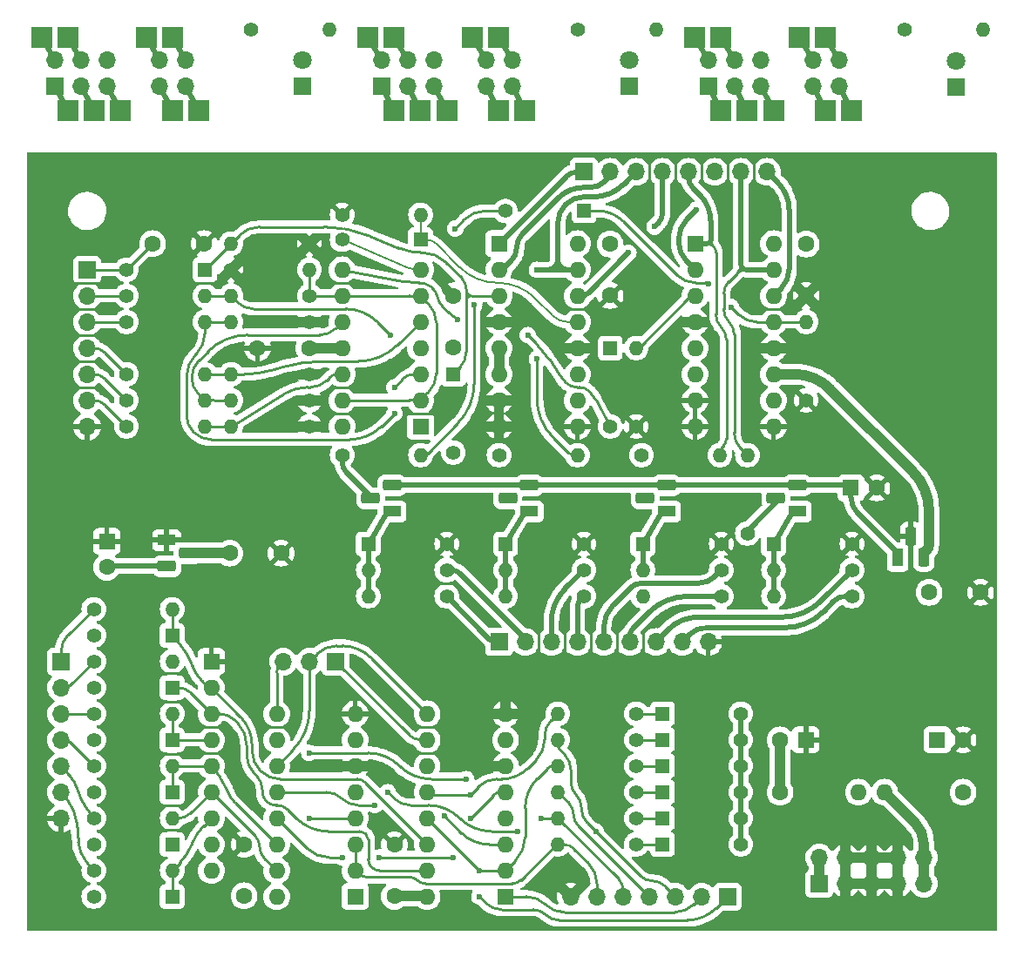
<source format=gbr>
%TF.GenerationSoftware,KiCad,Pcbnew,7.0.10*%
%TF.CreationDate,2024-11-14T14:37:10+00:00*%
%TF.ProjectId,DividerSwitch-R,44697669-6465-4725-9377-697463682d52,rev?*%
%TF.SameCoordinates,Original*%
%TF.FileFunction,Copper,L1,Top*%
%TF.FilePolarity,Positive*%
%FSLAX46Y46*%
G04 Gerber Fmt 4.6, Leading zero omitted, Abs format (unit mm)*
G04 Created by KiCad (PCBNEW 7.0.10) date 2024-11-14 14:37:10*
%MOMM*%
%LPD*%
G01*
G04 APERTURE LIST*
G04 Aperture macros list*
%AMRoundRect*
0 Rectangle with rounded corners*
0 $1 Rounding radius*
0 $2 $3 $4 $5 $6 $7 $8 $9 X,Y pos of 4 corners*
0 Add a 4 corners polygon primitive as box body*
4,1,4,$2,$3,$4,$5,$6,$7,$8,$9,$2,$3,0*
0 Add four circle primitives for the rounded corners*
1,1,$1+$1,$2,$3*
1,1,$1+$1,$4,$5*
1,1,$1+$1,$6,$7*
1,1,$1+$1,$8,$9*
0 Add four rect primitives between the rounded corners*
20,1,$1+$1,$2,$3,$4,$5,0*
20,1,$1+$1,$4,$5,$6,$7,0*
20,1,$1+$1,$6,$7,$8,$9,0*
20,1,$1+$1,$8,$9,$2,$3,0*%
G04 Aperture macros list end*
%TA.AperFunction,ComponentPad*%
%ADD10R,1.400000X1.400000*%
%TD*%
%TA.AperFunction,ComponentPad*%
%ADD11C,1.400000*%
%TD*%
%TA.AperFunction,SMDPad,CuDef*%
%ADD12R,2.000000X2.000000*%
%TD*%
%TA.AperFunction,ComponentPad*%
%ADD13O,1.400000X1.400000*%
%TD*%
%TA.AperFunction,ComponentPad*%
%ADD14R,1.700000X1.700000*%
%TD*%
%TA.AperFunction,ComponentPad*%
%ADD15O,1.700000X1.700000*%
%TD*%
%TA.AperFunction,ComponentPad*%
%ADD16C,1.600000*%
%TD*%
%TA.AperFunction,ComponentPad*%
%ADD17R,1.600000X1.600000*%
%TD*%
%TA.AperFunction,ComponentPad*%
%ADD18O,1.600000X1.600000*%
%TD*%
%TA.AperFunction,ComponentPad*%
%ADD19R,1.800000X1.100000*%
%TD*%
%TA.AperFunction,ComponentPad*%
%ADD20RoundRect,0.275000X-0.625000X0.275000X-0.625000X-0.275000X0.625000X-0.275000X0.625000X0.275000X0*%
%TD*%
%TA.AperFunction,ComponentPad*%
%ADD21RoundRect,0.275000X0.625000X-0.275000X0.625000X0.275000X-0.625000X0.275000X-0.625000X-0.275000X0*%
%TD*%
%TA.AperFunction,ComponentPad*%
%ADD22R,1.100000X1.800000*%
%TD*%
%TA.AperFunction,ComponentPad*%
%ADD23RoundRect,0.275000X-0.275000X-0.625000X0.275000X-0.625000X0.275000X0.625000X-0.275000X0.625000X0*%
%TD*%
%TA.AperFunction,ComponentPad*%
%ADD24R,1.800000X1.800000*%
%TD*%
%TA.AperFunction,ComponentPad*%
%ADD25C,1.800000*%
%TD*%
%TA.AperFunction,ViaPad*%
%ADD26C,0.600000*%
%TD*%
%TA.AperFunction,Conductor*%
%ADD27C,0.250000*%
%TD*%
%TA.AperFunction,Conductor*%
%ADD28C,1.000000*%
%TD*%
%TA.AperFunction,Conductor*%
%ADD29C,0.500000*%
%TD*%
%TA.AperFunction,Conductor*%
%ADD30C,0.200000*%
%TD*%
G04 APERTURE END LIST*
D10*
%TO.P,D20,1,K*%
%TO.N,/O1B*%
X158877000Y-119126000D03*
D11*
%TO.P,D20,2,A*%
%TO.N,-6V*%
X166497000Y-119126000D03*
%TD*%
D12*
%TO.P,REF\u002A\u002A,1*%
%TO.N,/D2*%
X103632000Y-60452000D03*
%TD*%
%TO.P,REF\u002A\u002A,1*%
%TO.N,/D2*%
X167098000Y-60452000D03*
%TD*%
%TO.P,REF\u002A\u002A,1*%
%TO.N,/D3*%
X174718000Y-60452000D03*
%TD*%
D10*
%TO.P,D6,1,K*%
%TO.N,/I1A*%
X111252000Y-111506000D03*
D11*
%TO.P,D6,2,A*%
%TO.N,-6V*%
X103632000Y-111506000D03*
%TD*%
D12*
%TO.P,REF\u002A\u002A,1*%
%TO.N,/D3*%
X142968000Y-60452000D03*
%TD*%
D11*
%TO.P,R23,1*%
%TO.N,/IN2A*%
X103632000Y-119126000D03*
D13*
%TO.P,R23,2*%
%TO.N,/I2A*%
X111252000Y-119126000D03*
%TD*%
D12*
%TO.P,REF\u002A\u002A,1*%
%TO.N,/L4*%
X174718000Y-53340000D03*
%TD*%
%TO.P,REF\u002A\u002A,1*%
%TO.N,/L1*%
X98552000Y-53340000D03*
%TD*%
D10*
%TO.P,D4,1,K*%
%TO.N,Net-(D4-K)*%
X135382000Y-73025000D03*
D11*
%TO.P,D4,2,A*%
%TO.N,Net-(D4-A)*%
X127762000Y-73025000D03*
%TD*%
D14*
%TO.P,SW2,1,1*%
%TO.N,/D1*%
X131606000Y-58136000D03*
D15*
%TO.P,SW2,2,2*%
%TO.N,/D2*%
X134146000Y-58136000D03*
%TO.P,SW2,3,3*%
%TO.N,/D3*%
X141766000Y-58136000D03*
%TO.P,SW2,4,4*%
%TO.N,/D4*%
X144306000Y-58136000D03*
%TO.P,SW2,5,5*%
%TO.N,/S2*%
X136686000Y-58136000D03*
%TO.P,SW2,6,6*%
%TO.N,/L1*%
X131606000Y-55596000D03*
%TO.P,SW2,7,7*%
%TO.N,/L2*%
X134146000Y-55596000D03*
%TO.P,SW2,8,8*%
%TO.N,/L3*%
X141766000Y-55596000D03*
%TO.P,SW2,9,9*%
%TO.N,/L4*%
X144306000Y-55596000D03*
%TO.P,SW2,10,10*%
%TO.N,/SL2*%
X136686000Y-55596000D03*
%TD*%
D11*
%TO.P,R1,1*%
%TO.N,GND*%
X116967000Y-75946000D03*
D13*
%TO.P,R1,2*%
%TO.N,Net-(U1A--)*%
X124587000Y-75946000D03*
%TD*%
D16*
%TO.P,C7,1*%
%TO.N,GND*%
X132842000Y-131866000D03*
%TO.P,C7,2*%
%TO.N,+12V*%
X132842000Y-136866000D03*
%TD*%
D11*
%TO.P,R12,1*%
%TO.N,/CLK3*%
X106807000Y-88646000D03*
D13*
%TO.P,R12,2*%
%TO.N,Net-(U1C-+)*%
X114427000Y-88646000D03*
%TD*%
D10*
%TO.P,D23,1,K*%
%TO.N,/O2B*%
X158877000Y-126746000D03*
D11*
%TO.P,D23,2,A*%
%TO.N,-6V*%
X166497000Y-126746000D03*
%TD*%
%TO.P,R10,1*%
%TO.N,/SL2*%
X150622000Y-52578000D03*
D13*
%TO.P,R10,2*%
%TO.N,Net-(D18-AK)*%
X158242000Y-52578000D03*
%TD*%
D14*
%TO.P,J5,1,Pin_1*%
%TO.N,/OUT1A*%
X165227000Y-136906000D03*
D15*
%TO.P,J5,2,Pin_2*%
%TO.N,/OUT1B*%
X162687000Y-136906000D03*
%TO.P,J5,3,Pin_3*%
%TO.N,/OUT2A*%
X160147000Y-136906000D03*
%TO.P,J5,4,Pin_4*%
%TO.N,/OUT2B*%
X157607000Y-136906000D03*
%TO.P,J5,5,Pin_5*%
%TO.N,/OUT3A*%
X155067000Y-136906000D03*
%TO.P,J5,6,Pin_6*%
%TO.N,/OUT3B*%
X152527000Y-136906000D03*
%TO.P,J5,7,Pin_7*%
%TO.N,GND*%
X149987000Y-136906000D03*
%TD*%
D16*
%TO.P,C6,1*%
%TO.N,GND*%
X172847000Y-78446000D03*
%TO.P,C6,2*%
%TO.N,+12V*%
X172847000Y-73446000D03*
%TD*%
D11*
%TO.P,R34,1*%
%TO.N,/O1A*%
X156337000Y-124206000D03*
D13*
%TO.P,R34,2*%
%TO.N,/OUT1A*%
X148717000Y-124206000D03*
%TD*%
D11*
%TO.P,R5,1*%
%TO.N,GND*%
X124587000Y-81026000D03*
D13*
%TO.P,R5,2*%
%TO.N,Net-(U1A-+)*%
X116967000Y-81026000D03*
%TD*%
D11*
%TO.P,R9,1*%
%TO.N,GND*%
X124587000Y-86106000D03*
D13*
%TO.P,R9,2*%
%TO.N,Net-(U1B-+)*%
X116967000Y-86106000D03*
%TD*%
D11*
%TO.P,R31,1*%
%TO.N,/DIV3*%
X164592000Y-105156000D03*
D13*
%TO.P,R31,2*%
%TO.N,Net-(D14-K)*%
X156972000Y-105156000D03*
%TD*%
D11*
%TO.P,R43,1*%
%TO.N,/LD4*%
X177292000Y-107696000D03*
D13*
%TO.P,R43,2*%
%TO.N,Net-(D15-K)*%
X169672000Y-107696000D03*
%TD*%
D17*
%TO.P,U1,1*%
%TO.N,Net-(D3-A)*%
X135382000Y-91186000D03*
D18*
%TO.P,U1,2,-*%
%TO.N,Net-(U1A--)*%
X135382000Y-88646000D03*
%TO.P,U1,3,+*%
%TO.N,Net-(U1A-+)*%
X135382000Y-86106000D03*
%TO.P,U1,4,V+*%
%TO.N,+12V*%
X135382000Y-83566000D03*
%TO.P,U1,5,+*%
%TO.N,Net-(U1B-+)*%
X135382000Y-81026000D03*
%TO.P,U1,6,-*%
%TO.N,Net-(U1A--)*%
X135382000Y-78486000D03*
%TO.P,U1,7*%
%TO.N,Net-(D4-A)*%
X135382000Y-75946000D03*
%TO.P,U1,8*%
%TO.N,Net-(D5-A)*%
X127762000Y-75946000D03*
%TO.P,U1,9,-*%
%TO.N,Net-(U1A--)*%
X127762000Y-78486000D03*
%TO.P,U1,10,+*%
%TO.N,Net-(U1C-+)*%
X127762000Y-81026000D03*
%TO.P,U1,11,V-*%
%TO.N,-12V*%
X127762000Y-83566000D03*
%TO.P,U1,12,+*%
%TO.N,Net-(U1D-+)*%
X127762000Y-86106000D03*
%TO.P,U1,13,-*%
%TO.N,Net-(U1A--)*%
X127762000Y-88646000D03*
%TO.P,U1,14*%
%TO.N,Net-(D9-A)*%
X127762000Y-91186000D03*
%TD*%
D17*
%TO.P,C2,1*%
%TO.N,+12V*%
X185587000Y-121666000D03*
D16*
%TO.P,C2,2*%
%TO.N,GND*%
X188087000Y-121666000D03*
%TD*%
%TO.P,C5,1*%
%TO.N,GND*%
X153797000Y-78446000D03*
%TO.P,C5,2*%
%TO.N,+12V*%
X153797000Y-73446000D03*
%TD*%
D11*
%TO.P,R22,1*%
%TO.N,Net-(Q4-B)*%
X167132000Y-101600000D03*
D13*
%TO.P,R22,2*%
%TO.N,/D4*%
X167132000Y-93980000D03*
%TD*%
D11*
%TO.P,R39,1*%
%TO.N,/O3B*%
X156337000Y-131826000D03*
D13*
%TO.P,R39,2*%
%TO.N,/OUT3B*%
X148717000Y-131826000D03*
%TD*%
D11*
%TO.P,R30,1*%
%TO.N,/DIV2*%
X151257000Y-105156000D03*
D13*
%TO.P,R30,2*%
%TO.N,Net-(D13-K)*%
X143637000Y-105156000D03*
%TD*%
D12*
%TO.P,REF\u002A\u002A,1*%
%TO.N,/L3*%
X108712000Y-53340000D03*
%TD*%
D10*
%TO.P,D14,1,K*%
%TO.N,Net-(D14-K)*%
X156972000Y-102616000D03*
D11*
%TO.P,D14,2,A*%
%TO.N,GND*%
X164592000Y-102616000D03*
%TD*%
D10*
%TO.P,D10,1,K*%
%TO.N,/I2B*%
X111252000Y-126746000D03*
D11*
%TO.P,D10,2,A*%
%TO.N,-6V*%
X103632000Y-126746000D03*
%TD*%
D12*
%TO.P,REF\u002A\u002A,1*%
%TO.N,/L3*%
X140428000Y-53340000D03*
%TD*%
D16*
%TO.P,FB2,1*%
%TO.N,+12V*%
X188087000Y-126746000D03*
D18*
%TO.P,FB2,2*%
%TO.N,Net-(J6-Pin_10)*%
X180467000Y-126746000D03*
%TD*%
D10*
%TO.P,D7,1,K*%
%TO.N,/I1B*%
X111252000Y-116586000D03*
D11*
%TO.P,D7,2,A*%
%TO.N,-6V*%
X103632000Y-116586000D03*
%TD*%
D12*
%TO.P,REF\u002A\u002A,1*%
%TO.N,/L4*%
X111252000Y-53340000D03*
%TD*%
D14*
%TO.P,J1,1,Pin_1*%
%TO.N,/MAN*%
X102997000Y-75946000D03*
D15*
%TO.P,J1,2,Pin_2*%
%TO.N,/M+*%
X102997000Y-78486000D03*
%TO.P,J1,3,Pin_3*%
%TO.N,/CLK1*%
X102997000Y-81026000D03*
%TO.P,J1,4,Pin_4*%
%TO.N,/CLK2*%
X102997000Y-83566000D03*
%TO.P,J1,5,Pin_5*%
%TO.N,/CLK3*%
X102997000Y-86106000D03*
%TO.P,J1,6,Pin_6*%
%TO.N,/CLK4*%
X102997000Y-88646000D03*
%TO.P,J1,7,Pin_7*%
%TO.N,GND*%
X102997000Y-91186000D03*
%TD*%
D14*
%TO.P,SW3,1,1*%
%TO.N,/D1*%
X99847400Y-58140600D03*
D15*
%TO.P,SW3,2,2*%
%TO.N,/D2*%
X102387400Y-58140600D03*
%TO.P,SW3,3,3*%
%TO.N,/D3*%
X110007400Y-58140600D03*
%TO.P,SW3,4,4*%
%TO.N,/D4*%
X112547400Y-58140600D03*
%TO.P,SW3,5,5*%
%TO.N,/S3*%
X104927400Y-58140600D03*
%TO.P,SW3,6,6*%
%TO.N,/L1*%
X99847400Y-55600600D03*
%TO.P,SW3,7,7*%
%TO.N,/L2*%
X102387400Y-55600600D03*
%TO.P,SW3,8,8*%
%TO.N,/L3*%
X110007400Y-55600600D03*
%TO.P,SW3,9,9*%
%TO.N,/L4*%
X112547400Y-55600600D03*
%TO.P,SW3,10,10*%
%TO.N,/SL3*%
X104927400Y-55600600D03*
%TD*%
D12*
%TO.P,REF\u002A\u002A,1*%
%TO.N,/L2*%
X164558000Y-53340000D03*
%TD*%
D10*
%TO.P,D22,1,K*%
%TO.N,/O2A*%
X158877000Y-121666000D03*
D11*
%TO.P,D22,2,A*%
%TO.N,-6V*%
X166497000Y-121666000D03*
%TD*%
D16*
%TO.P,C4,1*%
%TO.N,GND*%
X119547000Y-83566000D03*
%TO.P,C4,2*%
%TO.N,-12V*%
X124547000Y-83566000D03*
%TD*%
D14*
%TO.P,J2,1,Pin_1*%
%TO.N,/D1*%
X151257000Y-66421000D03*
D15*
%TO.P,J2,2,Pin_2*%
%TO.N,/L1*%
X153797000Y-66421000D03*
%TO.P,J2,3,Pin_3*%
%TO.N,/D2*%
X156337000Y-66421000D03*
%TO.P,J2,4,Pin_4*%
%TO.N,/L2*%
X158877000Y-66421000D03*
%TO.P,J2,5,Pin_5*%
%TO.N,/D3*%
X161417000Y-66421000D03*
%TO.P,J2,6,Pin_6*%
%TO.N,/L3*%
X163957000Y-66421000D03*
%TO.P,J2,7,Pin_7*%
%TO.N,/D4*%
X166497000Y-66421000D03*
%TO.P,J2,8,Pin_8*%
%TO.N,/L4*%
X169037000Y-66421000D03*
%TD*%
D17*
%TO.P,C11,1*%
%TO.N,+9V*%
X177205000Y-97155000D03*
D16*
%TO.P,C11,2*%
%TO.N,GND*%
X179705000Y-97155000D03*
%TD*%
D17*
%TO.P,U4,1,B1*%
%TO.N,/OUT1B*%
X143637000Y-136906000D03*
D18*
%TO.P,U4,2,B0*%
%TO.N,/OUT1A*%
X143637000Y-134366000D03*
%TO.P,U4,3,C1*%
%TO.N,/OUT2A*%
X143637000Y-131826000D03*
%TO.P,U4,4,C*%
%TO.N,/I2A*%
X143637000Y-129286000D03*
%TO.P,U4,5,C0*%
%TO.N,/OUT2B*%
X143637000Y-126746000D03*
%TO.P,U4,6,INH*%
%TO.N,GND*%
X143637000Y-124206000D03*
%TO.P,U4,7,VEE*%
%TO.N,-6V*%
X143637000Y-121666000D03*
%TO.P,U4,8,VSS*%
%TO.N,GND*%
X143637000Y-119126000D03*
%TO.P,U4,9,S3*%
%TO.N,/S2*%
X136017000Y-119126000D03*
%TO.P,U4,10,S2*%
%TO.N,/S1*%
X136017000Y-121666000D03*
%TO.P,U4,11,S1*%
X136017000Y-124206000D03*
%TO.P,U4,12,A0*%
%TO.N,/OUT1B*%
X136017000Y-126746000D03*
%TO.P,U4,13,A1*%
%TO.N,/OUT1A*%
X136017000Y-129286000D03*
%TO.P,U4,14,A*%
%TO.N,/I1A*%
X136017000Y-131826000D03*
%TO.P,U4,15,B*%
%TO.N,/I1B*%
X136017000Y-134366000D03*
%TO.P,U4,16,VDD*%
%TO.N,+12V*%
X136017000Y-136906000D03*
%TD*%
D12*
%TO.P,REF\u002A\u002A,1*%
%TO.N,/D4*%
X113792000Y-60452000D03*
%TD*%
D11*
%TO.P,R15,1*%
%TO.N,GND*%
X156337000Y-91186000D03*
D13*
%TO.P,R15,2*%
%TO.N,Net-(D5-K)*%
X156337000Y-83566000D03*
%TD*%
D10*
%TO.P,D3,1,K*%
%TO.N,Net-(D2-K)*%
X138557000Y-86106000D03*
D11*
%TO.P,D3,2,A*%
%TO.N,Net-(D3-A)*%
X138557000Y-93726000D03*
%TD*%
D12*
%TO.P,REF\u002A\u002A,1*%
%TO.N,/L4*%
X142968000Y-53340000D03*
%TD*%
D11*
%TO.P,R19,1*%
%TO.N,Net-(Q1-B)*%
X127762000Y-93980000D03*
D13*
%TO.P,R19,2*%
%TO.N,/D1*%
X135382000Y-93980000D03*
%TD*%
D16*
%TO.P,C3,1*%
%TO.N,GND*%
X138557000Y-78486000D03*
%TO.P,C3,2*%
%TO.N,+12V*%
X138557000Y-83486000D03*
%TD*%
D17*
%TO.P,U2,1,Q*%
%TO.N,/D1*%
X143002000Y-73406000D03*
D18*
%TO.P,U2,2,~{Q}*%
%TO.N,/L1*%
X143002000Y-75946000D03*
%TO.P,U2,3,C*%
%TO.N,Net-(D2-K)*%
X143002000Y-78486000D03*
%TO.P,U2,4,R*%
%TO.N,GND*%
X143002000Y-81026000D03*
%TO.P,U2,5,K*%
%TO.N,+12V*%
X143002000Y-83566000D03*
%TO.P,U2,6,J*%
X143002000Y-86106000D03*
%TO.P,U2,7,S*%
%TO.N,GND*%
X143002000Y-88646000D03*
%TO.P,U2,8,VSS*%
X143002000Y-91186000D03*
%TO.P,U2,9,S*%
X150622000Y-91186000D03*
%TO.P,U2,10,J*%
%TO.N,+12V*%
X150622000Y-88646000D03*
%TO.P,U2,11,K*%
X150622000Y-86106000D03*
%TO.P,U2,12,R*%
%TO.N,GND*%
X150622000Y-83566000D03*
%TO.P,U2,13,C*%
%TO.N,Net-(D4-K)*%
X150622000Y-81026000D03*
%TO.P,U2,14,~{Q}*%
%TO.N,/L2*%
X150622000Y-78486000D03*
%TO.P,U2,15,Q*%
%TO.N,/D2*%
X150622000Y-75946000D03*
%TO.P,U2,16,VDD*%
%TO.N,+12V*%
X150622000Y-73406000D03*
%TD*%
D10*
%TO.P,D11,1,K*%
%TO.N,/I3A*%
X111252000Y-131826000D03*
D11*
%TO.P,D11,2,A*%
%TO.N,-6V*%
X103632000Y-131826000D03*
%TD*%
%TO.P,R18,1*%
%TO.N,/CLK4*%
X106807000Y-91186000D03*
D13*
%TO.P,R18,2*%
%TO.N,Net-(U1D-+)*%
X114427000Y-91186000D03*
%TD*%
D14*
%TO.P,J4,1,Pin_1*%
%TO.N,/IN1A*%
X100457000Y-114046000D03*
D15*
%TO.P,J4,2,Pin_2*%
%TO.N,/IN1B*%
X100457000Y-116586000D03*
%TO.P,J4,3,Pin_3*%
%TO.N,/IN2A*%
X100457000Y-119126000D03*
%TO.P,J4,4,Pin_4*%
%TO.N,/IN2B*%
X100457000Y-121666000D03*
%TO.P,J4,5,Pin_5*%
%TO.N,/IN3A*%
X100457000Y-124206000D03*
%TO.P,J4,6,Pin_6*%
%TO.N,/IN3B*%
X100457000Y-126746000D03*
%TO.P,J4,7,Pin_7*%
%TO.N,GND*%
X100457000Y-129286000D03*
%TD*%
D14*
%TO.P,SW1,1,1*%
%TO.N,/D1*%
X163322000Y-58140600D03*
D15*
%TO.P,SW1,2,2*%
%TO.N,/D2*%
X165862000Y-58140600D03*
%TO.P,SW1,3,3*%
%TO.N,/D3*%
X173482000Y-58140600D03*
%TO.P,SW1,4,4*%
%TO.N,/D4*%
X176022000Y-58140600D03*
%TO.P,SW1,5,5*%
%TO.N,/S1*%
X168402000Y-58140600D03*
%TO.P,SW1,6,6*%
%TO.N,/L1*%
X163322000Y-55600600D03*
%TO.P,SW1,7,7*%
%TO.N,/L2*%
X165862000Y-55600600D03*
%TO.P,SW1,8,8*%
%TO.N,/L3*%
X173482000Y-55600600D03*
%TO.P,SW1,9,9*%
%TO.N,/L4*%
X176022000Y-55600600D03*
%TO.P,SW1,10,10*%
%TO.N,/SL1*%
X168402000Y-55600600D03*
%TD*%
D19*
%TO.P,U8,1,GND*%
%TO.N,GND*%
X110725000Y-102235000D03*
D20*
%TO.P,U8,2,VI*%
%TO.N,-12V*%
X112795000Y-103505000D03*
%TO.P,U8,3,VO*%
%TO.N,-6V*%
X110725000Y-104775000D03*
%TD*%
D12*
%TO.P,REF\u002A\u002A,1*%
%TO.N,/S1*%
X169672000Y-60452000D03*
%TD*%
%TO.P,REF\u002A\u002A,1*%
%TO.N,/L3*%
X172178000Y-53340000D03*
%TD*%
D10*
%TO.P,D5,1,K*%
%TO.N,Net-(D5-K)*%
X153797000Y-83566000D03*
D11*
%TO.P,D5,2,A*%
%TO.N,Net-(D5-A)*%
X153797000Y-91186000D03*
%TD*%
%TO.P,R27,1*%
%TO.N,GND*%
X172847000Y-88646000D03*
D13*
%TO.P,R27,2*%
%TO.N,Net-(D9-K)*%
X172847000Y-81026000D03*
%TD*%
D12*
%TO.P,REF\u002A\u002A,1*%
%TO.N,/D3*%
X111252000Y-60452000D03*
%TD*%
D17*
%TO.P,RN1,1,common*%
%TO.N,GND*%
X115062000Y-114046000D03*
D18*
%TO.P,RN1,2,R1*%
%TO.N,/I1A*%
X115062000Y-116586000D03*
%TO.P,RN1,3,R2*%
%TO.N,/I1B*%
X115062000Y-119126000D03*
%TO.P,RN1,4,R3*%
%TO.N,/I2A*%
X115062000Y-121666000D03*
%TO.P,RN1,5,R4*%
%TO.N,/I2B*%
X115062000Y-124206000D03*
%TO.P,RN1,6,R5*%
%TO.N,/I3A*%
X115062000Y-126746000D03*
%TO.P,RN1,7,R6*%
%TO.N,/I3B*%
X115062000Y-129286000D03*
%TO.P,RN1,8,R7*%
%TO.N,unconnected-(RN1-R7-Pad8)*%
X115062000Y-131826000D03*
%TO.P,RN1,9,R8*%
%TO.N,unconnected-(RN1-R8-Pad9)*%
X115062000Y-134366000D03*
%TD*%
D16*
%TO.P,C9,1*%
%TO.N,GND*%
X114347000Y-73406000D03*
%TO.P,C9,2*%
%TO.N,/MAN*%
X109347000Y-73406000D03*
%TD*%
D11*
%TO.P,R16,1*%
%TO.N,/IN1A*%
X103632000Y-108966000D03*
D13*
%TO.P,R16,2*%
%TO.N,/I1A*%
X111252000Y-108966000D03*
%TD*%
D11*
%TO.P,R2,1*%
%TO.N,Net-(U1A--)*%
X124587000Y-78486000D03*
D13*
%TO.P,R2,2*%
%TO.N,+12V*%
X116967000Y-78486000D03*
%TD*%
D11*
%TO.P,R37,1*%
%TO.N,/O2B*%
X156337000Y-126746000D03*
D13*
%TO.P,R37,2*%
%TO.N,/OUT2B*%
X148717000Y-126746000D03*
%TD*%
D11*
%TO.P,R42,1*%
%TO.N,/LD3*%
X164592000Y-107696000D03*
D13*
%TO.P,R42,2*%
%TO.N,Net-(D14-K)*%
X156972000Y-107696000D03*
%TD*%
D19*
%TO.P,Q2,1,E*%
%TO.N,Net-(D13-K)*%
X145942000Y-99441000D03*
D21*
%TO.P,Q2,2,B*%
%TO.N,Net-(Q2-B)*%
X143872000Y-98171000D03*
%TO.P,Q2,3,C*%
%TO.N,+9V*%
X145942000Y-96901000D03*
%TD*%
D12*
%TO.P,REF\u002A\u002A,1*%
%TO.N,/L2*%
X101092000Y-53340000D03*
%TD*%
D10*
%TO.P,D8,1,K*%
%TO.N,/I2A*%
X111252000Y-121666000D03*
D11*
%TO.P,D8,2,A*%
%TO.N,-6V*%
X103632000Y-121666000D03*
%TD*%
%TO.P,R17,1*%
%TO.N,/IN1B*%
X103632000Y-114046000D03*
D13*
%TO.P,R17,2*%
%TO.N,/I1B*%
X111252000Y-114046000D03*
%TD*%
D11*
%TO.P,R21,1*%
%TO.N,Net-(Q3-B)*%
X156845000Y-93980000D03*
D13*
%TO.P,R21,2*%
%TO.N,/D3*%
X164465000Y-93980000D03*
%TD*%
D11*
%TO.P,R40,1*%
%TO.N,/LD1*%
X137922000Y-105156000D03*
D13*
%TO.P,R40,2*%
%TO.N,Net-(D12-K)*%
X130302000Y-105156000D03*
%TD*%
D10*
%TO.P,D13,1,K*%
%TO.N,Net-(D13-K)*%
X143637000Y-102616000D03*
D11*
%TO.P,D13,2,A*%
%TO.N,GND*%
X151257000Y-102616000D03*
%TD*%
%TO.P,R38,1*%
%TO.N,/O3A*%
X156337000Y-129286000D03*
D13*
%TO.P,R38,2*%
%TO.N,/OUT3A*%
X148717000Y-129286000D03*
%TD*%
D11*
%TO.P,R14,1*%
%TO.N,/SL3*%
X118872000Y-52578000D03*
D13*
%TO.P,R14,2*%
%TO.N,Net-(D21-AK)*%
X126492000Y-52578000D03*
%TD*%
D10*
%TO.P,D15,1,K*%
%TO.N,Net-(D15-K)*%
X169672000Y-102616000D03*
D11*
%TO.P,D15,2,A*%
%TO.N,GND*%
X177292000Y-102616000D03*
%TD*%
D12*
%TO.P,REF\u002A\u002A,1*%
%TO.N,/L1*%
X162018000Y-53340000D03*
%TD*%
D11*
%TO.P,R20,1*%
%TO.N,Net-(Q2-B)*%
X143002000Y-93980000D03*
D13*
%TO.P,R20,2*%
%TO.N,/D2*%
X150622000Y-93980000D03*
%TD*%
D11*
%TO.P,R35,1*%
%TO.N,/O1B*%
X156337000Y-119126000D03*
D13*
%TO.P,R35,2*%
%TO.N,/OUT1B*%
X148717000Y-119126000D03*
%TD*%
D17*
%TO.P,C1,1*%
%TO.N,GND*%
X172807000Y-121666000D03*
D16*
%TO.P,C1,2*%
%TO.N,-12V*%
X170307000Y-121666000D03*
%TD*%
D10*
%TO.P,D9,1,K*%
%TO.N,Net-(D9-K)*%
X151257000Y-70231000D03*
D11*
%TO.P,D9,2,A*%
%TO.N,Net-(D9-A)*%
X143637000Y-70231000D03*
%TD*%
%TO.P,R8,1*%
%TO.N,/CLK2*%
X106807000Y-86106000D03*
D13*
%TO.P,R8,2*%
%TO.N,Net-(U1B-+)*%
X114427000Y-86106000D03*
%TD*%
D12*
%TO.P,REF\u002A\u002A,1*%
%TO.N,/D1*%
X164558000Y-60452000D03*
%TD*%
D10*
%TO.P,D24,1,K*%
%TO.N,/O3A*%
X158877000Y-129286000D03*
D11*
%TO.P,D24,2,A*%
%TO.N,-6V*%
X166497000Y-129286000D03*
%TD*%
D19*
%TO.P,Q3,1,E*%
%TO.N,Net-(D14-K)*%
X159277000Y-99441000D03*
D21*
%TO.P,Q3,2,B*%
%TO.N,Net-(Q3-B)*%
X157207000Y-98171000D03*
%TO.P,Q3,3,C*%
%TO.N,+9V*%
X159277000Y-96901000D03*
%TD*%
D11*
%TO.P,R33,1*%
%TO.N,/IN3B*%
X103632000Y-134366000D03*
D13*
%TO.P,R33,2*%
%TO.N,/I3B*%
X111252000Y-134366000D03*
%TD*%
D17*
%TO.P,C13,1*%
%TO.N,GND*%
X104902000Y-102362000D03*
D16*
%TO.P,C13,2*%
%TO.N,-6V*%
X104902000Y-104862000D03*
%TD*%
D12*
%TO.P,REF\u002A\u002A,1*%
%TO.N,/S2*%
X137922000Y-60452000D03*
%TD*%
D11*
%TO.P,R41,1*%
%TO.N,/LD2*%
X151257000Y-107696000D03*
D13*
%TO.P,R41,2*%
%TO.N,Net-(D13-K)*%
X143637000Y-107696000D03*
%TD*%
D11*
%TO.P,R7,1*%
%TO.N,GND*%
X124587000Y-73406000D03*
D13*
%TO.P,R7,2*%
%TO.N,Net-(D2-K)*%
X116967000Y-73406000D03*
%TD*%
D16*
%TO.P,C8,1*%
%TO.N,GND*%
X118237000Y-131826000D03*
%TO.P,C8,2*%
%TO.N,+12V*%
X118237000Y-136826000D03*
%TD*%
D11*
%TO.P,R3,1*%
%TO.N,/M+*%
X106807000Y-78486000D03*
D13*
%TO.P,R3,2*%
%TO.N,+12V*%
X114427000Y-78486000D03*
%TD*%
D12*
%TO.P,REF\u002A\u002A,1*%
%TO.N,/D1*%
X101092000Y-60452000D03*
%TD*%
D11*
%TO.P,R13,1*%
%TO.N,GND*%
X124587000Y-88646000D03*
D13*
%TO.P,R13,2*%
%TO.N,Net-(U1C-+)*%
X116967000Y-88646000D03*
%TD*%
D14*
%TO.P,J3,1,Pin_1*%
%TO.N,/DIV1*%
X143002000Y-112141000D03*
D15*
%TO.P,J3,2,Pin_2*%
%TO.N,/LD1*%
X145542000Y-112141000D03*
%TO.P,J3,3,Pin_3*%
%TO.N,/DIV2*%
X148082000Y-112141000D03*
%TO.P,J3,4,Pin_4*%
%TO.N,/LD2*%
X150622000Y-112141000D03*
%TO.P,J3,5,Pin_5*%
%TO.N,/DIV3*%
X153162000Y-112141000D03*
%TO.P,J3,6,Pin_6*%
%TO.N,/LD3*%
X155702000Y-112141000D03*
%TO.P,J3,7,Pin_7*%
%TO.N,/DIV4*%
X158242000Y-112141000D03*
%TO.P,J3,8,Pin_8*%
%TO.N,/LD4*%
X160782000Y-112141000D03*
%TO.P,J3,9,Pin_9*%
%TO.N,GND*%
X163322000Y-112141000D03*
%TD*%
D11*
%TO.P,R24,1*%
%TO.N,GND*%
X124587000Y-91186000D03*
D13*
%TO.P,R24,2*%
%TO.N,Net-(U1D-+)*%
X116967000Y-91186000D03*
%TD*%
D10*
%TO.P,D25,1,K*%
%TO.N,/O3B*%
X158877000Y-131826000D03*
D11*
%TO.P,D25,2,A*%
%TO.N,-6V*%
X166497000Y-131826000D03*
%TD*%
D17*
%TO.P,U5,1,B1*%
%TO.N,/OUT3A*%
X129032000Y-136906000D03*
D18*
%TO.P,U5,2,B0*%
%TO.N,/OUT3B*%
X129032000Y-134366000D03*
%TO.P,U5,3,C1*%
X129032000Y-131826000D03*
%TO.P,U5,4,C*%
%TO.N,/I3B*%
X129032000Y-129286000D03*
%TO.P,U5,5,C0*%
%TO.N,/OUT3A*%
X129032000Y-126746000D03*
%TO.P,U5,6,INH*%
%TO.N,GND*%
X129032000Y-124206000D03*
%TO.P,U5,7,VEE*%
%TO.N,-6V*%
X129032000Y-121666000D03*
%TO.P,U5,8,VSS*%
%TO.N,GND*%
X129032000Y-119126000D03*
%TO.P,U5,9,S3*%
%TO.N,/S3*%
X121412000Y-119126000D03*
%TO.P,U5,10,S2*%
X121412000Y-121666000D03*
%TO.P,U5,11,S1*%
%TO.N,/S2*%
X121412000Y-124206000D03*
%TO.P,U5,12,A0*%
%TO.N,/OUT2A*%
X121412000Y-126746000D03*
%TO.P,U5,13,A1*%
%TO.N,/OUT2B*%
X121412000Y-129286000D03*
%TO.P,U5,14,A*%
%TO.N,/I2B*%
X121412000Y-131826000D03*
%TO.P,U5,15,B*%
%TO.N,/I3A*%
X121412000Y-134366000D03*
%TO.P,U5,16,VDD*%
%TO.N,+12V*%
X121412000Y-136906000D03*
%TD*%
D11*
%TO.P,R28,1*%
%TO.N,/IN3A*%
X103632000Y-129286000D03*
D13*
%TO.P,R28,2*%
%TO.N,/I3A*%
X111252000Y-129286000D03*
%TD*%
D11*
%TO.P,R6,1*%
%TO.N,/SL1*%
X182372000Y-52578000D03*
D13*
%TO.P,R6,2*%
%TO.N,Net-(D17-AK)*%
X189992000Y-52578000D03*
%TD*%
D16*
%TO.P,C12,1*%
%TO.N,-12V*%
X116840000Y-103505000D03*
%TO.P,C12,2*%
%TO.N,GND*%
X121840000Y-103505000D03*
%TD*%
D11*
%TO.P,R29,1*%
%TO.N,/DIV1*%
X137922000Y-107696000D03*
D13*
%TO.P,R29,2*%
%TO.N,Net-(D12-K)*%
X130302000Y-107696000D03*
%TD*%
D16*
%TO.P,C10,1*%
%TO.N,+12V*%
X184785000Y-107315000D03*
%TO.P,C10,2*%
%TO.N,GND*%
X189785000Y-107315000D03*
%TD*%
D11*
%TO.P,R4,1*%
%TO.N,/CLK1*%
X106807000Y-81026000D03*
D13*
%TO.P,R4,2*%
%TO.N,Net-(U1A-+)*%
X114427000Y-81026000D03*
%TD*%
D11*
%TO.P,R36,1*%
%TO.N,/O2A*%
X156337000Y-121666000D03*
D13*
%TO.P,R36,2*%
%TO.N,/OUT2A*%
X148717000Y-121666000D03*
%TD*%
D12*
%TO.P,REF\u002A\u002A,1*%
%TO.N,/L1*%
X130268000Y-53340000D03*
%TD*%
D10*
%TO.P,D12,1,K*%
%TO.N,Net-(D12-K)*%
X130302000Y-102616000D03*
D11*
%TO.P,D12,2,A*%
%TO.N,GND*%
X137922000Y-102616000D03*
%TD*%
D22*
%TO.P,U7,1,VO*%
%TO.N,+9V*%
X181737000Y-103905000D03*
D23*
%TO.P,U7,2,GND*%
%TO.N,GND*%
X183007000Y-101835000D03*
%TO.P,U7,3,VI*%
%TO.N,+12V*%
X184277000Y-103905000D03*
%TD*%
D12*
%TO.P,REF\u002A\u002A,1*%
%TO.N,/S3*%
X106172000Y-60452000D03*
%TD*%
D14*
%TO.P,J6,1,Pin_1*%
%TO.N,Net-(J6-Pin_1)*%
X174117000Y-135636000D03*
D15*
%TO.P,J6,2,Pin_2*%
X174117000Y-133096000D03*
%TO.P,J6,3,Pin_3*%
%TO.N,GND*%
X176657000Y-135636000D03*
%TO.P,J6,4,Pin_4*%
X176657000Y-133096000D03*
%TO.P,J6,5,Pin_5*%
X179197000Y-135636000D03*
%TO.P,J6,6,Pin_6*%
X179197000Y-133096000D03*
%TO.P,J6,7,Pin_7*%
X181737000Y-135636000D03*
%TO.P,J6,8,Pin_8*%
X181737000Y-133096000D03*
%TO.P,J6,9,Pin_9*%
%TO.N,Net-(J6-Pin_10)*%
X184277000Y-135636000D03*
%TO.P,J6,10,Pin_10*%
X184277000Y-133096000D03*
%TD*%
D10*
%TO.P,D16,1,K*%
%TO.N,/I3B*%
X111252000Y-136906000D03*
D11*
%TO.P,D16,2,A*%
%TO.N,-6V*%
X103632000Y-136906000D03*
%TD*%
D14*
%TO.P,J16,1,Pin_1*%
%TO.N,/S1*%
X127127000Y-114046000D03*
D15*
%TO.P,J16,2,Pin_2*%
%TO.N,/S2*%
X124587000Y-114046000D03*
%TO.P,J16,3,Pin_3*%
%TO.N,/S3*%
X122047000Y-114046000D03*
%TD*%
D11*
%TO.P,R11,1*%
%TO.N,GND*%
X127762000Y-70612000D03*
D13*
%TO.P,R11,2*%
%TO.N,Net-(D4-K)*%
X135382000Y-70612000D03*
%TD*%
D12*
%TO.P,REF\u002A\u002A,1*%
%TO.N,/D1*%
X132808000Y-60452000D03*
%TD*%
D19*
%TO.P,Q4,1,E*%
%TO.N,Net-(D15-K)*%
X171977000Y-99441000D03*
D21*
%TO.P,Q4,2,B*%
%TO.N,Net-(Q4-B)*%
X169907000Y-98171000D03*
%TO.P,Q4,3,C*%
%TO.N,+9V*%
X171977000Y-96901000D03*
%TD*%
D10*
%TO.P,D19,1,K*%
%TO.N,/O1A*%
X158877000Y-124206000D03*
D11*
%TO.P,D19,2,A*%
%TO.N,-6V*%
X166497000Y-124206000D03*
%TD*%
D12*
%TO.P,REF\u002A\u002A,1*%
%TO.N,/L2*%
X132808000Y-53340000D03*
%TD*%
%TO.P,REF\u002A\u002A,1*%
%TO.N,/D4*%
X177258000Y-60452000D03*
%TD*%
%TO.P,REF\u002A\u002A,1*%
%TO.N,/D4*%
X145508000Y-60452000D03*
%TD*%
D19*
%TO.P,Q1,1,E*%
%TO.N,Net-(D12-K)*%
X132607000Y-99441000D03*
D21*
%TO.P,Q1,2,B*%
%TO.N,Net-(Q1-B)*%
X130537000Y-98171000D03*
%TO.P,Q1,3,C*%
%TO.N,+9V*%
X132607000Y-96901000D03*
%TD*%
D10*
%TO.P,D2,1,K*%
%TO.N,Net-(D2-K)*%
X114427000Y-75946000D03*
D11*
%TO.P,D2,2,A*%
%TO.N,/MAN*%
X106807000Y-75946000D03*
%TD*%
D16*
%TO.P,FB1,1*%
%TO.N,-12V*%
X170307000Y-126746000D03*
D18*
%TO.P,FB1,2*%
%TO.N,Net-(J6-Pin_1)*%
X177927000Y-126746000D03*
%TD*%
D11*
%TO.P,R32,1*%
%TO.N,/DIV4*%
X177292000Y-105156000D03*
D13*
%TO.P,R32,2*%
%TO.N,Net-(D15-K)*%
X169672000Y-105156000D03*
%TD*%
D17*
%TO.P,U3,1,Q*%
%TO.N,/D3*%
X162052000Y-73406000D03*
D18*
%TO.P,U3,2,~{Q}*%
%TO.N,/L3*%
X162052000Y-75946000D03*
%TO.P,U3,3,C*%
%TO.N,Net-(D5-K)*%
X162052000Y-78486000D03*
%TO.P,U3,4,R*%
%TO.N,GND*%
X162052000Y-81026000D03*
%TO.P,U3,5,K*%
%TO.N,+12V*%
X162052000Y-83566000D03*
%TO.P,U3,6,J*%
X162052000Y-86106000D03*
%TO.P,U3,7,S*%
%TO.N,GND*%
X162052000Y-88646000D03*
%TO.P,U3,8,VSS*%
X162052000Y-91186000D03*
%TO.P,U3,9,S*%
X169672000Y-91186000D03*
%TO.P,U3,10,J*%
%TO.N,+12V*%
X169672000Y-88646000D03*
%TO.P,U3,11,K*%
X169672000Y-86106000D03*
%TO.P,U3,12,R*%
%TO.N,GND*%
X169672000Y-83566000D03*
%TO.P,U3,13,C*%
%TO.N,Net-(D9-K)*%
X169672000Y-81026000D03*
%TO.P,U3,14,~{Q}*%
%TO.N,/L4*%
X169672000Y-78486000D03*
%TO.P,U3,15,Q*%
%TO.N,/D4*%
X169672000Y-75946000D03*
%TO.P,U3,16,VDD*%
%TO.N,+12V*%
X169672000Y-73406000D03*
%TD*%
D11*
%TO.P,R26,1*%
%TO.N,/IN2B*%
X103632000Y-124206000D03*
D13*
%TO.P,R26,2*%
%TO.N,/I2B*%
X111252000Y-124206000D03*
%TD*%
D12*
%TO.P,REF\u002A\u002A,1*%
%TO.N,/D2*%
X135348000Y-60452000D03*
%TD*%
D24*
%TO.P,D21,1,KA*%
%TO.N,/S3*%
X123918000Y-58136000D03*
D25*
%TO.P,D21,2,AK*%
%TO.N,Net-(D21-AK)*%
X123918000Y-55596000D03*
%TD*%
D24*
%TO.P,D18,1,KA*%
%TO.N,/S2*%
X155668000Y-58136000D03*
D25*
%TO.P,D18,2,AK*%
%TO.N,Net-(D18-AK)*%
X155668000Y-55596000D03*
%TD*%
D24*
%TO.P,D17,1,KA*%
%TO.N,/S1*%
X187384000Y-58212000D03*
D25*
%TO.P,D17,2,AK*%
%TO.N,Net-(D17-AK)*%
X187384000Y-55672000D03*
%TD*%
D26*
%TO.N,+12V*%
X132461000Y-82296000D03*
%TO.N,Net-(D5-A)*%
X138938000Y-80772000D03*
X145796000Y-82296000D03*
%TO.N,/I2A*%
X139827000Y-125476000D03*
X124587000Y-122936000D03*
%TO.N,Net-(D9-K)*%
X165544500Y-79565500D03*
X163322000Y-77343000D03*
%TO.N,Net-(D9-A)*%
X138747500Y-71945500D03*
%TO.N,/I3B*%
X124587000Y-129286000D03*
%TO.N,/D1*%
X140589000Y-79375000D03*
%TO.N,/D2*%
X146685000Y-75946000D03*
X146685000Y-84582000D03*
%TO.N,/L2*%
X155575000Y-74295000D03*
X158115000Y-71755000D03*
%TO.N,/L3*%
X162179000Y-70104000D03*
%TO.N,/OUT1A*%
X141097000Y-134366000D03*
X141097000Y-136906000D03*
%TO.N,/OUT1B*%
X140208000Y-127000000D03*
%TO.N,/OUT2A*%
X152400000Y-130556000D03*
X130937000Y-128016000D03*
X137668000Y-129032000D03*
%TO.N,/OUT2B*%
X131318000Y-133096000D03*
X127762000Y-133096000D03*
X138557000Y-133096000D03*
X140208000Y-129286000D03*
%TO.N,/OUT3A*%
X132207000Y-126746000D03*
X144780000Y-130556000D03*
X147066000Y-129286000D03*
%TO.N,Net-(U1A-+)*%
X132842000Y-89916000D03*
X132842000Y-87376000D03*
%TD*%
D27*
%TO.N,GND*%
X112522000Y-128016000D02*
X109982000Y-128016000D01*
X154432000Y-113411000D02*
X154432000Y-110871000D01*
X151892000Y-113411000D02*
X151892000Y-110871000D01*
X116205000Y-122936000D02*
X113665000Y-122936000D01*
X104267000Y-82296000D02*
X101727000Y-82296000D01*
X170942000Y-79756000D02*
X168402000Y-79756000D01*
X116205000Y-120396000D02*
X113665000Y-120396000D01*
X128905000Y-89916000D02*
X126365000Y-89916000D01*
X115951000Y-77216000D02*
X113411000Y-77216000D01*
X149352000Y-113411000D02*
X149352000Y-110871000D01*
X157607000Y-65278000D02*
X157607000Y-67818000D01*
X112649000Y-115189000D02*
X110109000Y-115189000D01*
X112522000Y-123063000D02*
X109982000Y-123063000D01*
X156972000Y-113411000D02*
X156972000Y-111252000D01*
X104267000Y-79756000D02*
X101727000Y-79756000D01*
X151892000Y-79756000D02*
X149352000Y-79756000D01*
X128778000Y-77216000D02*
X126238000Y-77216000D01*
X128778000Y-74422000D02*
X126238000Y-74422000D01*
X112649000Y-117983000D02*
X110109000Y-117983000D01*
X112522000Y-130429000D02*
X109982000Y-130429000D01*
X137414000Y-122936000D02*
X134874000Y-122936000D01*
X162687000Y-65024000D02*
X162687000Y-67564000D01*
X146812000Y-113411000D02*
X146812000Y-110871000D01*
X138938000Y-106426000D02*
X136398000Y-106426000D01*
X104267000Y-87376000D02*
X101727000Y-87376000D01*
X165201600Y-65024000D02*
X165201600Y-67564000D01*
X104267000Y-77216000D02*
X101727000Y-77216000D01*
X136652000Y-89916000D02*
X134112000Y-89916000D01*
X137414000Y-120396000D02*
X134874000Y-120396000D01*
X160147000Y-65278000D02*
X160147000Y-67818000D01*
X129413000Y-87376000D02*
X126873000Y-87376000D01*
X122809000Y-120396000D02*
X120269000Y-120396000D01*
X104267000Y-84836000D02*
X101727000Y-84836000D01*
X167792400Y-65024000D02*
X167792400Y-67564000D01*
D28*
%TO.N,-12V*%
X124547000Y-83566000D02*
X127762000Y-83566000D01*
X116840000Y-103505000D02*
X112395000Y-103505000D01*
X170307000Y-126746000D02*
X170307000Y-121666000D01*
%TO.N,+12V*%
X183191207Y-95561207D02*
X175172840Y-87542840D01*
D27*
X116967000Y-78486000D02*
X114427000Y-78486000D01*
D28*
X184785000Y-102637789D02*
X184785000Y-99408963D01*
X171704000Y-86106000D02*
X169672000Y-86106000D01*
D27*
X119135025Y-79756000D02*
X128124948Y-79756000D01*
X131191000Y-81026000D02*
X132461000Y-82296000D01*
D28*
X143002000Y-86106000D02*
X143002000Y-83566000D01*
X132842000Y-136866000D02*
X135977000Y-136866000D01*
D27*
X117602000Y-79121000D02*
X116967000Y-78486000D01*
D28*
X184531000Y-103251000D02*
X184277000Y-103505000D01*
X175172844Y-87542836D02*
G75*
G03*
X171704000Y-86106000I-3468844J-3468864D01*
G01*
X184531003Y-103251003D02*
G75*
G03*
X184785000Y-102637789I-613203J613203D01*
G01*
X184785010Y-99408963D02*
G75*
G03*
X183191206Y-95561208I-5441610J-37D01*
G01*
D27*
X117601992Y-79121008D02*
G75*
G03*
X119135025Y-79756000I1533008J1533008D01*
G01*
X131190986Y-81026014D02*
G75*
G03*
X128124948Y-79756000I-3066086J-3066086D01*
G01*
D29*
%TO.N,+9V*%
X171577000Y-96901000D02*
X176771394Y-96901000D01*
X145542000Y-96901000D02*
X171577000Y-96901000D01*
X145542000Y-96901000D02*
X132207000Y-96901000D01*
X177847760Y-99615760D02*
X181737000Y-103505000D01*
X177205000Y-97334605D02*
X177205000Y-98064000D01*
X177204995Y-98064000D02*
G75*
G03*
X177847761Y-99615759I2194505J0D01*
G01*
X177078002Y-97027998D02*
G75*
G03*
X176771394Y-96901000I-306602J-306602D01*
G01*
X177204997Y-97334605D02*
G75*
G03*
X177077999Y-97028001I-433597J5D01*
G01*
%TO.N,-6V*%
X105050518Y-104775000D02*
X111125000Y-104775000D01*
X166497000Y-119126000D02*
X166497000Y-131826000D01*
X104945500Y-104818500D02*
X104902000Y-104862000D01*
X105050518Y-104775008D02*
G75*
G03*
X104945500Y-104818500I-18J-148492D01*
G01*
D27*
%TO.N,Net-(D2-K)*%
X139192000Y-85471000D02*
X138557000Y-86106000D01*
X137804025Y-75193025D02*
X139377987Y-76766987D01*
X116967000Y-73406000D02*
X117779800Y-72593200D01*
X139827000Y-83937974D02*
X139827000Y-78968600D01*
X141274800Y-78486000D02*
X143002000Y-78486000D01*
X141274800Y-78486000D02*
X140309600Y-78486000D01*
X125974768Y-71780400D02*
X119742072Y-71780400D01*
X139827000Y-77851000D02*
X139827000Y-78003400D01*
X116967000Y-73406000D02*
X114427000Y-75946000D01*
X139827000Y-78968600D02*
X139827000Y-78003400D01*
X133192678Y-73808979D02*
X130439374Y-72668489D01*
X139827000Y-78003400D02*
G75*
G03*
X140309600Y-78486000I482600J0D01*
G01*
X137804035Y-75193015D02*
G75*
G03*
X135636000Y-74295000I-2168035J-2168085D01*
G01*
X139192008Y-85471008D02*
G75*
G03*
X139827000Y-83937974I-1533008J1533008D01*
G01*
X139827007Y-77851000D02*
G75*
G03*
X139377987Y-76766987I-1533007J0D01*
G01*
X140309600Y-78486000D02*
G75*
G03*
X139827000Y-78968600I0J-482600D01*
G01*
X130439379Y-72668477D02*
G75*
G03*
X125974768Y-71780400I-4464579J-10778223D01*
G01*
X133192679Y-73808976D02*
G75*
G03*
X135636000Y-74295000I2443321J5898476D01*
G01*
X119742072Y-71780389D02*
G75*
G03*
X117779800Y-72593200I28J-2775111D01*
G01*
%TO.N,/MAN*%
X106807000Y-75946000D02*
X109347000Y-73406000D01*
X106807000Y-75946000D02*
X102997000Y-75946000D01*
D30*
%TO.N,Net-(D4-K)*%
X135382000Y-73025000D02*
X135382000Y-70612000D01*
X148204676Y-80394585D02*
X146555530Y-78745439D01*
X139170742Y-75686560D02*
X136907701Y-73423519D01*
X149729045Y-81026000D02*
X150622000Y-81026000D01*
X135945591Y-73025000D02*
X135382000Y-73025000D01*
X146555505Y-78745464D02*
G75*
G03*
X142863136Y-77216000I-3692405J-3692336D01*
G01*
X148204650Y-80394611D02*
G75*
G03*
X149729045Y-81026000I1524350J1524411D01*
G01*
X139170731Y-75686571D02*
G75*
G03*
X142863136Y-77216000I3692369J3692371D01*
G01*
X136907699Y-73423521D02*
G75*
G03*
X135945591Y-73025000I-962099J-962079D01*
G01*
%TO.N,Net-(D4-A)*%
X135001000Y-75946000D02*
X135382000Y-75946000D01*
X134269470Y-75796700D02*
X127762000Y-73025000D01*
X134269470Y-75796700D02*
G75*
G03*
X135001000Y-75946000I731530J1717500D01*
G01*
D27*
%TO.N,Net-(D5-K)*%
X156464000Y-83566000D02*
X156337000Y-83566000D01*
X156680802Y-83476197D02*
X161536296Y-78620703D01*
X161861500Y-78486000D02*
X162052000Y-78486000D01*
X156464000Y-83566000D02*
G75*
G03*
X156680801Y-83476196I0J306600D01*
G01*
X161861500Y-78485998D02*
G75*
G03*
X161536297Y-78620704I0J-459902D01*
G01*
%TO.N,Net-(D5-A)*%
X152402628Y-88611776D02*
X153797000Y-91186000D01*
X150845184Y-87376000D02*
X150558438Y-87376000D01*
X147912599Y-84720063D02*
X148765341Y-86015240D01*
X133617711Y-77072098D02*
X127762000Y-75946000D01*
X137032999Y-78613000D02*
X137030533Y-78600668D01*
X137651675Y-79669436D02*
X138938000Y-80772000D01*
X135128000Y-77216000D02*
X135255000Y-77216000D01*
X146558000Y-83058000D02*
X145796000Y-82296000D01*
X147912598Y-84720064D02*
G75*
G03*
X146557999Y-83058001I-8830898J-5814236D01*
G01*
X133617711Y-77072098D02*
G75*
G03*
X135128000Y-77216000I1510289J7853498D01*
G01*
X136398000Y-77597000D02*
G75*
G03*
X135255000Y-77216000I-1143000J-1524000D01*
G01*
X152402627Y-88611777D02*
G75*
G03*
X151765000Y-87757000I-3256127J-1763723D01*
G01*
X137032991Y-78613002D02*
G75*
G03*
X137651676Y-79669435I1839509J367902D01*
G01*
X151765005Y-87756995D02*
G75*
G03*
X150845184Y-87376000I-919805J-919805D01*
G01*
X148765342Y-86015239D02*
G75*
G03*
X149525752Y-86948247I4957258J3263839D01*
G01*
X149525741Y-86948258D02*
G75*
G03*
X150558438Y-87376000I1032659J1032658D01*
G01*
X137030528Y-78600669D02*
G75*
G03*
X136398000Y-77597000I-1629728J-325931D01*
G01*
%TO.N,/I1A*%
X114718197Y-116496197D02*
X114173000Y-115951000D01*
X113222682Y-114475152D02*
X113157000Y-114300000D01*
X119017000Y-122208748D02*
X119017000Y-122745475D01*
X111252000Y-111506000D02*
X111252000Y-108966000D01*
X129222500Y-125476000D02*
X128333500Y-125476000D01*
X128333500Y-125476000D02*
X121747524Y-125476000D01*
X129981308Y-125790308D02*
X136017000Y-131826000D01*
X115151802Y-116675802D02*
X117837724Y-119361724D01*
X112069833Y-112460139D02*
X111252000Y-111506000D01*
X119816745Y-124676255D02*
G75*
G03*
X121747524Y-125476000I1930755J1930755D01*
G01*
X113156996Y-114300001D02*
G75*
G03*
X112069833Y-112460139I-5748796J-2155799D01*
G01*
X114718198Y-116496196D02*
G75*
G03*
X114935000Y-116586000I216802J216796D01*
G01*
X119016966Y-122208748D02*
G75*
G03*
X117837724Y-119361724I-4026266J48D01*
G01*
X119017010Y-122745475D02*
G75*
G03*
X119816752Y-124676248I2730490J-25D01*
G01*
X115151801Y-116675803D02*
G75*
G03*
X114935000Y-116586000I-216801J-216797D01*
G01*
X113222688Y-114475150D02*
G75*
G03*
X114173000Y-115951000I3881812J1455650D01*
G01*
X129981304Y-125790312D02*
G75*
G03*
X129222500Y-125476000I-758804J-758788D01*
G01*
%TO.N,/I1B*%
X123317000Y-129286000D02*
X122496012Y-128465012D01*
X130302000Y-131366028D02*
X130302000Y-133281987D01*
X120015000Y-126492000D02*
X120015000Y-126715184D01*
X115062000Y-119126000D02*
X112971012Y-117035012D01*
X117296716Y-119709716D02*
X117602000Y-120015000D01*
X118491000Y-122161235D02*
X118491000Y-123128369D01*
X111887000Y-116586000D02*
X111252000Y-116586000D01*
X119476184Y-125191184D02*
X119253000Y-124968000D01*
X121315815Y-128016000D02*
X121412000Y-128016000D01*
X115887500Y-119126000D02*
X115062000Y-119126000D01*
X131386012Y-134366000D02*
X136017000Y-134366000D01*
X126383051Y-130556000D02*
X129491971Y-130556000D01*
X130619496Y-134048504D02*
G75*
G03*
X131386012Y-134366000I766504J766504D01*
G01*
X120395995Y-127635005D02*
G75*
G03*
X121315815Y-128016000I919805J919805D01*
G01*
X120015007Y-126715184D02*
G75*
G03*
X120396000Y-127635000I1300793J-16D01*
G01*
X120015009Y-126492000D02*
G75*
G03*
X119476184Y-125191184I-1839609J0D01*
G01*
X122496007Y-128465017D02*
G75*
G03*
X121412000Y-128016000I-1084007J-1083983D01*
G01*
X130302006Y-133281987D02*
G75*
G03*
X130619500Y-134048500I1083994J-13D01*
G01*
X123317014Y-129285986D02*
G75*
G03*
X126383051Y-130556000I3066086J3066086D01*
G01*
X130064756Y-130793244D02*
G75*
G03*
X129491971Y-130556000I-572756J-572756D01*
G01*
X130301987Y-131366028D02*
G75*
G03*
X130064747Y-130793253I-809987J28D01*
G01*
X112971007Y-117035017D02*
G75*
G03*
X111887000Y-116586000I-1084007J-1083983D01*
G01*
X118491013Y-123128369D02*
G75*
G03*
X119253000Y-124968000I2601587J-31D01*
G01*
X118490985Y-122161235D02*
G75*
G03*
X117602000Y-120015000I-3035185J35D01*
G01*
X117296709Y-119709723D02*
G75*
G03*
X115887500Y-119126000I-1409209J-1409177D01*
G01*
%TO.N,/I2A*%
X111252000Y-121666000D02*
X115062000Y-121666000D01*
X136416051Y-125476000D02*
X139827000Y-125476000D01*
X130283948Y-122936000D02*
X124587000Y-122936000D01*
X111252000Y-121666000D02*
X111252000Y-119126000D01*
X133349986Y-124206014D02*
G75*
G03*
X130283948Y-122936000I-3066086J-3066086D01*
G01*
X133350014Y-124205986D02*
G75*
G03*
X136416051Y-125476000I3066086J3066086D01*
G01*
%TO.N,Net-(D9-K)*%
X169672000Y-81026000D02*
X172847000Y-81026000D01*
X163105197Y-77216000D02*
X162115500Y-77216000D01*
X168037729Y-81026000D02*
X169672000Y-81026000D01*
X163258500Y-77279500D02*
X163322000Y-77343000D01*
X165544500Y-79565500D02*
X166274750Y-80295750D01*
X160272678Y-76452678D02*
X155038828Y-71218828D01*
X152654000Y-70231000D02*
X151257000Y-70231000D01*
X166274741Y-80295759D02*
G75*
G03*
X168037729Y-81026000I1762959J1762959D01*
G01*
X160272687Y-76452669D02*
G75*
G03*
X162115500Y-77216000I1842813J1842769D01*
G01*
X163258501Y-77279499D02*
G75*
G03*
X163105197Y-77216000I-153301J-153301D01*
G01*
X155038837Y-71218819D02*
G75*
G03*
X152654000Y-70231000I-2384837J-2384881D01*
G01*
%TO.N,Net-(D9-A)*%
X141674334Y-70231000D02*
X143637000Y-70231000D01*
X138747500Y-71945500D02*
X139604750Y-71088250D01*
X141674334Y-70231015D02*
G75*
G03*
X139604750Y-71088250I-34J-2926785D01*
G01*
D29*
%TO.N,Net-(D12-K)*%
X130302000Y-105156000D02*
X130302000Y-107696000D01*
X130302000Y-102616000D02*
X130302000Y-105156000D01*
X130302000Y-102616000D02*
X132207000Y-99441000D01*
%TO.N,Net-(D13-K)*%
X143637000Y-105156000D02*
X143637000Y-107696000D01*
X143637000Y-102616000D02*
X145542000Y-99441000D01*
X143637000Y-102616000D02*
X143637000Y-105156000D01*
%TO.N,Net-(D14-K)*%
X156972000Y-102616000D02*
X158877000Y-99441000D01*
X156972000Y-102616000D02*
X156972000Y-105156000D01*
%TO.N,Net-(D15-K)*%
X169672000Y-102616000D02*
X169672000Y-107696000D01*
X169672000Y-102616000D02*
X171577000Y-99441000D01*
D27*
%TO.N,/I3B*%
X114300000Y-130048000D02*
X115062000Y-129286000D01*
X111252000Y-134366000D02*
X111252000Y-136906000D01*
X124587000Y-129286000D02*
X129032000Y-129286000D01*
X112014000Y-133604000D02*
X111252000Y-134366000D01*
X113154380Y-131832982D02*
X113159618Y-131819017D01*
X114299995Y-130047995D02*
G75*
G03*
X113159618Y-131819017I3517805J-3517805D01*
G01*
X112013994Y-133603994D02*
G75*
G03*
X113154379Y-131832982I-3517894J3517894D01*
G01*
D28*
%TO.N,Net-(J6-Pin_1)*%
X174117000Y-135636000D02*
X174117000Y-133096000D01*
%TO.N,Net-(J6-Pin_10)*%
X183378974Y-129657974D02*
X180467000Y-126746000D01*
X184277000Y-133096000D02*
X184277000Y-135636000D01*
X184277000Y-131826000D02*
X184277000Y-133096000D01*
X184276985Y-131826000D02*
G75*
G03*
X183378973Y-129657975I-3066085J0D01*
G01*
D27*
%TO.N,/M+*%
X102997000Y-78486000D02*
X106807000Y-78486000D01*
%TO.N,/CLK1*%
X102997000Y-81026000D02*
X106807000Y-81026000D01*
%TO.N,/CLK2*%
X103632000Y-83566000D02*
X102997000Y-83566000D01*
X104716012Y-84015012D02*
X106807000Y-86106000D01*
X104716007Y-84015017D02*
G75*
G03*
X103632000Y-83566000I-1084007J-1083983D01*
G01*
%TO.N,/CLK3*%
X103632000Y-86106000D02*
X102997000Y-86106000D01*
X104716012Y-86555012D02*
X106807000Y-88646000D01*
X104716007Y-86555017D02*
G75*
G03*
X103632000Y-86106000I-1084007J-1083983D01*
G01*
%TO.N,/CLK4*%
X104716012Y-89095012D02*
X106807000Y-91186000D01*
X103632000Y-88646000D02*
X102997000Y-88646000D01*
X104716007Y-89095017D02*
G75*
G03*
X103632000Y-88646000I-1084007J-1083983D01*
G01*
D29*
%TO.N,/D1*%
X150622000Y-66421000D02*
X151257000Y-66421000D01*
D27*
X135636000Y-93980000D02*
X135382000Y-93980000D01*
D29*
X149537987Y-66870012D02*
X143002000Y-73406000D01*
D27*
X138995207Y-90874792D02*
X136069605Y-93800394D01*
D29*
X163322000Y-58136000D02*
X164558000Y-60452000D01*
X99856000Y-58136000D02*
X101092000Y-60452000D01*
D27*
X140589000Y-87027036D02*
X140589000Y-79375000D01*
D29*
X131572000Y-58136000D02*
X132808000Y-60452000D01*
D27*
X138995200Y-90874785D02*
G75*
G03*
X140589000Y-87027036I-3847800J3847785D01*
G01*
X135636000Y-93980002D02*
G75*
G03*
X136069605Y-93800394I0J613202D01*
G01*
D29*
X150622000Y-66420992D02*
G75*
G03*
X149537987Y-66870012I0J-1533008D01*
G01*
%TO.N,/L1*%
X145276995Y-72451804D02*
X148760050Y-68968749D01*
X143167100Y-75946000D02*
X143002000Y-75946000D01*
X131572000Y-55596000D02*
X130268000Y-53340000D01*
X151889137Y-67945000D02*
X151231600Y-67945000D01*
X153797000Y-66624200D02*
X153797000Y-66421000D01*
X163322000Y-55596000D02*
X162018000Y-53340000D01*
X144181404Y-75096795D02*
X143448943Y-75829256D01*
X153653315Y-66971084D02*
X153238200Y-67386200D01*
X99856000Y-55596000D02*
X98552000Y-53340000D01*
X153653322Y-66971091D02*
G75*
G03*
X153797000Y-66624200I-346922J346891D01*
G01*
X151231600Y-67945000D02*
G75*
G03*
X148760050Y-68968749I0J-3495300D01*
G01*
X151889137Y-67945015D02*
G75*
G03*
X153238200Y-67386200I-37J1907915D01*
G01*
X144181406Y-75096797D02*
G75*
G03*
X144729200Y-73774300I-1322506J1322497D01*
G01*
X145276994Y-72451803D02*
G75*
G03*
X144729200Y-73774300I1322506J-1322497D01*
G01*
X143167100Y-75945995D02*
G75*
G03*
X143448943Y-75829256I0J398595D01*
G01*
%TO.N,/D2*%
X146685000Y-75946000D02*
X147764500Y-75946000D01*
X149669500Y-75946000D02*
X147764500Y-75946000D01*
D27*
X146685000Y-88424036D02*
X146685000Y-84582000D01*
D29*
X155117800Y-67640200D02*
X156337000Y-66421000D01*
X165862000Y-58136000D02*
X167098000Y-60452000D01*
X134112000Y-58136000D02*
X135348000Y-60452000D01*
X148717000Y-71417670D02*
X148717000Y-74993500D01*
D27*
X148278792Y-92271792D02*
X149762493Y-93755493D01*
D29*
X152174390Y-68859400D02*
X151275270Y-68859400D01*
X149669500Y-75946000D02*
X150622000Y-75946000D01*
X102396000Y-58136000D02*
X103632000Y-60452000D01*
D27*
X150304500Y-93980000D02*
X150622000Y-93980000D01*
D29*
X148717000Y-74993500D02*
G75*
G03*
X149669500Y-75946000I952500J0D01*
G01*
X149466309Y-69608709D02*
G75*
G03*
X148717000Y-71417670I1808991J-1808991D01*
G01*
D27*
X149762496Y-93755490D02*
G75*
G03*
X150304500Y-93980000I542004J541990D01*
G01*
D29*
X152174390Y-68859396D02*
G75*
G03*
X155117800Y-67640200I10J4162596D01*
G01*
D27*
X146684990Y-88424036D02*
G75*
G03*
X148278793Y-92271791I5441610J36D01*
G01*
D29*
X151275270Y-68859388D02*
G75*
G03*
X149466300Y-69608700I30J-2558312D01*
G01*
X147764500Y-75946000D02*
G75*
G03*
X148717000Y-74993500I0J952500D01*
G01*
%TO.N,/L2*%
X158115000Y-71755000D02*
X158496000Y-71374000D01*
X158877000Y-70454184D02*
X158877000Y-66421000D01*
X102396000Y-55596000D02*
X101092000Y-53340000D01*
X151003000Y-78486000D02*
X150622000Y-78486000D01*
X155575000Y-74295000D02*
X151653407Y-78216592D01*
X134112000Y-55596000D02*
X132808000Y-53340000D01*
X165862000Y-55596000D02*
X164558000Y-53340000D01*
X158496005Y-71374005D02*
G75*
G03*
X158877000Y-70454184I-919805J919805D01*
G01*
X151003000Y-78486003D02*
G75*
G03*
X151653406Y-78216591I0J919803D01*
G01*
%TO.N,/D3*%
X110016000Y-58136000D02*
X111252000Y-60452000D01*
X161821111Y-67968111D02*
X162496500Y-68643500D01*
X163216789Y-73406000D02*
X162052000Y-73406000D01*
D27*
X164655830Y-93249419D02*
X164782500Y-93122750D01*
D29*
X141732000Y-58136000D02*
X142968000Y-60452000D01*
D27*
X165100000Y-82760420D02*
X165100000Y-92356237D01*
D29*
X173482000Y-58136000D02*
X174718000Y-60452000D01*
X161417000Y-66992500D02*
X161417000Y-66421000D01*
X163576000Y-71249643D02*
X163576000Y-73046789D01*
D27*
X164084000Y-74273210D02*
X164084000Y-80307579D01*
X164465000Y-93710125D02*
X164465000Y-93980000D01*
D29*
X163216789Y-73406000D02*
G75*
G03*
X163576000Y-73046789I11J359200D01*
G01*
D27*
X164083995Y-74273210D02*
G75*
G03*
X163829999Y-73660001I-867195J10D01*
G01*
D29*
X163575981Y-71249643D02*
G75*
G03*
X162496499Y-68643501I-3685581J43D01*
G01*
D27*
X164782479Y-93122729D02*
G75*
G03*
X165100000Y-92356237I-766479J766529D01*
G01*
X165099991Y-82760420D02*
G75*
G03*
X164592000Y-81534000I-1734391J20D01*
G01*
D29*
X161416994Y-66992500D02*
G75*
G03*
X161821112Y-67968110I1379706J0D01*
G01*
D27*
X163830003Y-73659997D02*
G75*
G03*
X163216789Y-73406000I-613203J-613203D01*
G01*
X164655825Y-93249414D02*
G75*
G03*
X164465000Y-93710125I460675J-460686D01*
G01*
X164084009Y-80307579D02*
G75*
G03*
X164592000Y-81534000I1734391J-21D01*
G01*
X163576005Y-73046789D02*
G75*
G03*
X163830001Y-73659999I867195J-11D01*
G01*
D29*
%TO.N,/L3*%
X108712000Y-53340000D02*
X110016000Y-55596000D01*
X140428000Y-53340000D02*
X141732000Y-55596000D01*
X160451800Y-73214287D02*
X160451800Y-73052514D01*
X161251900Y-75145900D02*
X162052000Y-75946000D01*
X162179000Y-70104000D02*
X162052000Y-70231000D01*
X161315400Y-70967600D02*
X162179000Y-70104000D01*
X172178000Y-53340000D02*
X173482000Y-55596000D01*
X161315396Y-70967596D02*
G75*
G03*
X160451800Y-73052514I2084904J-2084904D01*
G01*
X160451806Y-73214287D02*
G75*
G03*
X161251901Y-75145899I2731694J-13D01*
G01*
D27*
%TO.N,/D4*%
X166497000Y-93345000D02*
X167132000Y-93980000D01*
D29*
X168592500Y-75946000D02*
X167195500Y-75946000D01*
D27*
X165449250Y-76993750D02*
X165322250Y-77120750D01*
X164846000Y-79799579D02*
X164846000Y-78270519D01*
D29*
X144272000Y-58136000D02*
X145508000Y-60452000D01*
X168592500Y-75946000D02*
X169672000Y-75946000D01*
X166990914Y-75946000D02*
X167195500Y-75946000D01*
D27*
X165862000Y-91811974D02*
X165862000Y-82252420D01*
X166147750Y-76295250D02*
X165449250Y-76993750D01*
D29*
X176022000Y-58136000D02*
X177258000Y-60452000D01*
X112556000Y-58136000D02*
X113792000Y-60452000D01*
X166497000Y-75452085D02*
X166497000Y-66421000D01*
D27*
X166147754Y-76295254D02*
G75*
G03*
X166497000Y-75452085I-843154J843154D01*
G01*
D29*
X166497000Y-75452085D02*
G75*
G03*
X166990914Y-75946000I493900J-15D01*
G01*
D27*
X164846009Y-79799579D02*
G75*
G03*
X165354000Y-81026000I1734391J-21D01*
G01*
X165862011Y-91811974D02*
G75*
G03*
X166497000Y-93345000I2167989J-26D01*
G01*
X165322244Y-77120744D02*
G75*
G03*
X164846000Y-78270519I1149756J-1149756D01*
G01*
X166990914Y-75946006D02*
G75*
G03*
X166147750Y-76295250I-14J-1192394D01*
G01*
X165861991Y-82252420D02*
G75*
G03*
X165354000Y-81026000I-1734391J20D01*
G01*
D29*
%TO.N,/L4*%
X111252000Y-53340000D02*
X112556000Y-55596000D01*
X171196000Y-70106643D02*
X171196000Y-75884369D01*
X142968000Y-53340000D02*
X144272000Y-55596000D01*
X174718000Y-53340000D02*
X176022000Y-55596000D01*
X170116500Y-67500500D02*
X169037000Y-66421000D01*
X170434000Y-77724000D02*
X169672000Y-78486000D01*
X170434009Y-77724009D02*
G75*
G03*
X171196000Y-75884369I-1839609J1839609D01*
G01*
X171195981Y-70106643D02*
G75*
G03*
X170116499Y-67500501I-3685581J43D01*
G01*
%TO.N,/DIV1*%
X142142493Y-111916493D02*
X137922000Y-107696000D01*
X142684500Y-112141000D02*
X143002000Y-112141000D01*
X142142496Y-111916490D02*
G75*
G03*
X142684500Y-112141000I542004J541990D01*
G01*
%TO.N,/DIV2*%
X148082000Y-110236000D02*
X148082000Y-112141000D01*
X149429038Y-106983961D02*
X151257000Y-105156000D01*
X149429034Y-106983957D02*
G75*
G03*
X148082000Y-110236000I3252066J-3252043D01*
G01*
%TO.N,/DIV3*%
X154098347Y-108556259D02*
X155786174Y-106868433D01*
X162423974Y-106426000D02*
X158105696Y-106426000D01*
X153162000Y-110816804D02*
X153162000Y-112141000D01*
X158105696Y-106426000D02*
X156854304Y-106426000D01*
X163957000Y-105791000D02*
X164592000Y-105156000D01*
X154098344Y-108556256D02*
G75*
G03*
X153162000Y-110816804I2260556J-2260544D01*
G01*
X156854304Y-106426013D02*
G75*
G03*
X155786174Y-106868433I-4J-1510587D01*
G01*
X162423974Y-106425989D02*
G75*
G03*
X163957000Y-105791000I26J2167989D01*
G01*
%TO.N,/DIV4*%
X159448500Y-110934500D02*
X158242000Y-112141000D01*
X174313792Y-108134207D02*
X177292000Y-105156000D01*
X170466036Y-109728000D02*
X162361248Y-109728000D01*
X170466036Y-109728010D02*
G75*
G03*
X174313792Y-108134207I-36J5441610D01*
G01*
X162361248Y-109728021D02*
G75*
G03*
X159448501Y-110934501I-48J-4119179D01*
G01*
D27*
%TO.N,/IN1A*%
X101130519Y-111467480D02*
X103632000Y-108966000D01*
X100457000Y-113093500D02*
X100457000Y-114046000D01*
X101130527Y-111467488D02*
G75*
G03*
X100457000Y-113093500I1625973J-1626012D01*
G01*
%TO.N,/IN1B*%
X100774500Y-116586000D02*
X100457000Y-116586000D01*
X101316506Y-116361493D02*
X103632000Y-114046000D01*
X100774500Y-116586003D02*
G75*
G03*
X101316506Y-116361493I0J766503D01*
G01*
%TO.N,/IN2A*%
X103632000Y-119126000D02*
X100457000Y-119126000D01*
%TO.N,/IN2B*%
X100774500Y-121666000D02*
X100457000Y-121666000D01*
X101316506Y-121890506D02*
X103632000Y-124206000D01*
X101316503Y-121890509D02*
G75*
G03*
X100774500Y-121666000I-542003J-541991D01*
G01*
%TO.N,/IN3A*%
X102899397Y-128260356D02*
X103632000Y-129286000D01*
X101229242Y-125048446D02*
X100457000Y-124206000D01*
X102108007Y-126618998D02*
G75*
G03*
X101229242Y-125048446I-3765907J-1076002D01*
G01*
X102107995Y-126619001D02*
G75*
G03*
X102899398Y-128260355I5148805J1471101D01*
G01*
%TO.N,/IN3B*%
X102137097Y-131638074D02*
X101956358Y-129649942D01*
X102933500Y-133540500D02*
X103632000Y-134366000D01*
X101155500Y-127635000D02*
X100457000Y-126746000D01*
X102137115Y-131638072D02*
G75*
G03*
X102933501Y-133540500I3411185J310072D01*
G01*
X101956352Y-129649943D02*
G75*
G03*
X101155500Y-127635000I-3805652J-345957D01*
G01*
%TO.N,/OUT1A*%
X145542000Y-131113961D02*
X145542000Y-128325248D01*
X144589500Y-133413500D02*
X143637000Y-134366000D01*
X146347579Y-138176000D02*
X143265025Y-138176000D01*
X146748499Y-125412499D02*
X147685592Y-124475407D01*
X141097000Y-136906000D02*
X141732000Y-137541000D01*
X164084000Y-138049000D02*
X165227000Y-136906000D01*
X148336000Y-124206000D02*
X148717000Y-124206000D01*
X141097000Y-134366000D02*
X136017000Y-129286000D01*
X161324553Y-139192000D02*
X148800420Y-139192000D01*
X141097000Y-134366000D02*
X143637000Y-134366000D01*
X148336000Y-124205995D02*
G75*
G03*
X147685592Y-124475407I0J-919805D01*
G01*
X144589511Y-133413511D02*
G75*
G03*
X145542000Y-131113961I-2299511J2299511D01*
G01*
X146748486Y-125412486D02*
G75*
G03*
X145542000Y-128325248I2912714J-2912714D01*
G01*
X147573994Y-138684006D02*
G75*
G03*
X148800420Y-139192000I1226406J1226406D01*
G01*
X141731992Y-137541008D02*
G75*
G03*
X143265025Y-138176000I1533008J1533008D01*
G01*
X147574006Y-138683994D02*
G75*
G03*
X146347579Y-138176000I-1226406J-1226406D01*
G01*
X161324553Y-139192022D02*
G75*
G03*
X164084000Y-138049000I-53J3902522D01*
G01*
%TO.N,/OUT1B*%
X149350130Y-138430000D02*
X160085369Y-138430000D01*
X142809630Y-125476000D02*
X143256000Y-125476000D01*
X145670869Y-136906000D02*
X143637000Y-136906000D01*
X148082000Y-119761000D02*
X148717000Y-119126000D01*
X136144000Y-126873000D02*
X136017000Y-126746000D01*
X140208000Y-127000000D02*
X140970000Y-126238000D01*
X140208000Y-127000000D02*
X136450605Y-127000000D01*
X146593875Y-123662124D02*
X145857630Y-124398369D01*
X147447000Y-121602500D02*
X147447000Y-121294025D01*
X161925000Y-137668000D02*
X162687000Y-136906000D01*
X147510509Y-137667991D02*
G75*
G03*
X145670869Y-136906000I-1839609J-1839609D01*
G01*
X160085369Y-138429987D02*
G75*
G03*
X161925000Y-137668000I31J2601587D01*
G01*
X136143998Y-126873002D02*
G75*
G03*
X136450605Y-127000000I306602J306602D01*
G01*
X143256000Y-125475988D02*
G75*
G03*
X145857630Y-124398369I0J3679288D01*
G01*
X142809630Y-125476013D02*
G75*
G03*
X140970000Y-126238000I-30J-2601587D01*
G01*
X146593865Y-123662114D02*
G75*
G03*
X147447000Y-121602500I-2059565J2059614D01*
G01*
X148081992Y-119760992D02*
G75*
G03*
X147447000Y-121294025I1533008J-1533008D01*
G01*
X147510491Y-137668009D02*
G75*
G03*
X149350130Y-138430000I1839609J1839609D01*
G01*
%TO.N,/OUT2A*%
X151586716Y-129742716D02*
X156732085Y-134888085D01*
X151003000Y-128333500D02*
X151003000Y-128226420D01*
X129295025Y-128016000D02*
X130937000Y-128016000D01*
X148717000Y-121920000D02*
X148717000Y-122047000D01*
X159116914Y-135875914D02*
X160147000Y-136906000D01*
X149987000Y-124596025D02*
X149987000Y-125773579D01*
X142049500Y-131826000D02*
X143637000Y-131826000D01*
X126228974Y-126746000D02*
X121412000Y-126746000D01*
X137668000Y-129032000D02*
X139339467Y-130703467D01*
X148717000Y-121920000D02*
X148717000Y-122174000D01*
X149352000Y-123063000D02*
X148986407Y-122697407D01*
X127761992Y-127381008D02*
G75*
G03*
X129295025Y-128016000I1533008J1533008D01*
G01*
X156732091Y-134888079D02*
G75*
G03*
X157924500Y-135382000I1192409J1192379D01*
G01*
X151002991Y-128226420D02*
G75*
G03*
X150495000Y-127000000I-1734391J20D01*
G01*
X148716996Y-122047000D02*
G75*
G03*
X148986407Y-122697407I919804J0D01*
G01*
X127762008Y-127380992D02*
G75*
G03*
X126228974Y-126746000I-1533008J-1533008D01*
G01*
X148717000Y-121920000D02*
X148717000Y-121920000D01*
X151002991Y-128333500D02*
G75*
G03*
X151586717Y-129742715I1992909J0D01*
G01*
X139339460Y-130703474D02*
G75*
G03*
X142049500Y-131826000I2710040J2710074D01*
G01*
X159116908Y-135875920D02*
G75*
G03*
X157924500Y-135382000I-1192408J-1192380D01*
G01*
X149986989Y-124596025D02*
G75*
G03*
X149352000Y-123063000I-2167989J25D01*
G01*
X149987009Y-125773579D02*
G75*
G03*
X150495000Y-127000000I1734391J-21D01*
G01*
%TO.N,/OUT2B*%
X149791987Y-127820987D02*
X148717000Y-126746000D01*
X143192500Y-126746000D02*
X143637000Y-126746000D01*
X142433691Y-127060308D02*
X140208000Y-129286000D01*
X126492000Y-133096000D02*
X127762000Y-133096000D01*
X150690012Y-129989012D02*
X157607000Y-136906000D01*
X138557000Y-133096000D02*
X131318000Y-133096000D01*
X124323974Y-132197974D02*
X121412000Y-129286000D01*
X143192500Y-126745995D02*
G75*
G03*
X142433692Y-127060309I0J-1073105D01*
G01*
X150241007Y-128905000D02*
G75*
G03*
X149791987Y-127820987I-1533007J0D01*
G01*
X124323964Y-132197984D02*
G75*
G03*
X126492000Y-133096000I2168036J2168084D01*
G01*
X150240993Y-128905000D02*
G75*
G03*
X150690012Y-129989012I1533007J0D01*
G01*
%TO.N,/OUT3A*%
X148717000Y-129286000D02*
X147066000Y-129286000D01*
X136125948Y-128016000D02*
X134375025Y-128016000D01*
X155067000Y-136271000D02*
X155067000Y-136906000D01*
X132842000Y-127381000D02*
X132207000Y-126746000D01*
X142258051Y-130556000D02*
X144780000Y-130556000D01*
X148717000Y-129286000D02*
X154617987Y-135186987D01*
X155067007Y-136271000D02*
G75*
G03*
X154617987Y-135186987I-1533007J0D01*
G01*
X132841992Y-127381008D02*
G75*
G03*
X134375025Y-128016000I1533008J1533008D01*
G01*
X139191986Y-129286014D02*
G75*
G03*
X136125948Y-128016000I-3066086J-3066086D01*
G01*
X139192014Y-129285986D02*
G75*
G03*
X142258051Y-130556000I3066086J3066086D01*
G01*
%TO.N,/OUT3B*%
X129032000Y-133916987D02*
X129032000Y-131826000D01*
X148545098Y-131870901D02*
X145139210Y-135276789D01*
X148780500Y-131826000D02*
X148653500Y-131826000D01*
X144272000Y-135636000D02*
X143256000Y-135636000D01*
X149288500Y-131826000D02*
X148780500Y-131826000D01*
X143256000Y-135636000D02*
X135831012Y-135636000D01*
X134297987Y-135001000D02*
X130116012Y-135001000D01*
X152527000Y-135699500D02*
X152527000Y-136906000D01*
X151673875Y-133639875D02*
X150264111Y-132230111D01*
X135064496Y-135318504D02*
G75*
G03*
X135831012Y-135636000I766504J766504D01*
G01*
X144272000Y-135636005D02*
G75*
G03*
X145139210Y-135276789I0J1226405D01*
G01*
X129032006Y-133916987D02*
G75*
G03*
X129349500Y-134683500I1083994J-13D01*
G01*
X150264106Y-132230116D02*
G75*
G03*
X149288500Y-131826000I-975606J-975584D01*
G01*
X129349496Y-134683504D02*
G75*
G03*
X130116012Y-135001000I766504J766504D01*
G01*
X135064504Y-135318496D02*
G75*
G03*
X134297987Y-135001000I-766504J-766504D01*
G01*
X152527014Y-135699500D02*
G75*
G03*
X151673875Y-133639875I-2912714J0D01*
G01*
X148653500Y-131825999D02*
G75*
G03*
X148545098Y-131870901I0J-153301D01*
G01*
D29*
%TO.N,Net-(Q1-B)*%
X130593197Y-98081197D02*
X128211012Y-95699012D01*
X127762000Y-94615000D02*
X127762000Y-93980000D01*
X130810000Y-98171000D02*
X130937000Y-98171000D01*
X130593198Y-98081196D02*
G75*
G03*
X130810000Y-98171000I216802J216796D01*
G01*
X127761993Y-94615000D02*
G75*
G03*
X128211012Y-95699012I1533007J0D01*
G01*
%TO.N,Net-(Q4-B)*%
X167132000Y-101473000D02*
X167132000Y-101600000D01*
X167221802Y-101256197D02*
X170307000Y-98171000D01*
X167221804Y-101256199D02*
G75*
G03*
X167132000Y-101473000I216796J-216801D01*
G01*
D27*
%TO.N,Net-(U1A--)*%
X134304369Y-88646000D02*
X127762000Y-88646000D01*
X134304369Y-78486000D02*
X127762000Y-78486000D01*
X136906000Y-86044369D02*
X136906000Y-81087630D01*
X124587000Y-78486000D02*
X124587000Y-75946000D01*
X127762000Y-78486000D02*
X124587000Y-78486000D01*
X136144009Y-79247991D02*
G75*
G03*
X134304369Y-78486000I-1839609J-1839609D01*
G01*
X134304369Y-88645987D02*
G75*
G03*
X136144000Y-87884000I31J2601587D01*
G01*
X136905987Y-81087630D02*
G75*
G03*
X136144000Y-79248000I-2601587J30D01*
G01*
X136144009Y-87884009D02*
G75*
G03*
X136906000Y-86044369I-1839609J1839609D01*
G01*
%TO.N,Net-(U1A-+)*%
X134747000Y-86106000D02*
X135382000Y-86106000D01*
X114427000Y-81026000D02*
X116967000Y-81026000D01*
X113618776Y-84120223D02*
X113538000Y-84201000D01*
X132842000Y-87376000D02*
X133662987Y-86555012D01*
X131572000Y-91186000D02*
X132842000Y-89916000D01*
X114427000Y-82169000D02*
X114427000Y-81026000D01*
X128505948Y-92456000D02*
X115033828Y-92456000D01*
X112649000Y-90071171D02*
X112649000Y-86347235D01*
X113618788Y-84120235D02*
G75*
G03*
X114427000Y-82169000I-1951288J1951235D01*
G01*
X134747000Y-86105992D02*
G75*
G03*
X133662987Y-86555012I0J-1533008D01*
G01*
X113347492Y-91757508D02*
G75*
G03*
X115033828Y-92456000I1686308J1686308D01*
G01*
X112649012Y-90071171D02*
G75*
G03*
X113347500Y-91757500I2384788J-29D01*
G01*
X113537989Y-84200989D02*
G75*
G03*
X112649000Y-86347235I2146211J-2146211D01*
G01*
X128505948Y-92456020D02*
G75*
G03*
X131572000Y-91186000I-48J4336120D01*
G01*
%TO.N,Net-(U1B-+)*%
X120837476Y-85734630D02*
X121694100Y-85481000D01*
X118275100Y-86106000D02*
X116967000Y-86106000D01*
X116967000Y-86106000D02*
X114427000Y-86106000D01*
X133145792Y-83262207D02*
X135382000Y-81026000D01*
X126006482Y-84856000D02*
X129298036Y-84856000D01*
X129298036Y-84856010D02*
G75*
G03*
X133145792Y-83262207I-36J5441610D01*
G01*
X126006482Y-84855995D02*
G75*
G03*
X121694100Y-85481001I18J-15189805D01*
G01*
X118275100Y-86106000D02*
G75*
G03*
X120837476Y-85734629I0J9025600D01*
G01*
%TO.N,Net-(U1C-+)*%
X127127000Y-81661000D02*
X127762000Y-81026000D01*
X118577064Y-82296000D02*
X125593974Y-82296000D01*
X114744499Y-83883499D02*
X113830519Y-84797480D01*
X113157000Y-86477974D02*
X113157000Y-86423500D01*
X115325025Y-88646000D02*
X116967000Y-88646000D01*
X113830527Y-84797488D02*
G75*
G03*
X113157000Y-86423500I1625973J-1626012D01*
G01*
X125593974Y-82295989D02*
G75*
G03*
X127127000Y-81661000I26J2167989D01*
G01*
X118577064Y-82295984D02*
G75*
G03*
X114744499Y-83883499I36J-5420116D01*
G01*
X113791992Y-88011008D02*
G75*
G03*
X115325025Y-88646000I1533008J1533008D01*
G01*
X113157011Y-86477974D02*
G75*
G03*
X113792000Y-88011000I2167989J-26D01*
G01*
%TO.N,Net-(U1D-+)*%
X126237999Y-86740999D02*
X126558691Y-86420308D01*
X116967000Y-91186000D02*
X114427000Y-91186000D01*
X124704974Y-87376000D02*
X124396500Y-87376000D01*
X127317500Y-86106000D02*
X127762000Y-86106000D01*
X116967000Y-91186000D02*
X122161034Y-88005978D01*
X127317500Y-86105995D02*
G75*
G03*
X126558692Y-86420309I0J-1073105D01*
G01*
X124396500Y-87375994D02*
G75*
G03*
X122161034Y-88005979I0J-4281206D01*
G01*
X124704974Y-87375987D02*
G75*
G03*
X126237998Y-86740998I26J2167987D01*
G01*
%TO.N,/I2B*%
X115062000Y-124206000D02*
X111252000Y-124206000D01*
X115062000Y-124206000D02*
X115878833Y-125267883D01*
X111252000Y-124206000D02*
X111252000Y-126746000D01*
X117365556Y-127779556D02*
X121412000Y-131826000D01*
X116586000Y-126555500D02*
G75*
G03*
X117365556Y-127779556I3148500J1144900D01*
G01*
X116585985Y-126555506D02*
G75*
G03*
X115878833Y-125267883I-4515885J-1642094D01*
G01*
%TO.N,/I3A*%
X120210012Y-133164012D02*
X121412000Y-134366000D01*
X111887000Y-129286000D02*
X111252000Y-129286000D01*
X112971012Y-128836987D02*
X115062000Y-126746000D01*
X119311987Y-130995987D02*
X115062000Y-126746000D01*
X111887000Y-129286006D02*
G75*
G03*
X112971011Y-128836986I0J1533006D01*
G01*
X119760993Y-132080000D02*
G75*
G03*
X120210012Y-133164012I1533007J0D01*
G01*
X119761007Y-132080000D02*
G75*
G03*
X119311987Y-130995987I-1533007J0D01*
G01*
%TO.N,/S1*%
X134297987Y-121216987D02*
X127127000Y-114046000D01*
D29*
X168436000Y-58136000D02*
X169672000Y-60452000D01*
D27*
X135382000Y-121666000D02*
X136017000Y-121666000D01*
X134297992Y-121216982D02*
G75*
G03*
X135382000Y-121666000I1084008J1083982D01*
G01*
%TO.N,/S2*%
X124587000Y-114998500D02*
X124587000Y-116903500D01*
X124587000Y-118785935D02*
X124587000Y-116903500D01*
X122999500Y-122618500D02*
X121412000Y-124206000D01*
D29*
X136686000Y-58136000D02*
X137922000Y-60452000D01*
D27*
X124587000Y-114998500D02*
X124587000Y-114046000D01*
X130580433Y-113689433D02*
X136017000Y-119126000D01*
X125349000Y-113284000D02*
X124587000Y-114046000D01*
X127188630Y-112522000D02*
X127762000Y-112522000D01*
X127188630Y-112522013D02*
G75*
G03*
X125349000Y-113284000I-30J-2601587D01*
G01*
X122999489Y-122618489D02*
G75*
G03*
X124587000Y-118785935I-3832589J3832589D01*
G01*
X130580440Y-113689426D02*
G75*
G03*
X127762000Y-112522000I-2818440J-2818474D01*
G01*
%TO.N,/O1A*%
X156337000Y-124206000D02*
X158877000Y-124206000D01*
%TO.N,/O1B*%
X156337000Y-119126000D02*
X158877000Y-119126000D01*
%TO.N,/S3*%
X121729500Y-114363500D02*
X122047000Y-114046000D01*
X121412000Y-115130012D02*
X121412000Y-119126000D01*
D29*
X104936000Y-58136000D02*
X106172000Y-60452000D01*
D27*
X121729496Y-114363496D02*
G75*
G03*
X121412000Y-115130012I766504J-766504D01*
G01*
%TO.N,/O2A*%
X156337000Y-121666000D02*
X158877000Y-121666000D01*
%TO.N,/O2B*%
X156337000Y-126746000D02*
X158877000Y-126746000D01*
%TO.N,/O3A*%
X156337000Y-129286000D02*
X158877000Y-129286000D01*
%TO.N,/O3B*%
X156337000Y-131826000D02*
X158877000Y-131826000D01*
D29*
%TO.N,/LD1*%
X139211259Y-105492759D02*
X145429746Y-111711246D01*
X145542000Y-111982250D02*
X145542000Y-112141000D01*
X138398250Y-105156000D02*
X137922000Y-105156000D01*
X145541951Y-111982250D02*
G75*
G03*
X145429745Y-111711247I-383251J50D01*
G01*
X139211290Y-105492728D02*
G75*
G03*
X138398250Y-105156000I-812990J-813072D01*
G01*
%TO.N,/LD2*%
X150939500Y-108013500D02*
X151257000Y-107696000D01*
X150622000Y-108780012D02*
X150622000Y-112141000D01*
X150939496Y-108013496D02*
G75*
G03*
X150622000Y-108780012I766504J-766504D01*
G01*
%TO.N,/LD3*%
X161384963Y-107696000D02*
X164592000Y-107696000D01*
X156061210Y-110765789D02*
X157537207Y-109289792D01*
X155702000Y-111633000D02*
X155702000Y-112141000D01*
X156061215Y-110765794D02*
G75*
G03*
X155702000Y-111633000I867185J-867206D01*
G01*
X161384963Y-107695960D02*
G75*
G03*
X157537208Y-109289793I37J-5441540D01*
G01*
%TO.N,/LD4*%
X161480500Y-111442500D02*
X160782000Y-112141000D01*
X175572987Y-108145012D02*
X174498000Y-109220000D01*
X163166828Y-110744000D02*
X170818738Y-110744000D01*
X176657000Y-107696000D02*
X177292000Y-107696000D01*
X176657000Y-107695992D02*
G75*
G03*
X175572987Y-108145012I0J-1533008D01*
G01*
X170818738Y-110744015D02*
G75*
G03*
X174497999Y-109219999I-38J5203315D01*
G01*
X163166828Y-110744012D02*
G75*
G03*
X161480500Y-111442500I-28J-2384788D01*
G01*
%TD*%
%TA.AperFunction,Conductor*%
%TO.N,GND*%
G36*
X149742469Y-132613722D02*
G01*
X149772481Y-132631925D01*
X149780173Y-132638238D01*
X149817154Y-132668588D01*
X149826170Y-132676761D01*
X149882575Y-132733167D01*
X149882589Y-132733179D01*
X151173545Y-134024136D01*
X151173555Y-134024147D01*
X151229117Y-134079708D01*
X151233896Y-134084762D01*
X151397862Y-134268236D01*
X151406532Y-134279108D01*
X151546900Y-134476934D01*
X151554298Y-134488708D01*
X151671632Y-134701004D01*
X151677666Y-134713533D01*
X151770493Y-134937634D01*
X151775086Y-134950759D01*
X151780598Y-134969890D01*
X151840622Y-135178236D01*
X151842240Y-135183850D01*
X151845334Y-135197407D01*
X151885965Y-135436543D01*
X151887522Y-135450361D01*
X151897416Y-135626542D01*
X151881521Y-135694580D01*
X151844735Y-135735070D01*
X151655594Y-135867508D01*
X151488505Y-136034597D01*
X151352965Y-136228169D01*
X151352961Y-136228177D01*
X151321523Y-136295594D01*
X151275350Y-136348033D01*
X151242794Y-136357311D01*
X150378569Y-137221535D01*
X150446493Y-137115844D01*
X150487000Y-136977889D01*
X150487000Y-136834111D01*
X150446493Y-136696156D01*
X150368761Y-136575202D01*
X150260100Y-136481048D01*
X150129315Y-136421320D01*
X150022763Y-136406000D01*
X149951237Y-136406000D01*
X149844685Y-136421320D01*
X149713900Y-136481048D01*
X149605239Y-136575202D01*
X149527507Y-136696156D01*
X149487000Y-136834111D01*
X149487000Y-136977889D01*
X149527507Y-137115844D01*
X149595433Y-137221540D01*
X148746271Y-136372378D01*
X148713567Y-136442513D01*
X148652432Y-136670673D01*
X148652430Y-136670684D01*
X148631843Y-136905998D01*
X148631843Y-136906001D01*
X148652430Y-137141315D01*
X148652432Y-137141326D01*
X148713566Y-137369483D01*
X148713570Y-137369492D01*
X148769992Y-137490490D01*
X148780484Y-137559568D01*
X148751964Y-137623352D01*
X148693488Y-137661591D01*
X148623620Y-137662146D01*
X148610158Y-137657456D01*
X148499149Y-137611475D01*
X148486620Y-137605442D01*
X148304852Y-137504983D01*
X148293079Y-137497585D01*
X148123704Y-137377409D01*
X148112838Y-137368745D01*
X147955708Y-137228325D01*
X147950675Y-137223567D01*
X147840700Y-137113591D01*
X147737119Y-137028585D01*
X147595597Y-136912441D01*
X147331957Y-136736283D01*
X147331954Y-136736281D01*
X147331952Y-136736280D01*
X147052312Y-136586811D01*
X147052298Y-136586805D01*
X146759376Y-136465474D01*
X146759373Y-136465473D01*
X146759368Y-136465471D01*
X146491565Y-136384236D01*
X146455942Y-136373430D01*
X146328255Y-136348033D01*
X146144954Y-136311574D01*
X146144948Y-136311573D01*
X146144941Y-136311572D01*
X145941010Y-136291489D01*
X145829401Y-136280498D01*
X145829397Y-136280498D01*
X145670862Y-136280500D01*
X145198091Y-136280500D01*
X145131052Y-136260815D01*
X145085297Y-136208011D01*
X145075353Y-136138853D01*
X145104378Y-136075297D01*
X145136091Y-136049113D01*
X145303085Y-135952698D01*
X145495682Y-135804910D01*
X145581510Y-135719079D01*
X145581511Y-135719079D01*
X145621328Y-135679261D01*
X145635318Y-135665271D01*
X149453378Y-135665271D01*
X149987000Y-136198893D01*
X149987001Y-136198893D01*
X150520621Y-135665271D01*
X150520621Y-135665270D01*
X150450497Y-135632571D01*
X150450483Y-135632566D01*
X150222326Y-135571432D01*
X150222315Y-135571430D01*
X149987002Y-135550843D01*
X149986998Y-135550843D01*
X149751684Y-135571430D01*
X149751673Y-135571432D01*
X149523513Y-135632567D01*
X149453378Y-135665271D01*
X145635318Y-135665271D01*
X148280107Y-133020480D01*
X148341428Y-132986997D01*
X148390569Y-132986274D01*
X148605757Y-133026500D01*
X148605759Y-133026500D01*
X148828241Y-133026500D01*
X148828243Y-133026500D01*
X149046940Y-132985618D01*
X149254401Y-132905247D01*
X149443562Y-132788124D01*
X149607981Y-132638236D01*
X149607981Y-132638235D01*
X149610278Y-132636142D01*
X149673082Y-132605525D01*
X149742469Y-132613722D01*
G37*
%TD.AperFunction*%
%TA.AperFunction,Conductor*%
G36*
X149713900Y-137330952D02*
G01*
X149844685Y-137390680D01*
X149951237Y-137406000D01*
X150022763Y-137406000D01*
X150129315Y-137390680D01*
X150260100Y-137330952D01*
X150327909Y-137272195D01*
X150074680Y-137525425D01*
X150013357Y-137558910D01*
X149943665Y-137553926D01*
X149899318Y-137525425D01*
X149646075Y-137272182D01*
X149713900Y-137330952D01*
G37*
%TD.AperFunction*%
%TA.AperFunction,Conductor*%
G36*
X131768826Y-128463000D02*
G01*
X131776265Y-128469856D01*
X134717586Y-131411177D01*
X134751071Y-131472500D01*
X134749680Y-131530949D01*
X134731367Y-131599296D01*
X134731364Y-131599313D01*
X134711532Y-131825999D01*
X134711532Y-131826001D01*
X134731364Y-132052686D01*
X134731366Y-132052697D01*
X134790258Y-132272488D01*
X134790260Y-132272492D01*
X134790261Y-132272496D01*
X134794264Y-132281080D01*
X134800333Y-132294095D01*
X134810825Y-132363173D01*
X134782305Y-132426957D01*
X134723829Y-132465196D01*
X134687951Y-132470500D01*
X134187485Y-132470500D01*
X134120446Y-132450815D01*
X134074691Y-132398011D01*
X134064747Y-132328853D01*
X134067710Y-132314407D01*
X134127139Y-132092610D01*
X134127141Y-132092599D01*
X134146966Y-131866002D01*
X134146966Y-131865997D01*
X134127141Y-131639400D01*
X134127139Y-131639389D01*
X134068269Y-131419682D01*
X134068264Y-131419668D01*
X133972136Y-131213521D01*
X133972132Y-131213513D01*
X133921025Y-131140526D01*
X133239953Y-131821597D01*
X133227165Y-131740852D01*
X133169641Y-131627955D01*
X133080045Y-131538359D01*
X132967148Y-131480835D01*
X132886401Y-131468046D01*
X133567472Y-130786974D01*
X133494478Y-130735863D01*
X133288331Y-130639735D01*
X133288317Y-130639730D01*
X133068610Y-130580860D01*
X133068599Y-130580858D01*
X132842002Y-130561034D01*
X132841998Y-130561034D01*
X132615400Y-130580858D01*
X132615389Y-130580860D01*
X132395682Y-130639730D01*
X132395673Y-130639734D01*
X132189516Y-130735866D01*
X132189512Y-130735868D01*
X132116526Y-130786973D01*
X132116526Y-130786974D01*
X132797599Y-131468046D01*
X132716852Y-131480835D01*
X132603955Y-131538359D01*
X132514359Y-131627955D01*
X132456835Y-131740852D01*
X132444046Y-131821598D01*
X131762974Y-131140526D01*
X131762973Y-131140526D01*
X131711868Y-131213512D01*
X131711866Y-131213516D01*
X131615734Y-131419673D01*
X131615730Y-131419682D01*
X131556860Y-131639389D01*
X131556858Y-131639400D01*
X131537034Y-131865997D01*
X131537034Y-131866002D01*
X131556858Y-132092599D01*
X131556861Y-132092613D01*
X131571880Y-132148668D01*
X131570217Y-132218518D01*
X131531053Y-132276380D01*
X131466825Y-132303883D01*
X131438222Y-132303980D01*
X131318004Y-132290435D01*
X131317996Y-132290435D01*
X131138750Y-132310630D01*
X131138739Y-132310633D01*
X131092453Y-132326829D01*
X131022675Y-132330390D01*
X130962048Y-132295661D01*
X130929821Y-132233667D01*
X130927500Y-132209787D01*
X130927500Y-131322879D01*
X130927488Y-131322509D01*
X130927489Y-131294700D01*
X130927490Y-131271959D01*
X130902933Y-131085386D01*
X130854232Y-130903615D01*
X130782221Y-130729757D01*
X130777382Y-130721376D01*
X130748981Y-130672182D01*
X130688132Y-130566785D01*
X130583019Y-130429798D01*
X130573576Y-130417491D01*
X130573573Y-130417487D01*
X130567827Y-130411742D01*
X130567816Y-130411728D01*
X130543371Y-130387283D01*
X130543350Y-130387245D01*
X130440522Y-130284419D01*
X130440518Y-130284415D01*
X130291222Y-130169857D01*
X130213766Y-130125139D01*
X130201553Y-130118088D01*
X130153337Y-130067521D01*
X130140113Y-129998914D01*
X130160441Y-129943755D01*
X130159862Y-129943421D01*
X130161804Y-129940056D01*
X130161985Y-129939566D01*
X130162568Y-129938734D01*
X130258739Y-129732496D01*
X130317635Y-129512692D01*
X130337468Y-129286000D01*
X130317635Y-129059308D01*
X130270085Y-128881847D01*
X130258741Y-128839511D01*
X130258740Y-128839510D01*
X130258739Y-128839504D01*
X130248666Y-128817904D01*
X130238175Y-128748827D01*
X130266695Y-128685043D01*
X130325171Y-128646804D01*
X130361049Y-128641500D01*
X130392145Y-128641500D01*
X130458117Y-128660506D01*
X130571631Y-128731832D01*
X130587478Y-128741789D01*
X130757608Y-128801320D01*
X130757745Y-128801368D01*
X130757750Y-128801369D01*
X130936996Y-128821565D01*
X130937000Y-128821565D01*
X130937004Y-128821565D01*
X131116249Y-128801369D01*
X131116252Y-128801368D01*
X131116255Y-128801368D01*
X131286522Y-128741789D01*
X131439262Y-128645816D01*
X131566816Y-128518262D01*
X131583591Y-128491563D01*
X131635923Y-128445275D01*
X131704977Y-128434625D01*
X131768826Y-128463000D01*
G37*
%TD.AperFunction*%
%TA.AperFunction,Conductor*%
G36*
X113680195Y-129114906D02*
G01*
X113736129Y-129156777D01*
X113760546Y-129222241D01*
X113760390Y-129241894D01*
X113756532Y-129285996D01*
X113756532Y-129286001D01*
X113776364Y-129512686D01*
X113776366Y-129512697D01*
X113794672Y-129581016D01*
X113793009Y-129650866D01*
X113762566Y-129700802D01*
X113716828Y-129746527D01*
X113455858Y-130047522D01*
X113455835Y-130047551D01*
X113216915Y-130366318D01*
X113216903Y-130366336D01*
X113001232Y-130701278D01*
X112809893Y-131050711D01*
X112809872Y-131050752D01*
X112689217Y-131313926D01*
X112643385Y-131366663D01*
X112576317Y-131386249D01*
X112509306Y-131366466D01*
X112463629Y-131313594D01*
X112452499Y-131262249D01*
X112452499Y-131078129D01*
X112452498Y-131078123D01*
X112452497Y-131078116D01*
X112446091Y-131018517D01*
X112444318Y-131013764D01*
X112395797Y-130883671D01*
X112395793Y-130883664D01*
X112309547Y-130768455D01*
X112309544Y-130768452D01*
X112194335Y-130682206D01*
X112194328Y-130682202D01*
X112059482Y-130631908D01*
X112059483Y-130631908D01*
X111999883Y-130625501D01*
X111999881Y-130625500D01*
X111999873Y-130625500D01*
X111999865Y-130625500D01*
X111780952Y-130625500D01*
X111713913Y-130605815D01*
X111668158Y-130553011D01*
X111658214Y-130483853D01*
X111687239Y-130420297D01*
X111736159Y-130385873D01*
X111759721Y-130376745D01*
X111789401Y-130365247D01*
X111978562Y-130248124D01*
X112142981Y-130098236D01*
X112277058Y-129920689D01*
X112277061Y-129920683D01*
X112280075Y-129915817D01*
X112282230Y-129917151D01*
X112322330Y-129873860D01*
X112358283Y-129859447D01*
X112485501Y-129830411D01*
X112714338Y-129750337D01*
X112932769Y-129645144D01*
X113138050Y-129516155D01*
X113327597Y-129364994D01*
X113413312Y-129279277D01*
X113438664Y-129253925D01*
X113549183Y-129143404D01*
X113610503Y-129109922D01*
X113680195Y-129114906D01*
G37*
%TD.AperFunction*%
%TA.AperFunction,Conductor*%
G36*
X116279076Y-119810879D02*
G01*
X116403091Y-119852977D01*
X116418074Y-119859183D01*
X116563919Y-119931107D01*
X116577962Y-119939215D01*
X116713177Y-120029565D01*
X116726045Y-120039439D01*
X116851478Y-120149443D01*
X116857384Y-120154974D01*
X116907654Y-120205245D01*
X116915187Y-120212778D01*
X116915194Y-120212784D01*
X117101665Y-120399255D01*
X117101675Y-120399266D01*
X117157236Y-120454826D01*
X117162015Y-120459880D01*
X117335135Y-120653603D01*
X117343795Y-120664461D01*
X117383905Y-120720992D01*
X117492115Y-120873501D01*
X117499513Y-120885275D01*
X117517670Y-120918128D01*
X117623491Y-121109600D01*
X117629521Y-121122122D01*
X117727600Y-121358909D01*
X117732193Y-121372034D01*
X117803147Y-121618325D01*
X117806241Y-121631883D01*
X117849169Y-121884557D01*
X117850726Y-121898375D01*
X117865304Y-122158019D01*
X117865499Y-122164970D01*
X117865499Y-122244771D01*
X117865500Y-122244788D01*
X117865500Y-123171301D01*
X117865511Y-123171693D01*
X117865511Y-123241465D01*
X117865511Y-123286901D01*
X117867588Y-123307988D01*
X117896585Y-123602441D01*
X117896586Y-123602450D01*
X117896587Y-123602452D01*
X117902860Y-123633989D01*
X117958441Y-123913432D01*
X117958442Y-123913433D01*
X117958443Y-123913438D01*
X118050484Y-124216864D01*
X118171822Y-124509806D01*
X118171824Y-124509810D01*
X118171825Y-124509812D01*
X118223238Y-124606000D01*
X118321291Y-124789445D01*
X118321298Y-124789456D01*
X118321299Y-124789457D01*
X118497455Y-125053095D01*
X118698600Y-125298190D01*
X118698601Y-125298191D01*
X118810705Y-125410295D01*
X118810706Y-125410296D01*
X118881846Y-125481438D01*
X118881852Y-125481442D01*
X118973113Y-125572703D01*
X118973130Y-125572723D01*
X119030446Y-125630038D01*
X119037055Y-125637187D01*
X119151287Y-125770931D01*
X119162725Y-125786673D01*
X119252076Y-125932478D01*
X119260910Y-125949816D01*
X119326348Y-126107796D01*
X119332361Y-126126301D01*
X119372282Y-126292579D01*
X119375326Y-126311797D01*
X119384851Y-126432812D01*
X119388602Y-126480481D01*
X119389118Y-126487030D01*
X119389500Y-126496760D01*
X119389500Y-126757991D01*
X119389506Y-126758200D01*
X119389506Y-126841436D01*
X119422460Y-127091777D01*
X119422463Y-127091791D01*
X119454044Y-127209655D01*
X119482798Y-127316972D01*
X119487817Y-127335701D01*
X119487822Y-127335717D01*
X119584444Y-127568987D01*
X119584452Y-127569003D01*
X119710705Y-127787681D01*
X119864425Y-127988014D01*
X119864427Y-127988016D01*
X119864428Y-127988017D01*
X119894623Y-128018212D01*
X119894638Y-128018229D01*
X119899999Y-128023590D01*
X119900000Y-128023591D01*
X119917379Y-128040970D01*
X119917389Y-128040988D01*
X119953700Y-128077299D01*
X119953700Y-128077300D01*
X120042978Y-128166578D01*
X120243314Y-128320299D01*
X120309320Y-128358407D01*
X120357535Y-128408973D01*
X120370759Y-128477580D01*
X120348896Y-128536916D01*
X120281431Y-128633267D01*
X120185261Y-128839502D01*
X120185258Y-128839511D01*
X120126366Y-129059302D01*
X120126364Y-129059313D01*
X120106532Y-129285998D01*
X120106532Y-129286003D01*
X120110390Y-129330104D01*
X120096623Y-129398603D01*
X120048007Y-129448786D01*
X119979979Y-129464719D01*
X119914135Y-129441343D01*
X119899181Y-129428591D01*
X118990544Y-128519954D01*
X117809777Y-127339186D01*
X117806033Y-127335276D01*
X117667281Y-127183847D01*
X117650809Y-127165870D01*
X117643867Y-127157596D01*
X117505657Y-126977444D01*
X117499462Y-126968593D01*
X117498789Y-126967537D01*
X117429445Y-126858652D01*
X117377508Y-126777101D01*
X117372097Y-126767725D01*
X117330418Y-126687620D01*
X117267305Y-126566319D01*
X117262744Y-126556533D01*
X117174866Y-126344215D01*
X117172912Y-126339187D01*
X117172217Y-126337275D01*
X117147886Y-126270364D01*
X117147884Y-126270361D01*
X117145272Y-126263178D01*
X117145230Y-126263080D01*
X117121515Y-126197841D01*
X117116866Y-126185051D01*
X116983900Y-125879244D01*
X116981531Y-125874597D01*
X116832428Y-125582176D01*
X116832422Y-125582166D01*
X116663006Y-125294942D01*
X116476303Y-125018672D01*
X116476291Y-125018656D01*
X116475969Y-125018238D01*
X116374624Y-124886515D01*
X116328318Y-124826315D01*
X116328316Y-124826313D01*
X116323769Y-124820402D01*
X116323769Y-124820401D01*
X116323763Y-124820395D01*
X116299153Y-124788402D01*
X116273880Y-124723263D01*
X116285059Y-124660387D01*
X116288739Y-124652496D01*
X116347635Y-124432692D01*
X116365399Y-124229652D01*
X116367468Y-124206001D01*
X116367468Y-124205998D01*
X116356139Y-124076512D01*
X116347635Y-123979308D01*
X116295647Y-123785284D01*
X116288741Y-123759511D01*
X116288738Y-123759502D01*
X116265634Y-123709955D01*
X116192568Y-123553266D01*
X116066117Y-123372674D01*
X116062045Y-123366858D01*
X115901141Y-123205954D01*
X115714734Y-123075432D01*
X115714728Y-123075429D01*
X115686360Y-123062201D01*
X115656724Y-123048381D01*
X115604285Y-123002210D01*
X115585133Y-122935017D01*
X115605348Y-122868135D01*
X115656725Y-122823618D01*
X115714734Y-122796568D01*
X115901139Y-122666047D01*
X116062047Y-122505139D01*
X116192568Y-122318734D01*
X116288739Y-122112496D01*
X116347635Y-121892692D01*
X116367468Y-121666000D01*
X116347635Y-121439308D01*
X116288739Y-121219504D01*
X116192568Y-121013266D01*
X116062047Y-120826861D01*
X116062045Y-120826858D01*
X115901141Y-120665954D01*
X115714734Y-120535432D01*
X115714728Y-120535429D01*
X115686360Y-120522201D01*
X115656724Y-120508381D01*
X115604285Y-120462210D01*
X115585133Y-120395017D01*
X115605348Y-120328135D01*
X115656725Y-120283618D01*
X115657319Y-120283341D01*
X115714734Y-120256568D01*
X115901139Y-120126047D01*
X116062047Y-119965139D01*
X116137643Y-119857174D01*
X116192217Y-119813550D01*
X116261716Y-119806356D01*
X116279076Y-119810879D01*
G37*
%TD.AperFunction*%
%TA.AperFunction,Conductor*%
G36*
X113914851Y-124851185D02*
G01*
X113949387Y-124884377D01*
X114061954Y-125045141D01*
X114222858Y-125206045D01*
X114222861Y-125206047D01*
X114409266Y-125336568D01*
X114460316Y-125360373D01*
X114467275Y-125363618D01*
X114519714Y-125409791D01*
X114538866Y-125476984D01*
X114518650Y-125543865D01*
X114467275Y-125588381D01*
X114454661Y-125594264D01*
X114409267Y-125615431D01*
X114409265Y-125615432D01*
X114222858Y-125745954D01*
X114061954Y-125906858D01*
X113931432Y-126093265D01*
X113931431Y-126093267D01*
X113835261Y-126299502D01*
X113835258Y-126299511D01*
X113776366Y-126519302D01*
X113776364Y-126519313D01*
X113757582Y-126734000D01*
X113756532Y-126746000D01*
X113776364Y-126972686D01*
X113776365Y-126972691D01*
X113776366Y-126972697D01*
X113794680Y-127041048D01*
X113793017Y-127110897D01*
X113762586Y-127160821D01*
X112559746Y-128363661D01*
X112532148Y-128391257D01*
X112525003Y-128397862D01*
X112427848Y-128480842D01*
X112412107Y-128492279D01*
X112333621Y-128540377D01*
X112266175Y-128558623D01*
X112199572Y-128537508D01*
X112169875Y-128509378D01*
X112142981Y-128473764D01*
X112142979Y-128473761D01*
X111978562Y-128323876D01*
X111978560Y-128323874D01*
X111789404Y-128206754D01*
X111789395Y-128206750D01*
X111736157Y-128186126D01*
X111680755Y-128143553D01*
X111657164Y-128077786D01*
X111672875Y-128009706D01*
X111722899Y-127960927D01*
X111780949Y-127946499D01*
X111999872Y-127946499D01*
X112059483Y-127940091D01*
X112194331Y-127889796D01*
X112309546Y-127803546D01*
X112395796Y-127688331D01*
X112446091Y-127553483D01*
X112452500Y-127493873D01*
X112452499Y-125998128D01*
X112446091Y-125938517D01*
X112444318Y-125933764D01*
X112395797Y-125803671D01*
X112395793Y-125803664D01*
X112309547Y-125688455D01*
X112309544Y-125688452D01*
X112194335Y-125602206D01*
X112194328Y-125602202D01*
X112059482Y-125551908D01*
X112059483Y-125551908D01*
X111999883Y-125545501D01*
X111999881Y-125545500D01*
X111999873Y-125545500D01*
X111999864Y-125545500D01*
X111996548Y-125545322D01*
X111996615Y-125544065D01*
X111934461Y-125525815D01*
X111888706Y-125473011D01*
X111877500Y-125421500D01*
X111877500Y-125299765D01*
X111897185Y-125232726D01*
X111936220Y-125194340D01*
X111978562Y-125168124D01*
X112104743Y-125053095D01*
X112142979Y-125018238D01*
X112142983Y-125018234D01*
X112246788Y-124880772D01*
X112302897Y-124839137D01*
X112345742Y-124831500D01*
X113847812Y-124831500D01*
X113914851Y-124851185D01*
G37*
%TD.AperFunction*%
%TA.AperFunction,Conductor*%
G36*
X123708620Y-122896463D02*
G01*
X123764553Y-122938335D01*
X123788506Y-122998762D01*
X123801630Y-123115249D01*
X123801631Y-123115254D01*
X123861211Y-123285523D01*
X123933265Y-123400195D01*
X123957184Y-123438262D01*
X124084738Y-123565816D01*
X124143044Y-123602452D01*
X124232741Y-123658813D01*
X124237478Y-123661789D01*
X124340009Y-123697666D01*
X124407745Y-123721368D01*
X124407750Y-123721369D01*
X124586996Y-123741565D01*
X124587000Y-123741565D01*
X124587004Y-123741565D01*
X124766249Y-123721369D01*
X124766252Y-123721368D01*
X124766255Y-123721368D01*
X124936522Y-123661789D01*
X125065883Y-123580505D01*
X125131855Y-123561500D01*
X127703503Y-123561500D01*
X127770542Y-123581185D01*
X127816297Y-123633989D01*
X127825452Y-123697666D01*
X127830762Y-123706000D01*
X130233238Y-123706000D01*
X130242234Y-123691878D01*
X130239270Y-123672362D01*
X130267789Y-123608577D01*
X130326265Y-123570337D01*
X130367551Y-123565151D01*
X130601946Y-123575387D01*
X130612684Y-123576327D01*
X130922923Y-123617174D01*
X130933549Y-123619048D01*
X131239018Y-123686772D01*
X131249441Y-123689564D01*
X131547867Y-123783658D01*
X131558009Y-123787350D01*
X131847090Y-123907093D01*
X131856888Y-123911663D01*
X131906639Y-123937562D01*
X132134418Y-124056137D01*
X132143765Y-124061534D01*
X132302403Y-124162598D01*
X132407655Y-124229652D01*
X132416515Y-124235856D01*
X132664750Y-124426333D01*
X132673003Y-124433257D01*
X132906078Y-124646833D01*
X132909959Y-124650549D01*
X132966621Y-124707212D01*
X132966874Y-124707436D01*
X133045562Y-124786124D01*
X133163092Y-124886504D01*
X133342027Y-125039329D01*
X133650629Y-125263544D01*
X133657444Y-125268495D01*
X133989869Y-125472207D01*
X134337252Y-125649209D01*
X134431999Y-125688455D01*
X134697439Y-125798406D01*
X134697444Y-125798408D01*
X134697447Y-125798409D01*
X134697452Y-125798411D01*
X134860225Y-125851300D01*
X134917900Y-125890738D01*
X134945098Y-125955097D01*
X134933183Y-126023943D01*
X134923487Y-126040345D01*
X134886432Y-126093266D01*
X134886432Y-126093267D01*
X134886430Y-126093270D01*
X134790261Y-126299502D01*
X134790258Y-126299511D01*
X134731366Y-126519302D01*
X134731364Y-126519313D01*
X134711532Y-126745998D01*
X134711532Y-126746001D01*
X134731364Y-126972686D01*
X134731366Y-126972697D01*
X134790258Y-127192488D01*
X134790260Y-127192492D01*
X134790261Y-127192496D01*
X134798266Y-127209663D01*
X134800333Y-127214095D01*
X134810825Y-127283173D01*
X134782305Y-127346957D01*
X134723829Y-127385196D01*
X134687951Y-127390500D01*
X134458578Y-127390500D01*
X134458562Y-127390499D01*
X134379081Y-127390499D01*
X134370973Y-127390234D01*
X134181788Y-127377837D01*
X134165706Y-127375720D01*
X133983755Y-127339529D01*
X133968088Y-127335331D01*
X133792412Y-127275699D01*
X133777425Y-127269491D01*
X133611044Y-127187441D01*
X133596998Y-127179332D01*
X133494577Y-127110897D01*
X133442741Y-127076261D01*
X133429877Y-127066390D01*
X133287450Y-126941485D01*
X133281528Y-126935938D01*
X133262504Y-126916914D01*
X133262502Y-126916911D01*
X133226272Y-126880680D01*
X133226251Y-126880660D01*
X133033211Y-126687620D01*
X132999726Y-126626297D01*
X132997673Y-126613836D01*
X132992368Y-126566745D01*
X132932789Y-126396478D01*
X132925082Y-126384213D01*
X132872525Y-126300569D01*
X132836816Y-126243738D01*
X132709262Y-126116184D01*
X132694277Y-126106768D01*
X132556523Y-126020211D01*
X132386254Y-125960631D01*
X132386249Y-125960630D01*
X132207004Y-125940435D01*
X132206996Y-125940435D01*
X132027750Y-125960630D01*
X132027745Y-125960631D01*
X131857476Y-126020211D01*
X131704737Y-126116184D01*
X131577184Y-126243737D01*
X131577180Y-126243742D01*
X131560407Y-126270436D01*
X131508072Y-126316726D01*
X131439018Y-126327373D01*
X131375170Y-126298996D01*
X131367734Y-126292143D01*
X130393272Y-125317680D01*
X130393135Y-125317551D01*
X130344880Y-125269295D01*
X130344879Y-125269294D01*
X130344877Y-125269292D01*
X130344876Y-125269291D01*
X130168229Y-125133742D01*
X130143826Y-125119653D01*
X130095611Y-125069085D01*
X130082390Y-125000478D01*
X130104254Y-124941142D01*
X130162133Y-124858483D01*
X130233237Y-124706000D01*
X127830762Y-124706000D01*
X127822662Y-124718714D01*
X127826377Y-124743173D01*
X127797857Y-124806957D01*
X127739380Y-124845196D01*
X127703503Y-124850500D01*
X122741049Y-124850500D01*
X122674010Y-124830815D01*
X122628255Y-124778011D01*
X122618311Y-124708853D01*
X122628667Y-124674095D01*
X122638739Y-124652496D01*
X122697635Y-124432692D01*
X122715399Y-124229652D01*
X122717468Y-124206001D01*
X122717468Y-124206000D01*
X128627014Y-124206000D01*
X128646835Y-124331148D01*
X128704359Y-124444045D01*
X128793955Y-124533641D01*
X128906852Y-124591165D01*
X129000519Y-124606000D01*
X129063481Y-124606000D01*
X129157148Y-124591165D01*
X129270045Y-124533641D01*
X129359641Y-124444045D01*
X129417165Y-124331148D01*
X129436986Y-124206000D01*
X129417165Y-124080852D01*
X129359641Y-123967955D01*
X129270045Y-123878359D01*
X129157148Y-123820835D01*
X129063481Y-123806000D01*
X129000519Y-123806000D01*
X128906852Y-123820835D01*
X128793955Y-123878359D01*
X128704359Y-123967955D01*
X128646835Y-124080852D01*
X128627014Y-124206000D01*
X122717468Y-124206000D01*
X122717468Y-124205998D01*
X122706139Y-124076512D01*
X122697635Y-123979308D01*
X122679318Y-123910948D01*
X122680981Y-123841103D01*
X122711410Y-123791179D01*
X123469620Y-123032971D01*
X123469620Y-123032970D01*
X123472342Y-123030249D01*
X123472665Y-123029904D01*
X123531603Y-122970966D01*
X123577606Y-122924962D01*
X123638928Y-122891479D01*
X123708620Y-122896463D01*
G37*
%TD.AperFunction*%
%TA.AperFunction,Conductor*%
G36*
X125711340Y-114934068D02*
G01*
X125767274Y-114975939D01*
X125784189Y-115006917D01*
X125833202Y-115138328D01*
X125833206Y-115138335D01*
X125919452Y-115253544D01*
X125919455Y-115253547D01*
X126034664Y-115339793D01*
X126034671Y-115339797D01*
X126169517Y-115390091D01*
X126169516Y-115390091D01*
X126176444Y-115390835D01*
X126229127Y-115396500D01*
X127541547Y-115396499D01*
X127608586Y-115416184D01*
X127629228Y-115432818D01*
X133886301Y-121689893D01*
X133886486Y-121690066D01*
X133936199Y-121739780D01*
X133941408Y-121744989D01*
X134130954Y-121896151D01*
X134224646Y-121955022D01*
X134336233Y-122025138D01*
X134554664Y-122130331D01*
X134783500Y-122210406D01*
X134783507Y-122210407D01*
X134786856Y-122211373D01*
X134786588Y-122212302D01*
X134843972Y-122244386D01*
X134867799Y-122278778D01*
X134886430Y-122318732D01*
X134886432Y-122318735D01*
X135016954Y-122505141D01*
X135177858Y-122666045D01*
X135182837Y-122669531D01*
X135364266Y-122796568D01*
X135422275Y-122823618D01*
X135474714Y-122869791D01*
X135493866Y-122936984D01*
X135473650Y-123003865D01*
X135422275Y-123048381D01*
X135405272Y-123056310D01*
X135364267Y-123075431D01*
X135364265Y-123075432D01*
X135177858Y-123205954D01*
X135016954Y-123366858D01*
X134886432Y-123553265D01*
X134886431Y-123553267D01*
X134790261Y-123759502D01*
X134790258Y-123759511D01*
X134731366Y-123979302D01*
X134731364Y-123979313D01*
X134711532Y-124205998D01*
X134712169Y-124213283D01*
X134698399Y-124281783D01*
X134649781Y-124331963D01*
X134581752Y-124347894D01*
X134522014Y-124328665D01*
X134292344Y-124182347D01*
X134283484Y-124176143D01*
X134130341Y-124058633D01*
X134035252Y-123985668D01*
X134026994Y-123978740D01*
X133793922Y-123765167D01*
X133790063Y-123761473D01*
X133738591Y-123710000D01*
X133738590Y-123709999D01*
X133733463Y-123704872D01*
X133733206Y-123704644D01*
X133654445Y-123625883D01*
X133654438Y-123625876D01*
X133590551Y-123571311D01*
X133357979Y-123372674D01*
X133357965Y-123372664D01*
X133042573Y-123143518D01*
X133042571Y-123143516D01*
X133042555Y-123143505D01*
X133015218Y-123126753D01*
X132710140Y-122939799D01*
X132710121Y-122939788D01*
X132362749Y-122762792D01*
X132322326Y-122746048D01*
X132002548Y-122613589D01*
X131768073Y-122537402D01*
X131631756Y-122493109D01*
X131631753Y-122493108D01*
X131631752Y-122493108D01*
X131399877Y-122437437D01*
X131252644Y-122402088D01*
X130867575Y-122341096D01*
X130867563Y-122341095D01*
X130478898Y-122310502D01*
X130478887Y-122310501D01*
X130362971Y-122310500D01*
X130362970Y-122310500D01*
X130362969Y-122310500D01*
X130361049Y-122310500D01*
X130294010Y-122290815D01*
X130248255Y-122238011D01*
X130238311Y-122168853D01*
X130248667Y-122134095D01*
X130258739Y-122112496D01*
X130317635Y-121892692D01*
X130337468Y-121666000D01*
X130317635Y-121439308D01*
X130258739Y-121219504D01*
X130162568Y-121013266D01*
X130032047Y-120826861D01*
X130032045Y-120826858D01*
X129871141Y-120665954D01*
X129684734Y-120535432D01*
X129684732Y-120535431D01*
X129656371Y-120522206D01*
X129626132Y-120508105D01*
X129573694Y-120461934D01*
X129554542Y-120394740D01*
X129574758Y-120327859D01*
X129626134Y-120283341D01*
X129684484Y-120256132D01*
X129870820Y-120125657D01*
X130031657Y-119964820D01*
X130162134Y-119778482D01*
X130258265Y-119572326D01*
X130258269Y-119572317D01*
X130310872Y-119376000D01*
X129347686Y-119376000D01*
X129359641Y-119364045D01*
X129417165Y-119251148D01*
X129436986Y-119126000D01*
X129417165Y-119000852D01*
X129359641Y-118887955D01*
X129347686Y-118876000D01*
X130310872Y-118876000D01*
X130310872Y-118875999D01*
X130258269Y-118679682D01*
X130258265Y-118679673D01*
X130162134Y-118473517D01*
X130031657Y-118287179D01*
X129870820Y-118126342D01*
X129684482Y-117995865D01*
X129478328Y-117899734D01*
X129282000Y-117847127D01*
X129282000Y-118810314D01*
X129270045Y-118798359D01*
X129157148Y-118740835D01*
X129063481Y-118726000D01*
X129000519Y-118726000D01*
X128906852Y-118740835D01*
X128793955Y-118798359D01*
X128782000Y-118810314D01*
X128782000Y-117847127D01*
X128585671Y-117899734D01*
X128379517Y-117995865D01*
X128193179Y-118126342D01*
X128032342Y-118287179D01*
X127901865Y-118473517D01*
X127805734Y-118679673D01*
X127805730Y-118679682D01*
X127753127Y-118875999D01*
X127753128Y-118876000D01*
X128716314Y-118876000D01*
X128704359Y-118887955D01*
X128646835Y-119000852D01*
X128627014Y-119126000D01*
X128646835Y-119251148D01*
X128704359Y-119364045D01*
X128716314Y-119376000D01*
X127753128Y-119376000D01*
X127805730Y-119572317D01*
X127805734Y-119572326D01*
X127901865Y-119778482D01*
X128032342Y-119964820D01*
X128193179Y-120125657D01*
X128379518Y-120256134D01*
X128379520Y-120256135D01*
X128437865Y-120283342D01*
X128490305Y-120329514D01*
X128509457Y-120396707D01*
X128489242Y-120463589D01*
X128437867Y-120508105D01*
X128379268Y-120535431D01*
X128379264Y-120535433D01*
X128192858Y-120665954D01*
X128031954Y-120826858D01*
X127901432Y-121013265D01*
X127901431Y-121013267D01*
X127805261Y-121219502D01*
X127805258Y-121219511D01*
X127746366Y-121439302D01*
X127746364Y-121439313D01*
X127726532Y-121665998D01*
X127726532Y-121666001D01*
X127746364Y-121892686D01*
X127746366Y-121892697D01*
X127805258Y-122112488D01*
X127805260Y-122112492D01*
X127805261Y-122112496D01*
X127813266Y-122129663D01*
X127815333Y-122134095D01*
X127825825Y-122203173D01*
X127797305Y-122266957D01*
X127738829Y-122305196D01*
X127702951Y-122310500D01*
X125131855Y-122310500D01*
X125065883Y-122291494D01*
X124936523Y-122210211D01*
X124766254Y-122150631D01*
X124766249Y-122150630D01*
X124587004Y-122130435D01*
X124586996Y-122130435D01*
X124433255Y-122147757D01*
X124364433Y-122135702D01*
X124313054Y-122088353D01*
X124295430Y-122020743D01*
X124315057Y-121957497D01*
X124316648Y-121955022D01*
X124369511Y-121872766D01*
X124576468Y-121493754D01*
X124755860Y-121100944D01*
X124906772Y-120696337D01*
X125028436Y-120281995D01*
X125030591Y-120272092D01*
X125120230Y-119860035D01*
X125120231Y-119860030D01*
X125181690Y-119432591D01*
X125212499Y-119001856D01*
X125212500Y-118785939D01*
X125212500Y-118709990D01*
X125212500Y-116864150D01*
X125212500Y-115321226D01*
X125232185Y-115254187D01*
X125265374Y-115219654D01*
X125458401Y-115084495D01*
X125580329Y-114962566D01*
X125641648Y-114929084D01*
X125711340Y-114934068D01*
G37*
%TD.AperFunction*%
%TA.AperFunction,Conductor*%
G36*
X113914851Y-122311185D02*
G01*
X113949387Y-122344377D01*
X114061954Y-122505141D01*
X114222858Y-122666045D01*
X114227837Y-122669531D01*
X114409266Y-122796568D01*
X114467275Y-122823618D01*
X114519714Y-122869791D01*
X114538866Y-122936984D01*
X114518650Y-123003865D01*
X114467275Y-123048381D01*
X114450272Y-123056310D01*
X114409267Y-123075431D01*
X114409265Y-123075432D01*
X114222858Y-123205954D01*
X114061954Y-123366858D01*
X113949387Y-123527623D01*
X113894811Y-123571248D01*
X113847812Y-123580500D01*
X112345742Y-123580500D01*
X112278703Y-123560815D01*
X112246788Y-123531227D01*
X112142979Y-123393761D01*
X111978562Y-123243876D01*
X111978560Y-123243874D01*
X111789404Y-123126754D01*
X111789395Y-123126750D01*
X111736157Y-123106126D01*
X111680755Y-123063553D01*
X111657164Y-122997786D01*
X111672875Y-122929706D01*
X111722899Y-122880927D01*
X111780949Y-122866499D01*
X111999872Y-122866499D01*
X112059483Y-122860091D01*
X112194331Y-122809796D01*
X112309546Y-122723546D01*
X112395796Y-122608331D01*
X112446091Y-122473483D01*
X112452500Y-122413873D01*
X112452500Y-122413845D01*
X112452678Y-122410548D01*
X112453934Y-122410615D01*
X112472185Y-122348461D01*
X112524989Y-122302706D01*
X112576500Y-122291500D01*
X113847812Y-122291500D01*
X113914851Y-122311185D01*
G37*
%TD.AperFunction*%
%TA.AperFunction,Conductor*%
G36*
X123401855Y-114712546D02*
G01*
X123418575Y-114731842D01*
X123507078Y-114858238D01*
X123548505Y-114917401D01*
X123715599Y-115084495D01*
X123908624Y-115219653D01*
X123952248Y-115274228D01*
X123961500Y-115321226D01*
X123961500Y-118783505D01*
X123961404Y-118788374D01*
X123946909Y-119157240D01*
X123946145Y-119166946D01*
X123903040Y-119531123D01*
X123901517Y-119540740D01*
X123829970Y-119900421D01*
X123827697Y-119909888D01*
X123728155Y-120262832D01*
X123725146Y-120272092D01*
X123598211Y-120616158D01*
X123594486Y-120625153D01*
X123440949Y-120958198D01*
X123436530Y-120966869D01*
X123257341Y-121286833D01*
X123252260Y-121295126D01*
X123048515Y-121600049D01*
X123042792Y-121607926D01*
X122938847Y-121739780D01*
X122881885Y-121780240D01*
X122812091Y-121783482D01*
X122751623Y-121748475D01*
X122719681Y-121686334D01*
X122718260Y-121671364D01*
X122717940Y-121671393D01*
X122705268Y-121526551D01*
X122697635Y-121439308D01*
X122638739Y-121219504D01*
X122542568Y-121013266D01*
X122412047Y-120826861D01*
X122412045Y-120826858D01*
X122251141Y-120665954D01*
X122064734Y-120535432D01*
X122064728Y-120535429D01*
X122036360Y-120522201D01*
X122006724Y-120508381D01*
X121954285Y-120462210D01*
X121935133Y-120395017D01*
X121955348Y-120328135D01*
X122006725Y-120283618D01*
X122007319Y-120283341D01*
X122064734Y-120256568D01*
X122251139Y-120126047D01*
X122412047Y-119965139D01*
X122542568Y-119778734D01*
X122638739Y-119572496D01*
X122697635Y-119352692D01*
X122717468Y-119126000D01*
X122697635Y-118899308D01*
X122638739Y-118679504D01*
X122542568Y-118473266D01*
X122412047Y-118286861D01*
X122412045Y-118286858D01*
X122251140Y-118125953D01*
X122090377Y-118013386D01*
X122046752Y-117958809D01*
X122037500Y-117911811D01*
X122037500Y-115516114D01*
X122057185Y-115449075D01*
X122109989Y-115403320D01*
X122150688Y-115392587D01*
X122282408Y-115381063D01*
X122510663Y-115319903D01*
X122724830Y-115220035D01*
X122918401Y-115084495D01*
X123085495Y-114917401D01*
X123215425Y-114731842D01*
X123270002Y-114688217D01*
X123339500Y-114681023D01*
X123401855Y-114712546D01*
G37*
%TD.AperFunction*%
%TA.AperFunction,Conductor*%
G36*
X112575733Y-117524325D02*
G01*
X112589476Y-117538068D01*
X112589490Y-117538080D01*
X113762586Y-118711176D01*
X113796071Y-118772499D01*
X113794681Y-118830948D01*
X113776365Y-118899307D01*
X113776364Y-118899313D01*
X113756532Y-119125999D01*
X113756532Y-119126001D01*
X113776364Y-119352686D01*
X113776366Y-119352697D01*
X113835258Y-119572488D01*
X113835261Y-119572497D01*
X113931431Y-119778732D01*
X113931432Y-119778734D01*
X114061954Y-119965141D01*
X114222858Y-120126045D01*
X114222861Y-120126047D01*
X114409266Y-120256568D01*
X114466681Y-120283341D01*
X114467275Y-120283618D01*
X114519714Y-120329791D01*
X114538866Y-120396984D01*
X114518650Y-120463865D01*
X114467275Y-120508381D01*
X114450272Y-120516310D01*
X114409267Y-120535431D01*
X114409265Y-120535432D01*
X114222858Y-120665954D01*
X114061954Y-120826858D01*
X113949387Y-120987623D01*
X113894811Y-121031248D01*
X113847812Y-121040500D01*
X112576499Y-121040500D01*
X112509460Y-121020815D01*
X112463705Y-120968011D01*
X112453562Y-120921388D01*
X112452900Y-120921423D01*
X112452854Y-120921429D01*
X112452853Y-120921426D01*
X112452676Y-120921436D01*
X112452499Y-120918135D01*
X112452499Y-120918128D01*
X112446091Y-120858517D01*
X112445690Y-120857443D01*
X112395797Y-120723671D01*
X112395793Y-120723664D01*
X112309547Y-120608455D01*
X112309544Y-120608452D01*
X112194335Y-120522206D01*
X112194328Y-120522202D01*
X112059482Y-120471908D01*
X112059483Y-120471908D01*
X111999883Y-120465501D01*
X111999881Y-120465500D01*
X111999873Y-120465500D01*
X111999864Y-120465500D01*
X111996548Y-120465322D01*
X111996615Y-120464065D01*
X111934461Y-120445815D01*
X111888706Y-120393011D01*
X111877500Y-120341500D01*
X111877500Y-120219765D01*
X111897185Y-120152726D01*
X111936220Y-120114340D01*
X111978562Y-120088124D01*
X112142981Y-119938236D01*
X112277058Y-119760689D01*
X112376229Y-119561528D01*
X112437115Y-119347536D01*
X112457643Y-119126000D01*
X112437115Y-118904464D01*
X112376229Y-118690472D01*
X112376224Y-118690461D01*
X112277061Y-118491316D01*
X112277056Y-118491308D01*
X112142979Y-118313761D01*
X111978562Y-118163876D01*
X111978560Y-118163874D01*
X111789404Y-118046754D01*
X111789395Y-118046750D01*
X111736157Y-118026126D01*
X111680755Y-117983553D01*
X111657164Y-117917786D01*
X111672875Y-117849706D01*
X111722899Y-117800927D01*
X111780949Y-117786499D01*
X111999872Y-117786499D01*
X112059483Y-117780091D01*
X112194331Y-117729796D01*
X112309546Y-117643546D01*
X112388787Y-117537693D01*
X112444719Y-117495824D01*
X112514411Y-117490840D01*
X112575733Y-117524325D01*
G37*
%TD.AperFunction*%
%TA.AperFunction,Conductor*%
G36*
X128631619Y-113265682D02*
G01*
X128731561Y-113290716D01*
X128743192Y-113294244D01*
X129042235Y-113401242D01*
X129053456Y-113405890D01*
X129340570Y-113541684D01*
X129351291Y-113547415D01*
X129456503Y-113610476D01*
X129623704Y-113710691D01*
X129633820Y-113717451D01*
X129888911Y-113906638D01*
X129898310Y-113914351D01*
X130135751Y-114129552D01*
X130140146Y-114133737D01*
X130169791Y-114163382D01*
X130169806Y-114163396D01*
X134717586Y-118711176D01*
X134751071Y-118772499D01*
X134749681Y-118830948D01*
X134731365Y-118899307D01*
X134731364Y-118899313D01*
X134711532Y-119125999D01*
X134711532Y-119126001D01*
X134731364Y-119352686D01*
X134731366Y-119352697D01*
X134790258Y-119572488D01*
X134790261Y-119572497D01*
X134886431Y-119778732D01*
X134886432Y-119778734D01*
X135016954Y-119965141D01*
X135177858Y-120126045D01*
X135177861Y-120126047D01*
X135364266Y-120256568D01*
X135421681Y-120283341D01*
X135422275Y-120283618D01*
X135474714Y-120329791D01*
X135493866Y-120396984D01*
X135473650Y-120463865D01*
X135422275Y-120508381D01*
X135405272Y-120516310D01*
X135364267Y-120535431D01*
X135364265Y-120535432D01*
X135177858Y-120665954D01*
X135016954Y-120826858D01*
X135014570Y-120830263D01*
X134959988Y-120873882D01*
X134890489Y-120881068D01*
X134832470Y-120853419D01*
X134743922Y-120777791D01*
X134736772Y-120771181D01*
X134682265Y-120716673D01*
X134682242Y-120716652D01*
X128513818Y-114548227D01*
X128480333Y-114486904D01*
X128477499Y-114460546D01*
X128477499Y-113385968D01*
X128497184Y-113318929D01*
X128549988Y-113273174D01*
X128619146Y-113263230D01*
X128631619Y-113265682D01*
G37*
%TD.AperFunction*%
%TA.AperFunction,Conductor*%
G36*
X112533836Y-114482789D02*
G01*
X112577791Y-114537100D01*
X112579433Y-114541250D01*
X112586293Y-114559541D01*
X112586295Y-114559545D01*
X112643670Y-114712546D01*
X112649117Y-114727069D01*
X112649123Y-114727087D01*
X112696572Y-114853675D01*
X112696580Y-114853694D01*
X112838010Y-115162182D01*
X112838021Y-115162205D01*
X112838025Y-115162212D01*
X112964170Y-115392586D01*
X113001035Y-115459910D01*
X113001046Y-115459928D01*
X113184789Y-115745283D01*
X113184792Y-115745289D01*
X113388337Y-116016858D01*
X113388360Y-116016887D01*
X113504185Y-116150476D01*
X113570412Y-116226861D01*
X113610691Y-116273317D01*
X113729057Y-116391648D01*
X113762551Y-116452966D01*
X113764917Y-116490148D01*
X113756532Y-116585996D01*
X113756532Y-116586002D01*
X113760390Y-116630101D01*
X113746623Y-116698601D01*
X113698008Y-116748784D01*
X113629979Y-116764717D01*
X113564136Y-116741341D01*
X113549181Y-116728589D01*
X113382677Y-116562085D01*
X113382504Y-116561923D01*
X113327592Y-116507010D01*
X113138043Y-116355847D01*
X112932766Y-116226861D01*
X112714335Y-116121668D01*
X112714328Y-116121665D01*
X112535544Y-116059105D01*
X112478768Y-116018383D01*
X112453021Y-115953430D01*
X112452499Y-115942064D01*
X112452499Y-115838129D01*
X112452498Y-115838123D01*
X112452497Y-115838116D01*
X112446091Y-115778517D01*
X112444318Y-115773764D01*
X112395797Y-115643671D01*
X112395793Y-115643664D01*
X112309547Y-115528455D01*
X112309544Y-115528452D01*
X112194335Y-115442206D01*
X112194328Y-115442202D01*
X112059482Y-115391908D01*
X112059483Y-115391908D01*
X111999883Y-115385501D01*
X111999881Y-115385500D01*
X111999873Y-115385500D01*
X111999865Y-115385500D01*
X111780952Y-115385500D01*
X111713913Y-115365815D01*
X111668158Y-115313011D01*
X111658214Y-115243853D01*
X111687239Y-115180297D01*
X111736159Y-115145873D01*
X111755635Y-115138328D01*
X111789401Y-115125247D01*
X111978562Y-115008124D01*
X112142981Y-114858236D01*
X112277058Y-114680689D01*
X112352330Y-114529522D01*
X112399832Y-114478286D01*
X112467495Y-114460864D01*
X112533836Y-114482789D01*
G37*
%TD.AperFunction*%
%TA.AperFunction,Conductor*%
G36*
X155757424Y-97671185D02*
G01*
X155803179Y-97723989D01*
X155813605Y-97789383D01*
X155806500Y-97852441D01*
X155806500Y-98489558D01*
X155821157Y-98619648D01*
X155821159Y-98619658D01*
X155878497Y-98783517D01*
X155878878Y-98784606D01*
X155971853Y-98932576D01*
X156095424Y-99056147D01*
X156243394Y-99149122D01*
X156408343Y-99206841D01*
X156408349Y-99206841D01*
X156408351Y-99206842D01*
X156449750Y-99211506D01*
X156538442Y-99221499D01*
X156538445Y-99221500D01*
X157752500Y-99221500D01*
X157819539Y-99241185D01*
X157865294Y-99293989D01*
X157876500Y-99345500D01*
X157876500Y-99615442D01*
X157858829Y-99679239D01*
X156853194Y-101355297D01*
X156801823Y-101402656D01*
X156746865Y-101415500D01*
X156224129Y-101415500D01*
X156224123Y-101415501D01*
X156164516Y-101421908D01*
X156029671Y-101472202D01*
X156029664Y-101472206D01*
X155914455Y-101558452D01*
X155914452Y-101558455D01*
X155828206Y-101673664D01*
X155828202Y-101673671D01*
X155777908Y-101808517D01*
X155771501Y-101868116D01*
X155771500Y-101868135D01*
X155771500Y-103363870D01*
X155771501Y-103363876D01*
X155777908Y-103423483D01*
X155828202Y-103558328D01*
X155828206Y-103558335D01*
X155914452Y-103673544D01*
X155914455Y-103673547D01*
X156029664Y-103759793D01*
X156029673Y-103759798D01*
X156140832Y-103801257D01*
X156196766Y-103843127D01*
X156221184Y-103908592D01*
X156221500Y-103917439D01*
X156221500Y-104160947D01*
X156201815Y-104227986D01*
X156181038Y-104252584D01*
X156081025Y-104343757D01*
X156081021Y-104343761D01*
X155946943Y-104521308D01*
X155946938Y-104521316D01*
X155847775Y-104720461D01*
X155847769Y-104720476D01*
X155786885Y-104934462D01*
X155786884Y-104934464D01*
X155766357Y-105155999D01*
X155766357Y-105156000D01*
X155786884Y-105377535D01*
X155786885Y-105377537D01*
X155847769Y-105591523D01*
X155847775Y-105591538D01*
X155920356Y-105737298D01*
X155932617Y-105806083D01*
X155905744Y-105870578D01*
X155863157Y-105904290D01*
X155758875Y-105954509D01*
X155758872Y-105954510D01*
X155543837Y-106089622D01*
X155345292Y-106247950D01*
X155319961Y-106273280D01*
X155319882Y-106273356D01*
X155255503Y-106337736D01*
X155255502Y-106337738D01*
X155255501Y-106337739D01*
X155199722Y-106393515D01*
X155199718Y-106393519D01*
X155196611Y-106396627D01*
X153623441Y-107969797D01*
X153623435Y-107969801D01*
X153603985Y-107989253D01*
X153603973Y-107989259D01*
X153445800Y-108147433D01*
X153445789Y-108147445D01*
X153224227Y-108411491D01*
X153026517Y-108693852D01*
X152854177Y-108992357D01*
X152854169Y-108992372D01*
X152708497Y-109304766D01*
X152590606Y-109628676D01*
X152501398Y-109961611D01*
X152501394Y-109961628D01*
X152441541Y-110301069D01*
X152441541Y-110301073D01*
X152411499Y-110644454D01*
X152411499Y-110644455D01*
X152411500Y-110734939D01*
X152411500Y-110953298D01*
X152391815Y-111020337D01*
X152358625Y-111054872D01*
X152290595Y-111102507D01*
X152123505Y-111269597D01*
X151993575Y-111455158D01*
X151938998Y-111498783D01*
X151869500Y-111505977D01*
X151807145Y-111474454D01*
X151790425Y-111455158D01*
X151660494Y-111269597D01*
X151493404Y-111102507D01*
X151425375Y-111054872D01*
X151381751Y-111000294D01*
X151372500Y-110953298D01*
X151372500Y-108998672D01*
X151392185Y-108931633D01*
X151444989Y-108885878D01*
X151473710Y-108876784D01*
X151586940Y-108855618D01*
X151794401Y-108775247D01*
X151983562Y-108658124D01*
X152147981Y-108508236D01*
X152282058Y-108330689D01*
X152381229Y-108131528D01*
X152442115Y-107917536D01*
X152462643Y-107696000D01*
X152457401Y-107639434D01*
X152442115Y-107474464D01*
X152442114Y-107474462D01*
X152424710Y-107413294D01*
X152381229Y-107260472D01*
X152381224Y-107260461D01*
X152282061Y-107061316D01*
X152282056Y-107061308D01*
X152147979Y-106883761D01*
X151983562Y-106733876D01*
X151983560Y-106733874D01*
X151794404Y-106616754D01*
X151794395Y-106616750D01*
X151700956Y-106580552D01*
X151600475Y-106541625D01*
X151545075Y-106499054D01*
X151521484Y-106433288D01*
X151537195Y-106365207D01*
X151587219Y-106316428D01*
X151600466Y-106310377D01*
X151794401Y-106235247D01*
X151983562Y-106118124D01*
X152147981Y-105968236D01*
X152282058Y-105790689D01*
X152381229Y-105591528D01*
X152442115Y-105377536D01*
X152462643Y-105156000D01*
X152456856Y-105093552D01*
X152442115Y-104934464D01*
X152442114Y-104934462D01*
X152435860Y-104912483D01*
X152381229Y-104720472D01*
X152372857Y-104703658D01*
X152282061Y-104521316D01*
X152282056Y-104521308D01*
X152147979Y-104343761D01*
X151983562Y-104193876D01*
X151983560Y-104193874D01*
X151794404Y-104076754D01*
X151794398Y-104076751D01*
X151659521Y-104024500D01*
X151599784Y-104001358D01*
X151544385Y-103958786D01*
X151520794Y-103893019D01*
X151536505Y-103824939D01*
X151586529Y-103776160D01*
X151599786Y-103770105D01*
X151794177Y-103694797D01*
X151794181Y-103694795D01*
X151910326Y-103622879D01*
X151257001Y-102969553D01*
X151257000Y-102969553D01*
X150603672Y-103622879D01*
X150603672Y-103622880D01*
X150719821Y-103694797D01*
X150719822Y-103694798D01*
X150914213Y-103770105D01*
X150969614Y-103812678D01*
X150993205Y-103878445D01*
X150977494Y-103946525D01*
X150927470Y-103995304D01*
X150914213Y-104001359D01*
X150719601Y-104076751D01*
X150719595Y-104076754D01*
X150530439Y-104193874D01*
X150530437Y-104193876D01*
X150366020Y-104343761D01*
X150231943Y-104521308D01*
X150231938Y-104521316D01*
X150132775Y-104720461D01*
X150132769Y-104720476D01*
X150071885Y-104934462D01*
X150071884Y-104934464D01*
X150051357Y-105155999D01*
X150051357Y-105156001D01*
X150058221Y-105230078D01*
X150044806Y-105298648D01*
X150022431Y-105329200D01*
X148934675Y-106416956D01*
X148934657Y-106416965D01*
X148749720Y-106601904D01*
X148476720Y-106921547D01*
X148476711Y-106921559D01*
X148229644Y-107261619D01*
X148229627Y-107261644D01*
X148009993Y-107620057D01*
X148009990Y-107620061D01*
X148009988Y-107620066D01*
X147834064Y-107965336D01*
X147819143Y-107994621D01*
X147658273Y-108382996D01*
X147528378Y-108782776D01*
X147528375Y-108782786D01*
X147528375Y-108782788D01*
X147430383Y-109190955D01*
X147430240Y-109191549D01*
X147364481Y-109606738D01*
X147364481Y-109606739D01*
X147331499Y-110025810D01*
X147331499Y-110025821D01*
X147331500Y-110148279D01*
X147331500Y-110953298D01*
X147311815Y-111020337D01*
X147278625Y-111054872D01*
X147210595Y-111102507D01*
X147043505Y-111269597D01*
X146913575Y-111455158D01*
X146858998Y-111498783D01*
X146789500Y-111505977D01*
X146727145Y-111474454D01*
X146710425Y-111455158D01*
X146580494Y-111269597D01*
X146413402Y-111102506D01*
X146413395Y-111102501D01*
X146219834Y-110966967D01*
X146219830Y-110966965D01*
X146190521Y-110953298D01*
X146005663Y-110867097D01*
X146005659Y-110867096D01*
X146005655Y-110867094D01*
X145777413Y-110805938D01*
X145777403Y-110805936D01*
X145612392Y-110791499D01*
X145547323Y-110766046D01*
X145535519Y-110755652D01*
X143854029Y-109074162D01*
X143820544Y-109012839D01*
X143825528Y-108943147D01*
X143867400Y-108887214D01*
X143918921Y-108864594D01*
X143966940Y-108855618D01*
X144174401Y-108775247D01*
X144363562Y-108658124D01*
X144527981Y-108508236D01*
X144662058Y-108330689D01*
X144761229Y-108131528D01*
X144822115Y-107917536D01*
X144842643Y-107696000D01*
X144837401Y-107639434D01*
X144822115Y-107474464D01*
X144822114Y-107474462D01*
X144804710Y-107413294D01*
X144761229Y-107260472D01*
X144761224Y-107260461D01*
X144662061Y-107061316D01*
X144662056Y-107061308D01*
X144586644Y-106961447D01*
X144527981Y-106883764D01*
X144527978Y-106883761D01*
X144527974Y-106883757D01*
X144427962Y-106792584D01*
X144391680Y-106732873D01*
X144387500Y-106700947D01*
X144387500Y-106151052D01*
X144407185Y-106084013D01*
X144427957Y-106059418D01*
X144527981Y-105968236D01*
X144662058Y-105790689D01*
X144761229Y-105591528D01*
X144822115Y-105377536D01*
X144842643Y-105156000D01*
X144836856Y-105093552D01*
X144822115Y-104934464D01*
X144822114Y-104934462D01*
X144815860Y-104912483D01*
X144761229Y-104720472D01*
X144752857Y-104703658D01*
X144662061Y-104521316D01*
X144662056Y-104521308D01*
X144602467Y-104442400D01*
X144527981Y-104343764D01*
X144527978Y-104343761D01*
X144527974Y-104343757D01*
X144427962Y-104252584D01*
X144391680Y-104192873D01*
X144387500Y-104160947D01*
X144387500Y-103917439D01*
X144407185Y-103850400D01*
X144459989Y-103804645D01*
X144468168Y-103801257D01*
X144479912Y-103796877D01*
X144579331Y-103759796D01*
X144694546Y-103673546D01*
X144780796Y-103558331D01*
X144831091Y-103423483D01*
X144837500Y-103363873D01*
X144837499Y-102616000D01*
X150051859Y-102616000D01*
X150072378Y-102837439D01*
X150133240Y-103051350D01*
X150232369Y-103250428D01*
X150248137Y-103271308D01*
X150248138Y-103271308D01*
X150874145Y-102645302D01*
X150903372Y-102645302D01*
X150932047Y-102758538D01*
X150995936Y-102856327D01*
X151088115Y-102928072D01*
X151198595Y-102966000D01*
X151286005Y-102966000D01*
X151372216Y-102951614D01*
X151474947Y-102896019D01*
X151554060Y-102810079D01*
X151600982Y-102703108D01*
X151608200Y-102616000D01*
X151610553Y-102616000D01*
X152265861Y-103271308D01*
X152281631Y-103250425D01*
X152281633Y-103250422D01*
X152380759Y-103051350D01*
X152441621Y-102837439D01*
X152462141Y-102616000D01*
X152462141Y-102615999D01*
X152441621Y-102394560D01*
X152380759Y-102180649D01*
X152281635Y-101981580D01*
X152281630Y-101981572D01*
X152265860Y-101960690D01*
X151610553Y-102615999D01*
X151610553Y-102616000D01*
X151608200Y-102616000D01*
X151610628Y-102586698D01*
X151581953Y-102473462D01*
X151518064Y-102375673D01*
X151425885Y-102303928D01*
X151315405Y-102266000D01*
X151227995Y-102266000D01*
X151141784Y-102280386D01*
X151039053Y-102335981D01*
X150959940Y-102421921D01*
X150913018Y-102528892D01*
X150903372Y-102645302D01*
X150874145Y-102645302D01*
X150903447Y-102616000D01*
X150248138Y-101960691D01*
X150248137Y-101960691D01*
X150232368Y-101981574D01*
X150133240Y-102180649D01*
X150072378Y-102394560D01*
X150051859Y-102615999D01*
X150051859Y-102616000D01*
X144837499Y-102616000D01*
X144837499Y-102108221D01*
X144855170Y-102044425D01*
X144867478Y-102023912D01*
X145116353Y-101609119D01*
X150603671Y-101609119D01*
X151257000Y-102262447D01*
X151257001Y-102262447D01*
X151910327Y-101609119D01*
X151794178Y-101537202D01*
X151794177Y-101537201D01*
X151586804Y-101456865D01*
X151368193Y-101416000D01*
X151145807Y-101416000D01*
X150927195Y-101456865D01*
X150719824Y-101537200D01*
X150719823Y-101537201D01*
X150603671Y-101609119D01*
X145116353Y-101609119D01*
X145750803Y-100551701D01*
X145802174Y-100504343D01*
X145857132Y-100491499D01*
X146889871Y-100491499D01*
X146889872Y-100491499D01*
X146949483Y-100485091D01*
X147084331Y-100434796D01*
X147199546Y-100348546D01*
X147285796Y-100233331D01*
X147336091Y-100098483D01*
X147342500Y-100038873D01*
X147342499Y-98843128D01*
X147336091Y-98783517D01*
X147285796Y-98648669D01*
X147285795Y-98648668D01*
X147285793Y-98648664D01*
X147199547Y-98533455D01*
X147199544Y-98533452D01*
X147084335Y-98447206D01*
X147084328Y-98447202D01*
X146949482Y-98396908D01*
X146949483Y-98396908D01*
X146889883Y-98390501D01*
X146889881Y-98390500D01*
X146889873Y-98390500D01*
X146889865Y-98390500D01*
X145396500Y-98390500D01*
X145329461Y-98370815D01*
X145283706Y-98318011D01*
X145272500Y-98266500D01*
X145272500Y-98075500D01*
X145292185Y-98008461D01*
X145344989Y-97962706D01*
X145396500Y-97951500D01*
X146610555Y-97951500D01*
X146610556Y-97951499D01*
X146740657Y-97936841D01*
X146905606Y-97879122D01*
X147053576Y-97786147D01*
X147151904Y-97687819D01*
X147213227Y-97654334D01*
X147239585Y-97651500D01*
X155690385Y-97651500D01*
X155757424Y-97671185D01*
G37*
%TD.AperFunction*%
%TA.AperFunction,Conductor*%
G36*
X149968254Y-107612620D02*
G01*
X150025961Y-107652011D01*
X150053210Y-107716348D01*
X150053501Y-107719140D01*
X150069032Y-107886752D01*
X150070173Y-107899059D01*
X150058351Y-107962991D01*
X150058706Y-107963138D01*
X150058016Y-107964802D01*
X150057918Y-107965336D01*
X150057152Y-107966888D01*
X149965131Y-108189049D01*
X149965126Y-108189065D01*
X149902886Y-108421350D01*
X149871499Y-108659777D01*
X149871500Y-108720224D01*
X149871500Y-110953298D01*
X149851815Y-111020337D01*
X149818625Y-111054872D01*
X149750595Y-111102507D01*
X149583505Y-111269597D01*
X149453575Y-111455158D01*
X149398998Y-111498783D01*
X149329500Y-111505977D01*
X149267145Y-111474454D01*
X149250425Y-111455158D01*
X149120494Y-111269597D01*
X148953404Y-111102507D01*
X148885375Y-111054872D01*
X148841751Y-111000294D01*
X148832500Y-110953298D01*
X148832500Y-110238706D01*
X148832618Y-110233298D01*
X148833022Y-110224025D01*
X148846909Y-109905957D01*
X148847848Y-109895227D01*
X148890262Y-109573063D01*
X148892135Y-109562433D01*
X148962468Y-109245183D01*
X148965266Y-109234745D01*
X148978886Y-109191549D01*
X149062974Y-108924854D01*
X149066661Y-108914722D01*
X149191015Y-108614505D01*
X149195578Y-108604721D01*
X149345613Y-108316506D01*
X149351021Y-108307138D01*
X149364343Y-108286227D01*
X149525605Y-108033092D01*
X149531795Y-108024254D01*
X149729618Y-107766446D01*
X149736522Y-107758216D01*
X149838610Y-107646805D01*
X149898412Y-107610680D01*
X149968254Y-107612620D01*
G37*
%TD.AperFunction*%
%TA.AperFunction,Conductor*%
G36*
X155771255Y-108047230D02*
G01*
X155827188Y-108089102D01*
X155845578Y-108126226D01*
X155845700Y-108126180D01*
X155846217Y-108127516D01*
X155847185Y-108129469D01*
X155847771Y-108131528D01*
X155847773Y-108131533D01*
X155847775Y-108131537D01*
X155946936Y-108330679D01*
X155946943Y-108330691D01*
X156081020Y-108508238D01*
X156245437Y-108658123D01*
X156245439Y-108658125D01*
X156434595Y-108775245D01*
X156434596Y-108775245D01*
X156434599Y-108775247D01*
X156642060Y-108855618D01*
X156642073Y-108855620D01*
X156647577Y-108857187D01*
X156646803Y-108859906D01*
X156698460Y-108885890D01*
X156733996Y-108946048D01*
X156731366Y-109015868D01*
X156701469Y-109064161D01*
X155497622Y-110268008D01*
X155497457Y-110268181D01*
X155452034Y-110313604D01*
X155313594Y-110487198D01*
X155313587Y-110487208D01*
X155195452Y-110675215D01*
X155099108Y-110875270D01*
X155092642Y-110893751D01*
X155051919Y-110950526D01*
X155028011Y-110965174D01*
X155024171Y-110966964D01*
X155024169Y-110966965D01*
X154830597Y-111102505D01*
X154663505Y-111269597D01*
X154533575Y-111455158D01*
X154478998Y-111498783D01*
X154409500Y-111505977D01*
X154347145Y-111474454D01*
X154330425Y-111455158D01*
X154200494Y-111269597D01*
X154033404Y-111102507D01*
X153965375Y-111054872D01*
X153921751Y-111000294D01*
X153912500Y-110953298D01*
X153912500Y-110820283D01*
X153912695Y-110813331D01*
X153914267Y-110785341D01*
X153927492Y-110549833D01*
X153929046Y-110536041D01*
X153972669Y-110279287D01*
X153975762Y-110265739D01*
X154047856Y-110015495D01*
X154052447Y-110002376D01*
X154083203Y-109928124D01*
X154152105Y-109761777D01*
X154158128Y-109749271D01*
X154284105Y-109521330D01*
X154291500Y-109509562D01*
X154442206Y-109297160D01*
X154450849Y-109286323D01*
X154626700Y-109089543D01*
X154631427Y-109084544D01*
X155640242Y-108075729D01*
X155701563Y-108042246D01*
X155771255Y-108047230D01*
G37*
%TD.AperFunction*%
%TA.AperFunction,Conductor*%
G36*
X163659692Y-108466185D02*
G01*
X163691606Y-108495771D01*
X163701021Y-108508239D01*
X163865437Y-108658123D01*
X163865439Y-108658125D01*
X164010711Y-108748073D01*
X164057347Y-108800101D01*
X164068451Y-108869082D01*
X164040498Y-108933117D01*
X163982363Y-108971873D01*
X163945434Y-108977500D01*
X162314384Y-108977500D01*
X162313677Y-108977519D01*
X162169916Y-108977519D01*
X161788445Y-109007538D01*
X161788440Y-109007538D01*
X161788437Y-109007539D01*
X161705541Y-109020667D01*
X161410476Y-109067397D01*
X161038406Y-109156721D01*
X161038369Y-109156731D01*
X160674458Y-109274970D01*
X160674452Y-109274973D01*
X160320913Y-109421411D01*
X160320892Y-109421421D01*
X159979972Y-109595126D01*
X159979955Y-109595135D01*
X159979953Y-109595137D01*
X159925232Y-109628670D01*
X159653680Y-109795075D01*
X159653655Y-109795092D01*
X159344099Y-110019997D01*
X159344072Y-110020018D01*
X159053122Y-110268512D01*
X159053108Y-110268525D01*
X158979847Y-110341786D01*
X158979846Y-110341785D01*
X158979845Y-110341787D01*
X158979845Y-110341788D01*
X158917816Y-110403816D01*
X158917815Y-110403815D01*
X158862040Y-110459592D01*
X158862037Y-110459595D01*
X158553501Y-110768130D01*
X158492178Y-110801615D01*
X158455013Y-110803977D01*
X158242002Y-110785341D01*
X158241999Y-110785341D01*
X158006596Y-110805936D01*
X158006586Y-110805938D01*
X157778344Y-110867094D01*
X157778335Y-110867098D01*
X157564171Y-110966964D01*
X157564169Y-110966965D01*
X157370597Y-111102505D01*
X157203505Y-111269597D01*
X157073575Y-111455158D01*
X157018998Y-111498783D01*
X156949500Y-111505977D01*
X156887145Y-111474454D01*
X156870425Y-111455158D01*
X156750042Y-111283233D01*
X156727715Y-111217027D01*
X156744725Y-111149260D01*
X156763932Y-111124433D01*
X158001908Y-109886457D01*
X158001918Y-109886450D01*
X158012120Y-109876248D01*
X158066198Y-109822168D01*
X158069655Y-109818844D01*
X158334816Y-109573727D01*
X158342163Y-109567451D01*
X158623828Y-109345399D01*
X158631671Y-109339701D01*
X158929862Y-109140452D01*
X158938146Y-109135376D01*
X159251035Y-108960145D01*
X159259688Y-108955737D01*
X159585374Y-108805590D01*
X159594326Y-108801882D01*
X159930803Y-108677745D01*
X159940019Y-108674751D01*
X160285189Y-108577400D01*
X160294620Y-108575136D01*
X160646373Y-108505164D01*
X160655939Y-108503649D01*
X161012091Y-108461494D01*
X161021759Y-108460733D01*
X161381507Y-108446595D01*
X161386376Y-108446500D01*
X163592653Y-108446500D01*
X163659692Y-108466185D01*
G37*
%TD.AperFunction*%
%TA.AperFunction,Conductor*%
G36*
X138777360Y-106123633D02*
G01*
X138796259Y-106139127D01*
X141078486Y-108421354D01*
X143235952Y-110578819D01*
X143269437Y-110640142D01*
X143264453Y-110709834D01*
X143222581Y-110765767D01*
X143157117Y-110790184D01*
X143148271Y-110790500D01*
X142129230Y-110790500D01*
X142062191Y-110770815D01*
X142041549Y-110754181D01*
X139156568Y-107869201D01*
X139123083Y-107807878D01*
X139120778Y-107770078D01*
X139121113Y-107766469D01*
X139127643Y-107696000D01*
X139122401Y-107639434D01*
X139107115Y-107474464D01*
X139107114Y-107474462D01*
X139089710Y-107413294D01*
X139046229Y-107260472D01*
X139046224Y-107260461D01*
X138947061Y-107061316D01*
X138947056Y-107061308D01*
X138812979Y-106883761D01*
X138648562Y-106733876D01*
X138648560Y-106733874D01*
X138459404Y-106616754D01*
X138459395Y-106616750D01*
X138365956Y-106580552D01*
X138265475Y-106541625D01*
X138210075Y-106499054D01*
X138186484Y-106433288D01*
X138202195Y-106365207D01*
X138252219Y-106316428D01*
X138265466Y-106310377D01*
X138459401Y-106235247D01*
X138643303Y-106121380D01*
X138710661Y-106102825D01*
X138777360Y-106123633D01*
G37*
%TD.AperFunction*%
%TA.AperFunction,Conductor*%
G36*
X168457424Y-97671185D02*
G01*
X168503179Y-97723989D01*
X168513605Y-97789383D01*
X168506500Y-97852441D01*
X168506500Y-98489558D01*
X168521157Y-98619648D01*
X168521159Y-98619659D01*
X168566920Y-98750434D01*
X168570482Y-98820213D01*
X168537560Y-98879070D01*
X167043450Y-100373180D01*
X166982127Y-100406665D01*
X166978555Y-100407387D01*
X166802070Y-100440379D01*
X166802064Y-100440381D01*
X166802062Y-100440381D01*
X166802060Y-100440382D01*
X166686653Y-100485091D01*
X166594601Y-100520752D01*
X166594595Y-100520754D01*
X166405439Y-100637874D01*
X166405437Y-100637876D01*
X166241020Y-100787761D01*
X166106943Y-100965308D01*
X166106938Y-100965316D01*
X166007775Y-101164461D01*
X166007769Y-101164476D01*
X165946885Y-101378462D01*
X165946884Y-101378464D01*
X165926357Y-101599999D01*
X165926357Y-101600000D01*
X165946884Y-101821535D01*
X165946885Y-101821537D01*
X166007769Y-102035523D01*
X166007775Y-102035538D01*
X166106938Y-102234683D01*
X166106943Y-102234691D01*
X166241020Y-102412238D01*
X166405437Y-102562123D01*
X166405439Y-102562125D01*
X166594595Y-102679245D01*
X166594596Y-102679245D01*
X166594599Y-102679247D01*
X166802060Y-102759618D01*
X167020757Y-102800500D01*
X167020759Y-102800500D01*
X167243241Y-102800500D01*
X167243243Y-102800500D01*
X167461940Y-102759618D01*
X167669401Y-102679247D01*
X167858562Y-102562124D01*
X168022981Y-102412236D01*
X168157058Y-102234689D01*
X168164688Y-102219366D01*
X168236500Y-102075149D01*
X168284003Y-102023912D01*
X168351666Y-102006491D01*
X168418006Y-102028417D01*
X168461961Y-102082728D01*
X168471500Y-102130421D01*
X168471500Y-103363870D01*
X168471501Y-103363876D01*
X168477908Y-103423483D01*
X168528202Y-103558328D01*
X168528206Y-103558335D01*
X168614452Y-103673544D01*
X168614455Y-103673547D01*
X168729664Y-103759793D01*
X168729673Y-103759798D01*
X168840832Y-103801257D01*
X168896766Y-103843127D01*
X168921184Y-103908592D01*
X168921500Y-103917439D01*
X168921500Y-104160947D01*
X168901815Y-104227986D01*
X168881038Y-104252584D01*
X168781025Y-104343757D01*
X168781021Y-104343761D01*
X168646943Y-104521308D01*
X168646938Y-104521316D01*
X168547775Y-104720461D01*
X168547769Y-104720476D01*
X168486885Y-104934462D01*
X168486884Y-104934464D01*
X168466357Y-105155999D01*
X168466357Y-105156000D01*
X168486884Y-105377535D01*
X168486885Y-105377537D01*
X168547769Y-105591523D01*
X168547775Y-105591538D01*
X168646938Y-105790683D01*
X168646943Y-105790691D01*
X168700827Y-105862045D01*
X168781019Y-105968236D01*
X168881039Y-106059416D01*
X168917319Y-106119126D01*
X168921500Y-106151052D01*
X168921500Y-106700947D01*
X168901815Y-106767986D01*
X168881038Y-106792584D01*
X168781025Y-106883757D01*
X168781021Y-106883761D01*
X168646943Y-107061308D01*
X168646938Y-107061316D01*
X168547775Y-107260461D01*
X168547769Y-107260476D01*
X168486885Y-107474462D01*
X168486884Y-107474464D01*
X168466357Y-107695999D01*
X168466357Y-107696000D01*
X168486884Y-107917535D01*
X168486885Y-107917537D01*
X168547769Y-108131523D01*
X168547775Y-108131538D01*
X168646938Y-108330683D01*
X168646943Y-108330691D01*
X168781020Y-108508238D01*
X168945437Y-108658123D01*
X168945439Y-108658125D01*
X169090711Y-108748073D01*
X169137347Y-108800101D01*
X169148451Y-108869082D01*
X169120498Y-108933117D01*
X169062363Y-108971873D01*
X169025434Y-108977500D01*
X165238566Y-108977500D01*
X165171527Y-108957815D01*
X165125772Y-108905011D01*
X165115828Y-108835853D01*
X165144853Y-108772297D01*
X165173289Y-108748073D01*
X165290192Y-108675690D01*
X165318562Y-108658124D01*
X165482981Y-108508236D01*
X165617058Y-108330689D01*
X165716229Y-108131528D01*
X165777115Y-107917536D01*
X165797643Y-107696000D01*
X165792401Y-107639434D01*
X165777115Y-107474464D01*
X165777114Y-107474462D01*
X165759710Y-107413294D01*
X165716229Y-107260472D01*
X165716224Y-107260461D01*
X165617061Y-107061316D01*
X165617056Y-107061308D01*
X165482979Y-106883761D01*
X165318562Y-106733876D01*
X165318560Y-106733874D01*
X165129404Y-106616754D01*
X165129395Y-106616750D01*
X165035956Y-106580552D01*
X164935475Y-106541625D01*
X164880075Y-106499054D01*
X164856484Y-106433288D01*
X164872195Y-106365207D01*
X164922219Y-106316428D01*
X164935466Y-106310377D01*
X165129401Y-106235247D01*
X165318562Y-106118124D01*
X165482981Y-105968236D01*
X165617058Y-105790689D01*
X165716229Y-105591528D01*
X165777115Y-105377536D01*
X165797643Y-105156000D01*
X165791856Y-105093552D01*
X165777115Y-104934464D01*
X165777114Y-104934462D01*
X165770860Y-104912483D01*
X165716229Y-104720472D01*
X165707857Y-104703658D01*
X165617061Y-104521316D01*
X165617056Y-104521308D01*
X165482979Y-104343761D01*
X165318562Y-104193876D01*
X165318560Y-104193874D01*
X165129404Y-104076754D01*
X165129398Y-104076751D01*
X164994521Y-104024500D01*
X164934784Y-104001358D01*
X164879385Y-103958786D01*
X164855794Y-103893019D01*
X164871505Y-103824939D01*
X164921529Y-103776160D01*
X164934786Y-103770105D01*
X165129177Y-103694797D01*
X165129181Y-103694795D01*
X165245326Y-103622879D01*
X164592001Y-102969553D01*
X164592000Y-102969553D01*
X163938672Y-103622879D01*
X163938672Y-103622880D01*
X164054821Y-103694797D01*
X164054822Y-103694798D01*
X164249213Y-103770105D01*
X164304614Y-103812678D01*
X164328205Y-103878445D01*
X164312494Y-103946525D01*
X164262470Y-103995304D01*
X164249213Y-104001359D01*
X164054601Y-104076751D01*
X164054595Y-104076754D01*
X163865439Y-104193874D01*
X163865437Y-104193876D01*
X163701020Y-104343761D01*
X163566943Y-104521308D01*
X163566938Y-104521316D01*
X163467775Y-104720461D01*
X163467769Y-104720476D01*
X163406885Y-104934462D01*
X163406884Y-104934464D01*
X163386357Y-105155999D01*
X163386357Y-105156001D01*
X163392464Y-105221914D01*
X163379048Y-105290484D01*
X163350752Y-105326582D01*
X163293020Y-105377212D01*
X163280151Y-105387086D01*
X163139499Y-105481066D01*
X163125452Y-105489176D01*
X162973731Y-105563996D01*
X162958745Y-105570204D01*
X162798556Y-105624579D01*
X162782889Y-105628777D01*
X162616976Y-105661778D01*
X162600895Y-105663895D01*
X162427868Y-105675234D01*
X162419759Y-105675499D01*
X162338989Y-105675499D01*
X162338969Y-105675500D01*
X158236540Y-105675500D01*
X158169501Y-105655815D01*
X158123746Y-105603011D01*
X158113802Y-105533853D01*
X158117273Y-105517566D01*
X158118079Y-105514732D01*
X158157115Y-105377536D01*
X158177643Y-105156000D01*
X158171856Y-105093552D01*
X158157115Y-104934464D01*
X158157114Y-104934462D01*
X158150860Y-104912483D01*
X158096229Y-104720472D01*
X158087857Y-104703658D01*
X157997061Y-104521316D01*
X157997056Y-104521308D01*
X157937467Y-104442400D01*
X157862981Y-104343764D01*
X157862978Y-104343761D01*
X157862974Y-104343757D01*
X157762962Y-104252584D01*
X157726680Y-104192873D01*
X157722500Y-104160947D01*
X157722500Y-103917439D01*
X157742185Y-103850400D01*
X157794989Y-103804645D01*
X157803168Y-103801257D01*
X157814912Y-103796877D01*
X157914331Y-103759796D01*
X158029546Y-103673546D01*
X158115796Y-103558331D01*
X158166091Y-103423483D01*
X158172500Y-103363873D01*
X158172499Y-102616000D01*
X163386859Y-102616000D01*
X163407378Y-102837439D01*
X163468240Y-103051350D01*
X163567369Y-103250428D01*
X163583137Y-103271308D01*
X163583138Y-103271308D01*
X164209145Y-102645302D01*
X164238372Y-102645302D01*
X164267047Y-102758538D01*
X164330936Y-102856327D01*
X164423115Y-102928072D01*
X164533595Y-102966000D01*
X164621005Y-102966000D01*
X164707216Y-102951614D01*
X164809947Y-102896019D01*
X164889060Y-102810079D01*
X164935982Y-102703108D01*
X164943200Y-102616000D01*
X164945553Y-102616000D01*
X165600861Y-103271308D01*
X165616631Y-103250425D01*
X165616633Y-103250422D01*
X165715759Y-103051350D01*
X165776621Y-102837439D01*
X165797141Y-102616000D01*
X165797141Y-102615999D01*
X165776621Y-102394560D01*
X165715759Y-102180649D01*
X165616635Y-101981580D01*
X165616630Y-101981572D01*
X165600860Y-101960690D01*
X164945553Y-102615999D01*
X164945553Y-102616000D01*
X164943200Y-102616000D01*
X164945628Y-102586698D01*
X164916953Y-102473462D01*
X164853064Y-102375673D01*
X164760885Y-102303928D01*
X164650405Y-102266000D01*
X164562995Y-102266000D01*
X164476784Y-102280386D01*
X164374053Y-102335981D01*
X164294940Y-102421921D01*
X164248018Y-102528892D01*
X164238372Y-102645302D01*
X164209145Y-102645302D01*
X164238447Y-102616000D01*
X163583138Y-101960691D01*
X163583137Y-101960691D01*
X163567368Y-101981574D01*
X163468240Y-102180649D01*
X163407378Y-102394560D01*
X163386859Y-102615999D01*
X163386859Y-102616000D01*
X158172499Y-102616000D01*
X158172499Y-102108221D01*
X158190170Y-102044425D01*
X158202478Y-102023912D01*
X158451353Y-101609119D01*
X163938671Y-101609119D01*
X164592000Y-102262447D01*
X164592001Y-102262447D01*
X165245327Y-101609119D01*
X165129178Y-101537202D01*
X165129177Y-101537201D01*
X164921804Y-101456865D01*
X164703193Y-101416000D01*
X164480807Y-101416000D01*
X164262195Y-101456865D01*
X164054824Y-101537200D01*
X164054823Y-101537201D01*
X163938671Y-101609119D01*
X158451353Y-101609119D01*
X159085803Y-100551701D01*
X159137174Y-100504343D01*
X159192132Y-100491499D01*
X160224871Y-100491499D01*
X160224872Y-100491499D01*
X160284483Y-100485091D01*
X160419331Y-100434796D01*
X160534546Y-100348546D01*
X160620796Y-100233331D01*
X160671091Y-100098483D01*
X160677500Y-100038873D01*
X160677499Y-98843128D01*
X160671091Y-98783517D01*
X160620796Y-98648669D01*
X160620795Y-98648668D01*
X160620793Y-98648664D01*
X160534547Y-98533455D01*
X160534544Y-98533452D01*
X160419335Y-98447206D01*
X160419328Y-98447202D01*
X160284482Y-98396908D01*
X160284483Y-98396908D01*
X160224883Y-98390501D01*
X160224881Y-98390500D01*
X160224873Y-98390500D01*
X160224865Y-98390500D01*
X158731500Y-98390500D01*
X158664461Y-98370815D01*
X158618706Y-98318011D01*
X158607500Y-98266500D01*
X158607500Y-98075500D01*
X158627185Y-98008461D01*
X158679989Y-97962706D01*
X158731500Y-97951500D01*
X159945555Y-97951500D01*
X159945556Y-97951499D01*
X160075657Y-97936841D01*
X160240606Y-97879122D01*
X160388576Y-97786147D01*
X160486904Y-97687819D01*
X160548227Y-97654334D01*
X160574585Y-97651500D01*
X168390385Y-97651500D01*
X168457424Y-97671185D01*
G37*
%TD.AperFunction*%
%TA.AperFunction,Conductor*%
G36*
X139898631Y-86923233D02*
G01*
X139948037Y-86972637D01*
X139963110Y-87036935D01*
X139948842Y-87400027D01*
X139948078Y-87409733D01*
X139904775Y-87775585D01*
X139903252Y-87785202D01*
X139831376Y-88146538D01*
X139829103Y-88156005D01*
X139729104Y-88510572D01*
X139726096Y-88519832D01*
X139598577Y-88865482D01*
X139594851Y-88874477D01*
X139440613Y-89209044D01*
X139436192Y-89217719D01*
X139256175Y-89539161D01*
X139251088Y-89547463D01*
X139046409Y-89853787D01*
X139040686Y-89861663D01*
X138812614Y-90150972D01*
X138806291Y-90158376D01*
X138554390Y-90430881D01*
X138551015Y-90434391D01*
X136894180Y-92091226D01*
X136832857Y-92124711D01*
X136763165Y-92119727D01*
X136707232Y-92077855D01*
X136682815Y-92012391D01*
X136682499Y-92003572D01*
X136682499Y-90338128D01*
X136676091Y-90278517D01*
X136671816Y-90267056D01*
X136625797Y-90143671D01*
X136625793Y-90143664D01*
X136539547Y-90028455D01*
X136539544Y-90028452D01*
X136424335Y-89942206D01*
X136424328Y-89942202D01*
X136289482Y-89891908D01*
X136289483Y-89891908D01*
X136254404Y-89888137D01*
X136189853Y-89861399D01*
X136150005Y-89804006D01*
X136147512Y-89734181D01*
X136183165Y-89674092D01*
X136196539Y-89663272D01*
X136221140Y-89646046D01*
X136382045Y-89485141D01*
X136382047Y-89485139D01*
X136512568Y-89298734D01*
X136608739Y-89092496D01*
X136667635Y-88872692D01*
X136687468Y-88646000D01*
X136687006Y-88640725D01*
X136678274Y-88540910D01*
X136667635Y-88419308D01*
X136649322Y-88350964D01*
X136650985Y-88281118D01*
X136681417Y-88231190D01*
X136698409Y-88214200D01*
X136899561Y-87969094D01*
X137075720Y-87705452D01*
X137225189Y-87425812D01*
X137311939Y-87216375D01*
X137355779Y-87161972D01*
X137422073Y-87139907D01*
X137489773Y-87157186D01*
X137500811Y-87164562D01*
X137614664Y-87249793D01*
X137614671Y-87249797D01*
X137749517Y-87300091D01*
X137749516Y-87300091D01*
X137756444Y-87300835D01*
X137809127Y-87306500D01*
X139304872Y-87306499D01*
X139364483Y-87300091D01*
X139499331Y-87249796D01*
X139614546Y-87163546D01*
X139700796Y-87048331D01*
X139723024Y-86988732D01*
X139764894Y-86932800D01*
X139830358Y-86908382D01*
X139898631Y-86923233D01*
G37*
%TD.AperFunction*%
%TA.AperFunction,Conductor*%
G36*
X126883638Y-87082463D02*
G01*
X126920011Y-87103655D01*
X126922867Y-87106052D01*
X127035968Y-87185245D01*
X127109266Y-87236568D01*
X127160316Y-87260373D01*
X127167275Y-87263618D01*
X127219714Y-87309791D01*
X127238866Y-87376984D01*
X127218650Y-87443865D01*
X127167275Y-87488382D01*
X127109267Y-87515431D01*
X127109265Y-87515432D01*
X126922858Y-87645954D01*
X126761954Y-87806858D01*
X126631432Y-87993265D01*
X126631431Y-87993267D01*
X126535261Y-88199502D01*
X126535258Y-88199511D01*
X126476366Y-88419302D01*
X126476364Y-88419313D01*
X126456532Y-88645998D01*
X126456532Y-88646001D01*
X126476364Y-88872686D01*
X126476366Y-88872697D01*
X126535258Y-89092488D01*
X126535261Y-89092497D01*
X126631431Y-89298732D01*
X126631432Y-89298734D01*
X126761954Y-89485141D01*
X126922858Y-89646045D01*
X126962914Y-89674092D01*
X127109266Y-89776568D01*
X127167275Y-89803618D01*
X127219714Y-89849791D01*
X127238866Y-89916984D01*
X127218650Y-89983865D01*
X127167275Y-90028381D01*
X127167118Y-90028455D01*
X127109267Y-90055431D01*
X127109265Y-90055432D01*
X126922858Y-90185954D01*
X126761954Y-90346858D01*
X126631432Y-90533265D01*
X126631431Y-90533267D01*
X126535261Y-90739502D01*
X126535258Y-90739511D01*
X126476366Y-90959302D01*
X126476364Y-90959313D01*
X126456532Y-91185998D01*
X126456532Y-91186001D01*
X126476364Y-91412686D01*
X126476366Y-91412697D01*
X126535258Y-91632488D01*
X126535260Y-91632492D01*
X126535261Y-91632496D01*
X126544695Y-91652727D01*
X126545333Y-91654095D01*
X126555825Y-91723173D01*
X126527305Y-91786957D01*
X126468829Y-91825196D01*
X126432951Y-91830500D01*
X125806882Y-91830500D01*
X125739843Y-91810815D01*
X125694088Y-91758011D01*
X125685296Y-91696865D01*
X125678568Y-91686000D01*
X123495432Y-91686000D01*
X123486800Y-91699939D01*
X123490379Y-91720013D01*
X123463506Y-91784508D01*
X123406031Y-91824236D01*
X123367118Y-91830500D01*
X118187441Y-91830500D01*
X118120402Y-91810815D01*
X118074647Y-91758011D01*
X118064703Y-91688853D01*
X118076440Y-91651229D01*
X118085767Y-91632497D01*
X118091229Y-91621528D01*
X118152115Y-91407536D01*
X118167374Y-91242856D01*
X118178316Y-91215302D01*
X124233372Y-91215302D01*
X124262047Y-91328538D01*
X124325936Y-91426327D01*
X124418115Y-91498072D01*
X124528595Y-91536000D01*
X124616005Y-91536000D01*
X124702216Y-91521614D01*
X124804947Y-91466019D01*
X124884060Y-91380079D01*
X124930982Y-91273108D01*
X124940628Y-91156698D01*
X124911953Y-91043462D01*
X124848064Y-90945673D01*
X124755885Y-90873928D01*
X124645405Y-90836000D01*
X124557995Y-90836000D01*
X124471784Y-90850386D01*
X124369053Y-90905981D01*
X124289940Y-90991921D01*
X124243018Y-91098892D01*
X124233372Y-91215302D01*
X118178316Y-91215302D01*
X118193160Y-91177921D01*
X118226096Y-91148546D01*
X118981589Y-90685999D01*
X123495431Y-90685999D01*
X123495432Y-90686000D01*
X125678568Y-90686000D01*
X125678568Y-90685999D01*
X125611637Y-90551584D01*
X125611630Y-90551572D01*
X125477608Y-90374099D01*
X125313261Y-90224278D01*
X125124179Y-90107202D01*
X125124177Y-90107201D01*
X124929096Y-90031627D01*
X124873695Y-89989054D01*
X124850104Y-89923287D01*
X124865815Y-89855207D01*
X124915839Y-89806428D01*
X124929096Y-89800373D01*
X125124177Y-89724798D01*
X125124179Y-89724797D01*
X125313261Y-89607721D01*
X125477608Y-89457900D01*
X125611630Y-89280427D01*
X125611637Y-89280415D01*
X125678568Y-89146000D01*
X123495432Y-89146000D01*
X123562362Y-89280415D01*
X123562369Y-89280427D01*
X123696391Y-89457900D01*
X123860738Y-89607721D01*
X124049820Y-89724797D01*
X124049822Y-89724798D01*
X124244903Y-89800373D01*
X124300305Y-89842946D01*
X124323895Y-89908713D01*
X124308184Y-89976793D01*
X124258160Y-90025572D01*
X124244903Y-90031627D01*
X124049822Y-90107201D01*
X124049820Y-90107202D01*
X123860738Y-90224278D01*
X123696391Y-90374099D01*
X123562369Y-90551572D01*
X123562362Y-90551584D01*
X123495431Y-90685999D01*
X118981589Y-90685999D01*
X122265725Y-88675302D01*
X124233372Y-88675302D01*
X124262047Y-88788538D01*
X124325936Y-88886327D01*
X124418115Y-88958072D01*
X124528595Y-88996000D01*
X124616005Y-88996000D01*
X124702216Y-88981614D01*
X124804947Y-88926019D01*
X124884060Y-88840079D01*
X124930982Y-88733108D01*
X124940628Y-88616698D01*
X124911953Y-88503462D01*
X124848064Y-88405673D01*
X124755885Y-88333928D01*
X124645405Y-88296000D01*
X124557995Y-88296000D01*
X124471784Y-88310386D01*
X124369053Y-88365981D01*
X124289940Y-88451921D01*
X124243018Y-88558892D01*
X124233372Y-88675302D01*
X122265725Y-88675302D01*
X122485243Y-88540903D01*
X122490129Y-88538064D01*
X122775749Y-88380694D01*
X122785907Y-88375689D01*
X123082130Y-88246224D01*
X123092689Y-88242174D01*
X123383234Y-88145737D01*
X123453058Y-88143302D01*
X123457597Y-88146000D01*
X125678568Y-88146000D01*
X125678568Y-88145999D01*
X125609077Y-88006442D01*
X125610165Y-88005899D01*
X125593254Y-87944491D01*
X125614066Y-87877793D01*
X125667634Y-87832935D01*
X125669718Y-87832048D01*
X125900797Y-87736334D01*
X126142862Y-87606949D01*
X126371080Y-87454460D01*
X126583252Y-87280335D01*
X126624415Y-87239172D01*
X126624419Y-87239170D01*
X126752626Y-87110962D01*
X126813946Y-87077479D01*
X126883638Y-87082463D01*
G37*
%TD.AperFunction*%
%TA.AperFunction,Conductor*%
G36*
X132144236Y-89291185D02*
G01*
X132189991Y-89343989D01*
X132199935Y-89413147D01*
X132182191Y-89461470D01*
X132176361Y-89470750D01*
X132116210Y-89566478D01*
X132056630Y-89736750D01*
X132051326Y-89783825D01*
X132024258Y-89848238D01*
X132015787Y-89857620D01*
X131131604Y-90741803D01*
X131127696Y-90745544D01*
X130895043Y-90958732D01*
X130886757Y-90965686D01*
X130638517Y-91156168D01*
X130629655Y-91162372D01*
X130365790Y-91330473D01*
X130356422Y-91335882D01*
X130078896Y-91480354D01*
X130069093Y-91484926D01*
X129780035Y-91604660D01*
X129769870Y-91608360D01*
X129471468Y-91702449D01*
X129461018Y-91705249D01*
X129155554Y-91772971D01*
X129144899Y-91774849D01*
X129127481Y-91777142D01*
X129058446Y-91766376D01*
X129006191Y-91719996D01*
X128987306Y-91652727D01*
X128991522Y-91622110D01*
X128998519Y-91595995D01*
X129047635Y-91412692D01*
X129067468Y-91186000D01*
X129064904Y-91156698D01*
X129056519Y-91060852D01*
X129047635Y-90959308D01*
X128990821Y-90747275D01*
X128988741Y-90739511D01*
X128988738Y-90739502D01*
X128974387Y-90708726D01*
X128892568Y-90533266D01*
X128762047Y-90346861D01*
X128762045Y-90346858D01*
X128601141Y-90185954D01*
X128414734Y-90055432D01*
X128414728Y-90055429D01*
X128356882Y-90028455D01*
X128356724Y-90028381D01*
X128304285Y-89982210D01*
X128285133Y-89915017D01*
X128305348Y-89848135D01*
X128356725Y-89803618D01*
X128414734Y-89776568D01*
X128601139Y-89646047D01*
X128762047Y-89485139D01*
X128843298Y-89369100D01*
X128874613Y-89324377D01*
X128929189Y-89280752D01*
X128976188Y-89271500D01*
X132077197Y-89271500D01*
X132144236Y-89291185D01*
G37*
%TD.AperFunction*%
%TA.AperFunction,Conductor*%
G36*
X126464883Y-85501185D02*
G01*
X126510638Y-85553989D01*
X126520582Y-85623147D01*
X126491557Y-85686703D01*
X126459845Y-85712886D01*
X126371782Y-85763730D01*
X126371765Y-85763741D01*
X126195122Y-85899285D01*
X126195115Y-85899291D01*
X126195115Y-85899292D01*
X126172271Y-85922137D01*
X125849410Y-86244997D01*
X125849404Y-86245001D01*
X125798594Y-86295812D01*
X125792672Y-86301359D01*
X125650111Y-86426382D01*
X125637242Y-86436256D01*
X125482995Y-86539320D01*
X125468949Y-86547430D01*
X125376110Y-86593213D01*
X125321270Y-86606000D01*
X123495431Y-86606000D01*
X123524481Y-86664340D01*
X123536742Y-86733125D01*
X123509869Y-86797620D01*
X123452393Y-86837348D01*
X123441529Y-86840213D01*
X123441564Y-86840358D01*
X123439205Y-86840923D01*
X123439198Y-86840925D01*
X123302423Y-86873737D01*
X123064539Y-86930804D01*
X122698078Y-87049783D01*
X122342064Y-87197129D01*
X121998722Y-87371924D01*
X121857131Y-87458619D01*
X121857124Y-87458623D01*
X121834424Y-87472519D01*
X121834425Y-87472520D01*
X121811786Y-87486381D01*
X121811785Y-87486382D01*
X117573536Y-90081227D01*
X117506083Y-90099443D01*
X117463997Y-90091100D01*
X117310473Y-90031624D01*
X117255075Y-89989054D01*
X117231484Y-89923287D01*
X117247195Y-89855207D01*
X117297219Y-89806428D01*
X117310466Y-89800377D01*
X117504401Y-89725247D01*
X117693562Y-89608124D01*
X117857981Y-89458236D01*
X117992058Y-89280689D01*
X118091229Y-89081528D01*
X118152115Y-88867536D01*
X118172643Y-88646000D01*
X118161746Y-88528406D01*
X118152115Y-88424464D01*
X118152114Y-88424462D01*
X118151373Y-88421859D01*
X118091229Y-88210472D01*
X118091224Y-88210461D01*
X117992061Y-88011316D01*
X117992056Y-88011308D01*
X117857979Y-87833761D01*
X117693562Y-87683876D01*
X117693560Y-87683874D01*
X117504404Y-87566754D01*
X117504395Y-87566750D01*
X117373044Y-87515865D01*
X117310475Y-87491625D01*
X117255075Y-87449054D01*
X117231484Y-87383288D01*
X117247195Y-87315207D01*
X117297219Y-87266428D01*
X117310466Y-87260377D01*
X117504401Y-87185247D01*
X117693562Y-87068124D01*
X117844187Y-86930811D01*
X117857979Y-86918238D01*
X117867778Y-86905263D01*
X117961788Y-86780772D01*
X118017897Y-86739137D01*
X118060742Y-86731500D01*
X118199151Y-86731500D01*
X118275100Y-86731500D01*
X118552994Y-86731510D01*
X119107860Y-86699530D01*
X119659967Y-86635676D01*
X120207485Y-86540159D01*
X120211064Y-86539320D01*
X120748591Y-86413298D01*
X120748606Y-86413294D01*
X120763671Y-86408832D01*
X120985454Y-86343157D01*
X121687474Y-86135302D01*
X124233372Y-86135302D01*
X124262047Y-86248538D01*
X124325936Y-86346327D01*
X124418115Y-86418072D01*
X124528595Y-86456000D01*
X124616005Y-86456000D01*
X124702216Y-86441614D01*
X124804947Y-86386019D01*
X124884060Y-86300079D01*
X124930982Y-86193108D01*
X124940628Y-86076698D01*
X124911953Y-85963462D01*
X124848064Y-85865673D01*
X124755885Y-85793928D01*
X124645405Y-85756000D01*
X124557995Y-85756000D01*
X124471784Y-85770386D01*
X124369053Y-85825981D01*
X124289940Y-85911921D01*
X124243018Y-86018892D01*
X124233372Y-86135302D01*
X121687474Y-86135302D01*
X121870285Y-86081175D01*
X121873086Y-86080382D01*
X122543329Y-85899302D01*
X122549062Y-85897900D01*
X123225752Y-85749493D01*
X123231524Y-85748371D01*
X123914572Y-85632585D01*
X123920418Y-85631737D01*
X124126582Y-85606890D01*
X124141419Y-85606000D01*
X125678568Y-85606000D01*
X125714927Y-85547278D01*
X125716052Y-85547975D01*
X125722689Y-85532039D01*
X125780156Y-85492298D01*
X125816116Y-85486062D01*
X126004775Y-85481535D01*
X126007748Y-85481500D01*
X126082432Y-85481500D01*
X126397844Y-85481500D01*
X126464883Y-85501185D01*
G37*
%TD.AperFunction*%
%TA.AperFunction,Conductor*%
G36*
X134000196Y-83394905D02*
G01*
X134056129Y-83436777D01*
X134080546Y-83502241D01*
X134080390Y-83521893D01*
X134076532Y-83565996D01*
X134076532Y-83566001D01*
X134096364Y-83792686D01*
X134096366Y-83792697D01*
X134155258Y-84012488D01*
X134155261Y-84012497D01*
X134251431Y-84218732D01*
X134251432Y-84218734D01*
X134381954Y-84405141D01*
X134542858Y-84566045D01*
X134542861Y-84566047D01*
X134729266Y-84696568D01*
X134786681Y-84723341D01*
X134787275Y-84723618D01*
X134839714Y-84769791D01*
X134858866Y-84836984D01*
X134838650Y-84903865D01*
X134787275Y-84948382D01*
X134729267Y-84975431D01*
X134729265Y-84975432D01*
X134542858Y-85105954D01*
X134381954Y-85266858D01*
X134251432Y-85453264D01*
X134232803Y-85493213D01*
X134186629Y-85545651D01*
X134151724Y-85560160D01*
X134151857Y-85560619D01*
X134148495Y-85561587D01*
X133919668Y-85641658D01*
X133919661Y-85641661D01*
X133701229Y-85746854D01*
X133495950Y-85875842D01*
X133495940Y-85875849D01*
X133306403Y-86027003D01*
X133233466Y-86099943D01*
X133233465Y-86099944D01*
X132783621Y-86549787D01*
X132722298Y-86583272D01*
X132709825Y-86585326D01*
X132662750Y-86590630D01*
X132492478Y-86650210D01*
X132339737Y-86746184D01*
X132212184Y-86873737D01*
X132116211Y-87026476D01*
X132056631Y-87196745D01*
X132056630Y-87196750D01*
X132036435Y-87375996D01*
X132036435Y-87376003D01*
X132056630Y-87555249D01*
X132056631Y-87555254D01*
X132093956Y-87661922D01*
X132116211Y-87725522D01*
X132153710Y-87785202D01*
X132182191Y-87830528D01*
X132201191Y-87897764D01*
X132180824Y-87964600D01*
X132127556Y-88009814D01*
X132077197Y-88020500D01*
X128976188Y-88020500D01*
X128909149Y-88000815D01*
X128874613Y-87967623D01*
X128762045Y-87806858D01*
X128601141Y-87645954D01*
X128414734Y-87515432D01*
X128414728Y-87515429D01*
X128356725Y-87488382D01*
X128304285Y-87442210D01*
X128285133Y-87375017D01*
X128305348Y-87308135D01*
X128356725Y-87263618D01*
X128363684Y-87260373D01*
X128414734Y-87236568D01*
X128601139Y-87106047D01*
X128762047Y-86945139D01*
X128892568Y-86758734D01*
X128988739Y-86552496D01*
X129047635Y-86332692D01*
X129067468Y-86106000D01*
X129064904Y-86076698D01*
X129059847Y-86018892D01*
X129047635Y-85879308D01*
X128988739Y-85659504D01*
X128987993Y-85657905D01*
X128987876Y-85657136D01*
X128986889Y-85654423D01*
X128987434Y-85654224D01*
X128977501Y-85588830D01*
X129006019Y-85525046D01*
X129064494Y-85486805D01*
X129100375Y-85481500D01*
X129222091Y-85481500D01*
X129246668Y-85481500D01*
X129246702Y-85481509D01*
X129298040Y-85481508D01*
X129298040Y-85481510D01*
X129514725Y-85481508D01*
X129946991Y-85450590D01*
X130375949Y-85388912D01*
X130375954Y-85388911D01*
X130799412Y-85296792D01*
X130838519Y-85285309D01*
X131215230Y-85174695D01*
X131621276Y-85023247D01*
X132015483Y-84843218D01*
X132395842Y-84635525D01*
X132517366Y-84557425D01*
X132760396Y-84401241D01*
X132760406Y-84401232D01*
X132760416Y-84401227D01*
X133107347Y-84141519D01*
X133434866Y-83857722D01*
X133588086Y-83704503D01*
X133641791Y-83650799D01*
X133641791Y-83650798D01*
X133651993Y-83640597D01*
X133652000Y-83640587D01*
X133869183Y-83423404D01*
X133930504Y-83389921D01*
X134000196Y-83394905D01*
G37*
%TD.AperFunction*%
%TA.AperFunction,Conductor*%
G36*
X123284990Y-82941185D02*
G01*
X123330745Y-82993989D01*
X123340689Y-83063147D01*
X123330333Y-83097903D01*
X123322950Y-83113737D01*
X123320262Y-83119502D01*
X123320258Y-83119511D01*
X123261366Y-83339302D01*
X123261364Y-83339313D01*
X123241532Y-83565998D01*
X123241532Y-83566001D01*
X123261364Y-83792686D01*
X123261366Y-83792697D01*
X123320258Y-84012488D01*
X123320261Y-84012497D01*
X123416431Y-84218732D01*
X123416435Y-84218738D01*
X123444873Y-84259354D01*
X123467200Y-84325560D01*
X123450188Y-84393327D01*
X123399239Y-84441139D01*
X123363602Y-84452801D01*
X123095892Y-84497238D01*
X122523734Y-84616570D01*
X122459130Y-84630044D01*
X122088712Y-84723341D01*
X121828361Y-84788915D01*
X121598398Y-84856996D01*
X121598351Y-84857008D01*
X121434568Y-84905501D01*
X120732721Y-85113304D01*
X120732720Y-85113304D01*
X120732719Y-85113305D01*
X120661639Y-85134350D01*
X120658203Y-85135314D01*
X120195937Y-85257829D01*
X120188987Y-85259458D01*
X119722230Y-85354804D01*
X119715199Y-85356031D01*
X119243716Y-85424365D01*
X119236625Y-85425185D01*
X118762005Y-85466274D01*
X118754879Y-85466685D01*
X118276871Y-85480449D01*
X118273302Y-85480500D01*
X118060742Y-85480500D01*
X117993703Y-85460815D01*
X117961788Y-85431227D01*
X117857979Y-85293761D01*
X117693562Y-85143876D01*
X117693560Y-85143874D01*
X117504404Y-85026754D01*
X117504398Y-85026752D01*
X117296940Y-84946382D01*
X117078243Y-84905500D01*
X116855757Y-84905500D01*
X116637060Y-84946382D01*
X116505864Y-84997207D01*
X116429601Y-85026752D01*
X116429595Y-85026754D01*
X116240439Y-85143874D01*
X116240437Y-85143876D01*
X116076020Y-85293761D01*
X115972212Y-85431227D01*
X115916103Y-85472863D01*
X115873258Y-85480500D01*
X115520742Y-85480500D01*
X115453703Y-85460815D01*
X115421788Y-85431227D01*
X115317979Y-85293761D01*
X115153562Y-85143876D01*
X115153560Y-85143874D01*
X114964404Y-85026754D01*
X114964398Y-85026751D01*
X114845517Y-84980697D01*
X114796912Y-84961867D01*
X114741512Y-84919295D01*
X114717921Y-84853528D01*
X114733632Y-84785448D01*
X114754020Y-84758567D01*
X115122878Y-84389708D01*
X115122888Y-84389701D01*
X115136040Y-84376549D01*
X115185060Y-84327527D01*
X115188511Y-84324208D01*
X115459695Y-84073527D01*
X115467048Y-84067247D01*
X115755078Y-83840182D01*
X115762925Y-83834481D01*
X116067885Y-83630713D01*
X116076146Y-83625651D01*
X116396133Y-83446449D01*
X116404780Y-83442042D01*
X116737848Y-83288495D01*
X116746834Y-83284774D01*
X117090902Y-83157838D01*
X117100138Y-83154836D01*
X117453130Y-83055281D01*
X117462549Y-83053019D01*
X117822264Y-82981466D01*
X117831861Y-82979946D01*
X118196070Y-82936836D01*
X118205737Y-82936075D01*
X118206904Y-82936029D01*
X118274663Y-82953065D01*
X118322456Y-83004032D01*
X118335108Y-83072746D01*
X118324156Y-83112334D01*
X118320734Y-83119672D01*
X118320730Y-83119682D01*
X118268127Y-83315999D01*
X118268128Y-83316000D01*
X119231314Y-83316000D01*
X119219359Y-83327955D01*
X119161835Y-83440852D01*
X119142014Y-83566000D01*
X119161835Y-83691148D01*
X119219359Y-83804045D01*
X119231314Y-83816000D01*
X118268128Y-83816000D01*
X118320730Y-84012317D01*
X118320734Y-84012326D01*
X118416865Y-84218482D01*
X118547342Y-84404820D01*
X118708179Y-84565657D01*
X118894517Y-84696134D01*
X119100673Y-84792265D01*
X119100682Y-84792269D01*
X119296999Y-84844872D01*
X119297000Y-84844871D01*
X119297000Y-83881686D01*
X119308955Y-83893641D01*
X119421852Y-83951165D01*
X119515519Y-83966000D01*
X119578481Y-83966000D01*
X119672148Y-83951165D01*
X119785045Y-83893641D01*
X119797000Y-83881686D01*
X119797000Y-84844872D01*
X119993317Y-84792269D01*
X119993326Y-84792265D01*
X120199482Y-84696134D01*
X120385820Y-84565657D01*
X120546657Y-84404820D01*
X120677134Y-84218482D01*
X120773265Y-84012326D01*
X120773269Y-84012317D01*
X120825872Y-83816000D01*
X119862686Y-83816000D01*
X119874641Y-83804045D01*
X119932165Y-83691148D01*
X119951986Y-83566000D01*
X119932165Y-83440852D01*
X119874641Y-83327955D01*
X119862686Y-83316000D01*
X120825872Y-83316000D01*
X120825872Y-83315999D01*
X120773269Y-83119682D01*
X120773267Y-83119678D01*
X120763115Y-83097906D01*
X120752623Y-83028828D01*
X120781142Y-82965044D01*
X120839618Y-82926804D01*
X120875497Y-82921500D01*
X123217951Y-82921500D01*
X123284990Y-82941185D01*
G37*
%TD.AperFunction*%
%TA.AperFunction,Conductor*%
G36*
X118135014Y-80197455D02*
G01*
X118192780Y-80221382D01*
X118455438Y-80301056D01*
X118724640Y-80354601D01*
X118997794Y-80381502D01*
X119135032Y-80381500D01*
X123367118Y-80381500D01*
X123434157Y-80401185D01*
X123479912Y-80453989D01*
X123488703Y-80515134D01*
X123495432Y-80526000D01*
X125678568Y-80526000D01*
X125687199Y-80512060D01*
X125683621Y-80491987D01*
X125710494Y-80427492D01*
X125767969Y-80387764D01*
X125806882Y-80381500D01*
X126432951Y-80381500D01*
X126499990Y-80401185D01*
X126545745Y-80453989D01*
X126555689Y-80523147D01*
X126545333Y-80557903D01*
X126543267Y-80562335D01*
X126535262Y-80579502D01*
X126535258Y-80579511D01*
X126476366Y-80799302D01*
X126476364Y-80799313D01*
X126458838Y-80999645D01*
X126456532Y-81026000D01*
X126476364Y-81252686D01*
X126476365Y-81252691D01*
X126476366Y-81252701D01*
X126484477Y-81282971D01*
X126482813Y-81352821D01*
X126443650Y-81410683D01*
X126433593Y-81418164D01*
X126371993Y-81459324D01*
X126357945Y-81467434D01*
X126351630Y-81470549D01*
X126191570Y-81549481D01*
X126176585Y-81555688D01*
X126000912Y-81615320D01*
X125985244Y-81619518D01*
X125840984Y-81648212D01*
X125771393Y-81641983D01*
X125716216Y-81599120D01*
X125706117Y-81570494D01*
X125678568Y-81526000D01*
X123495432Y-81526000D01*
X123486800Y-81539939D01*
X123490379Y-81560013D01*
X123463506Y-81624508D01*
X123406031Y-81664236D01*
X123367118Y-81670500D01*
X118628438Y-81670500D01*
X118628383Y-81670484D01*
X118361140Y-81670484D01*
X118361139Y-81670485D01*
X118190042Y-81682722D01*
X118121769Y-81667870D01*
X118072364Y-81618465D01*
X118057512Y-81550192D01*
X118070195Y-81503767D01*
X118091229Y-81461528D01*
X118152115Y-81247536D01*
X118169928Y-81055302D01*
X124233372Y-81055302D01*
X124262047Y-81168538D01*
X124325936Y-81266327D01*
X124418115Y-81338072D01*
X124528595Y-81376000D01*
X124616005Y-81376000D01*
X124702216Y-81361614D01*
X124804947Y-81306019D01*
X124884060Y-81220079D01*
X124930982Y-81113108D01*
X124940628Y-80996698D01*
X124911953Y-80883462D01*
X124848064Y-80785673D01*
X124755885Y-80713928D01*
X124645405Y-80676000D01*
X124557995Y-80676000D01*
X124471784Y-80690386D01*
X124369053Y-80745981D01*
X124289940Y-80831921D01*
X124243018Y-80938892D01*
X124233372Y-81055302D01*
X118169928Y-81055302D01*
X118172643Y-81026000D01*
X118152115Y-80804464D01*
X118091229Y-80590472D01*
X118091224Y-80590461D01*
X117992061Y-80391316D01*
X117992053Y-80391304D01*
X117988611Y-80386746D01*
X117963917Y-80321386D01*
X117978479Y-80253051D01*
X118027675Y-80203437D01*
X118095884Y-80188296D01*
X118135014Y-80197455D01*
G37*
%TD.AperFunction*%
%TA.AperFunction,Conductor*%
G36*
X166735974Y-76671636D02*
G01*
X166892995Y-76696503D01*
X166990935Y-76696500D01*
X167107779Y-76696500D01*
X168504779Y-76696500D01*
X168545337Y-76696500D01*
X168612376Y-76716185D01*
X168646912Y-76749377D01*
X168671954Y-76785141D01*
X168832858Y-76946045D01*
X168832861Y-76946047D01*
X169019266Y-77076568D01*
X169070316Y-77100373D01*
X169077275Y-77103618D01*
X169129714Y-77149791D01*
X169148866Y-77216984D01*
X169128650Y-77283865D01*
X169077275Y-77328381D01*
X169070316Y-77331627D01*
X169019267Y-77355431D01*
X169019265Y-77355432D01*
X168832858Y-77485954D01*
X168671954Y-77646858D01*
X168541432Y-77833265D01*
X168541431Y-77833267D01*
X168445261Y-78039502D01*
X168445258Y-78039511D01*
X168386366Y-78259302D01*
X168386364Y-78259313D01*
X168366532Y-78485998D01*
X168366532Y-78486001D01*
X168386364Y-78712686D01*
X168386366Y-78712697D01*
X168445258Y-78932488D01*
X168445261Y-78932497D01*
X168541431Y-79138732D01*
X168541432Y-79138734D01*
X168671954Y-79325141D01*
X168832858Y-79486045D01*
X168832861Y-79486047D01*
X169019266Y-79616568D01*
X169070316Y-79640373D01*
X169077275Y-79643618D01*
X169129714Y-79689791D01*
X169148866Y-79756984D01*
X169128650Y-79823865D01*
X169077275Y-79868382D01*
X169019267Y-79895431D01*
X169019265Y-79895432D01*
X168832858Y-80025954D01*
X168671954Y-80186858D01*
X168559387Y-80347623D01*
X168504811Y-80391248D01*
X168457812Y-80400500D01*
X168121282Y-80400500D01*
X168121266Y-80400499D01*
X168041786Y-80400499D01*
X168033678Y-80400234D01*
X167802044Y-80385055D01*
X167785962Y-80382938D01*
X167562287Y-80338448D01*
X167546624Y-80334251D01*
X167430192Y-80294729D01*
X167330662Y-80260944D01*
X167315677Y-80254736D01*
X167111145Y-80153873D01*
X167097098Y-80145763D01*
X166907480Y-80019065D01*
X166894611Y-80009191D01*
X166720223Y-79856257D01*
X166714301Y-79850710D01*
X166370711Y-79507120D01*
X166337226Y-79445797D01*
X166335173Y-79433336D01*
X166329868Y-79386245D01*
X166270289Y-79215978D01*
X166174316Y-79063238D01*
X166046762Y-78935684D01*
X166024249Y-78921538D01*
X165894023Y-78839711D01*
X165723754Y-78780131D01*
X165723750Y-78780130D01*
X165581616Y-78764116D01*
X165517202Y-78737049D01*
X165477647Y-78679454D01*
X165471500Y-78640896D01*
X165471500Y-78346465D01*
X165471501Y-78346461D01*
X165471500Y-78275383D01*
X165471882Y-78265656D01*
X165475523Y-78219389D01*
X165483050Y-78123720D01*
X165486094Y-78104507D01*
X165490537Y-78086000D01*
X165518189Y-77970816D01*
X165524198Y-77952324D01*
X165576813Y-77825297D01*
X165585638Y-77807976D01*
X165657483Y-77690735D01*
X165668909Y-77675008D01*
X165761313Y-77566817D01*
X165767910Y-77559680D01*
X165818250Y-77509341D01*
X165818250Y-77509339D01*
X165835459Y-77492131D01*
X165835510Y-77492078D01*
X165919370Y-77408221D01*
X165919373Y-77408217D01*
X166554040Y-76773549D01*
X166555936Y-76772514D01*
X166585298Y-76742417D01*
X166595377Y-76733167D01*
X166637920Y-76698255D01*
X166702228Y-76670944D01*
X166735974Y-76671636D01*
G37*
%TD.AperFunction*%
%TA.AperFunction,Conductor*%
G36*
X147899603Y-70993076D02*
G01*
X147955536Y-71034948D01*
X147979953Y-71100412D01*
X147979672Y-71121412D01*
X147978566Y-71132639D01*
X147966501Y-71255117D01*
X147966501Y-71323816D01*
X147966500Y-71323838D01*
X147966500Y-71417660D01*
X147966499Y-71504136D01*
X147966500Y-71504153D01*
X147966500Y-74983741D01*
X147964973Y-75003141D01*
X147959685Y-75036525D01*
X147947697Y-75073420D01*
X147936837Y-75094734D01*
X147914033Y-75126120D01*
X147897120Y-75143033D01*
X147865734Y-75165837D01*
X147844420Y-75176697D01*
X147807525Y-75188685D01*
X147792634Y-75191043D01*
X147774139Y-75193973D01*
X147754742Y-75195500D01*
X146984972Y-75195500D01*
X146944017Y-75188542D01*
X146864254Y-75160631D01*
X146864249Y-75160630D01*
X146685004Y-75140435D01*
X146684996Y-75140435D01*
X146505750Y-75160630D01*
X146505745Y-75160631D01*
X146335476Y-75220211D01*
X146182737Y-75316184D01*
X146055184Y-75443737D01*
X145959211Y-75596476D01*
X145899631Y-75766745D01*
X145899630Y-75766750D01*
X145879435Y-75945996D01*
X145879435Y-75946003D01*
X145899630Y-76125249D01*
X145899631Y-76125254D01*
X145959211Y-76295523D01*
X146046158Y-76433897D01*
X146055184Y-76448262D01*
X146182738Y-76575816D01*
X146254287Y-76620773D01*
X146280474Y-76637228D01*
X146335478Y-76671789D01*
X146471871Y-76719515D01*
X146505745Y-76731368D01*
X146505750Y-76731369D01*
X146684996Y-76751565D01*
X146685000Y-76751565D01*
X146685004Y-76751565D01*
X146864249Y-76731369D01*
X146864252Y-76731368D01*
X146864255Y-76731368D01*
X146944017Y-76703457D01*
X146984972Y-76696500D01*
X147676779Y-76696500D01*
X147685619Y-76696500D01*
X147764500Y-76696500D01*
X147886301Y-76696500D01*
X149495337Y-76696500D01*
X149562376Y-76716185D01*
X149596912Y-76749377D01*
X149621954Y-76785141D01*
X149782858Y-76946045D01*
X149782861Y-76946047D01*
X149969266Y-77076568D01*
X150020316Y-77100373D01*
X150027275Y-77103618D01*
X150079714Y-77149791D01*
X150098866Y-77216984D01*
X150078650Y-77283865D01*
X150027275Y-77328381D01*
X150020316Y-77331627D01*
X149969267Y-77355431D01*
X149969265Y-77355432D01*
X149782858Y-77485954D01*
X149621954Y-77646858D01*
X149491432Y-77833265D01*
X149491431Y-77833267D01*
X149395261Y-78039502D01*
X149395258Y-78039511D01*
X149336366Y-78259302D01*
X149336364Y-78259313D01*
X149316532Y-78485998D01*
X149316532Y-78486001D01*
X149336364Y-78712686D01*
X149336366Y-78712697D01*
X149395258Y-78932488D01*
X149395261Y-78932497D01*
X149491431Y-79138732D01*
X149491432Y-79138734D01*
X149621954Y-79325141D01*
X149782858Y-79486045D01*
X149782861Y-79486047D01*
X149969266Y-79616568D01*
X150020316Y-79640373D01*
X150027275Y-79643618D01*
X150079714Y-79689791D01*
X150098866Y-79756984D01*
X150078650Y-79823865D01*
X150027275Y-79868382D01*
X149969267Y-79895431D01*
X149969265Y-79895432D01*
X149782858Y-80025954D01*
X149621953Y-80186859D01*
X149518140Y-80335121D01*
X149463563Y-80378746D01*
X149394065Y-80385940D01*
X149392379Y-80385616D01*
X149334462Y-80374098D01*
X149318792Y-80369900D01*
X149141535Y-80309733D01*
X149126550Y-80303526D01*
X148958669Y-80220741D01*
X148944622Y-80212632D01*
X148788968Y-80108632D01*
X148776114Y-80098769D01*
X148632721Y-79973021D01*
X148626812Y-79967486D01*
X146993044Y-78333718D01*
X146993042Y-78333715D01*
X146962719Y-78303390D01*
X146962709Y-78303383D01*
X146949868Y-78290542D01*
X146949072Y-78289796D01*
X146920813Y-78261537D01*
X146818370Y-78159092D01*
X146470473Y-77861954D01*
X146100334Y-77593028D01*
X145798763Y-77408221D01*
X145710239Y-77353972D01*
X145710227Y-77353965D01*
X145302594Y-77146262D01*
X145287696Y-77140091D01*
X144985778Y-77015029D01*
X144879901Y-76971172D01*
X144879900Y-76971171D01*
X144879896Y-76971170D01*
X144566931Y-76869479D01*
X144444775Y-76829787D01*
X144444771Y-76829786D01*
X144258810Y-76785139D01*
X144214679Y-76774543D01*
X144154089Y-76739752D01*
X144121926Y-76677726D01*
X144128403Y-76608157D01*
X144131247Y-76601565D01*
X144132565Y-76598737D01*
X144132568Y-76598734D01*
X144228739Y-76392496D01*
X144287635Y-76172692D01*
X144295279Y-76085311D01*
X144320731Y-76020245D01*
X144331119Y-76008446D01*
X144646102Y-75693462D01*
X144646107Y-75693459D01*
X144656311Y-75683254D01*
X144656313Y-75683254D01*
X144680740Y-75658825D01*
X144680752Y-75658819D01*
X144712091Y-75627478D01*
X144712092Y-75627479D01*
X144816163Y-75523406D01*
X144999693Y-75293265D01*
X145156302Y-75044023D01*
X145167490Y-75020792D01*
X145222890Y-74905751D01*
X145284020Y-74778813D01*
X145381241Y-74500970D01*
X145446742Y-74213990D01*
X145479700Y-73921480D01*
X145479700Y-73779175D01*
X145480082Y-73769447D01*
X145486411Y-73689028D01*
X145492720Y-73608847D01*
X145495762Y-73589641D01*
X145532230Y-73437742D01*
X145538236Y-73419257D01*
X145598017Y-73274934D01*
X145606850Y-73257600D01*
X145613630Y-73246537D01*
X145688462Y-73124420D01*
X145699897Y-73108682D01*
X145716536Y-73089200D01*
X145804512Y-72986191D01*
X145811097Y-72979068D01*
X147768590Y-71021575D01*
X147829911Y-70988092D01*
X147899603Y-70993076D01*
G37*
%TD.AperFunction*%
%TA.AperFunction,Conductor*%
G36*
X136687715Y-75159203D02*
G01*
X136688452Y-75159508D01*
X136701016Y-75165556D01*
X136928371Y-75291208D01*
X136940134Y-75298599D01*
X137151985Y-75448913D01*
X137162854Y-75457579D01*
X137338515Y-75614556D01*
X137358970Y-75632835D01*
X137364025Y-75637615D01*
X138700140Y-76973731D01*
X138733625Y-77035054D01*
X138728641Y-77104746D01*
X138686769Y-77160679D01*
X138621305Y-77185096D01*
X138601653Y-77184940D01*
X138557003Y-77181034D01*
X138556998Y-77181034D01*
X138330400Y-77200858D01*
X138330389Y-77200860D01*
X138110677Y-77259731D01*
X138061002Y-77282895D01*
X139165181Y-78387074D01*
X139198666Y-78448397D01*
X139201500Y-78474755D01*
X139201500Y-78497245D01*
X139181815Y-78564284D01*
X139165181Y-78584926D01*
X138644681Y-79105426D01*
X138583358Y-79138911D01*
X138513666Y-79133927D01*
X138469319Y-79105426D01*
X137849893Y-78486000D01*
X138152014Y-78486000D01*
X138171835Y-78611148D01*
X138229359Y-78724045D01*
X138318955Y-78813641D01*
X138431852Y-78871165D01*
X138525519Y-78886000D01*
X138588481Y-78886000D01*
X138682148Y-78871165D01*
X138795045Y-78813641D01*
X138884641Y-78724045D01*
X138942165Y-78611148D01*
X138961986Y-78486000D01*
X138942165Y-78360852D01*
X138884641Y-78247955D01*
X138795045Y-78158359D01*
X138682148Y-78100835D01*
X138588481Y-78086000D01*
X138525519Y-78086000D01*
X138431852Y-78100835D01*
X138318955Y-78158359D01*
X138229359Y-78247955D01*
X138171835Y-78360852D01*
X138152014Y-78486000D01*
X137849893Y-78486000D01*
X137594999Y-78231106D01*
X137564279Y-78180266D01*
X137549567Y-78132983D01*
X137455293Y-77913642D01*
X137425553Y-77860500D01*
X137356160Y-77736500D01*
X137338702Y-77705304D01*
X137201059Y-77510233D01*
X137190059Y-77497660D01*
X137043860Y-77330549D01*
X137043854Y-77330543D01*
X136868820Y-77168208D01*
X136868816Y-77168204D01*
X136868813Y-77168202D01*
X136773318Y-77096614D01*
X136773304Y-77096594D01*
X136773300Y-77096600D01*
X136706921Y-77046815D01*
X136706484Y-77046526D01*
X136664609Y-77015145D01*
X136509328Y-76922855D01*
X136466217Y-76897232D01*
X136418645Y-76846059D01*
X136406291Y-76777290D01*
X136427994Y-76719518D01*
X136512568Y-76598734D01*
X136608739Y-76392496D01*
X136667635Y-76172692D01*
X136687468Y-75946000D01*
X136684904Y-75916698D01*
X136675140Y-75805091D01*
X136667635Y-75719308D01*
X136615144Y-75523408D01*
X136608741Y-75499511D01*
X136608738Y-75499502D01*
X136584915Y-75448414D01*
X136527916Y-75326180D01*
X136517425Y-75257107D01*
X136545944Y-75193323D01*
X136604421Y-75155083D01*
X136674288Y-75154528D01*
X136687715Y-75159203D01*
G37*
%TD.AperFunction*%
%TA.AperFunction,Conductor*%
G36*
X124309684Y-72425585D02*
G01*
X124330326Y-72442219D01*
X124587000Y-72698893D01*
X124843674Y-72442219D01*
X124904997Y-72408734D01*
X124931355Y-72405900D01*
X125898820Y-72405900D01*
X125973234Y-72405900D01*
X125976277Y-72405937D01*
X126513517Y-72419124D01*
X126519542Y-72419420D01*
X126531545Y-72420305D01*
X126596953Y-72444870D01*
X126638698Y-72500899D01*
X126643524Y-72570601D01*
X126638049Y-72588751D01*
X126637771Y-72589468D01*
X126576885Y-72803461D01*
X126576884Y-72803464D01*
X126556357Y-73024999D01*
X126556357Y-73025000D01*
X126576884Y-73246535D01*
X126576885Y-73246537D01*
X126637769Y-73460523D01*
X126637775Y-73460538D01*
X126736938Y-73659683D01*
X126736943Y-73659691D01*
X126871020Y-73837238D01*
X127023088Y-73975866D01*
X127029129Y-73981373D01*
X127035437Y-73987123D01*
X127035439Y-73987125D01*
X127224595Y-74104245D01*
X127224596Y-74104245D01*
X127224599Y-74104247D01*
X127432060Y-74184618D01*
X127650757Y-74225500D01*
X127650759Y-74225500D01*
X127873241Y-74225500D01*
X127873243Y-74225500D01*
X128091940Y-74184618D01*
X128299401Y-74104247D01*
X128433837Y-74021007D01*
X128501195Y-74002452D01*
X128547704Y-74012352D01*
X129472027Y-74406045D01*
X133676088Y-76196663D01*
X133730051Y-76241044D01*
X133751455Y-76307554D01*
X133733503Y-76375078D01*
X133681894Y-76422177D01*
X133613014Y-76433897D01*
X133604079Y-76432515D01*
X129922211Y-75724464D01*
X129074214Y-75561387D01*
X129012099Y-75529397D01*
X128985252Y-75492027D01*
X128892568Y-75293266D01*
X128773355Y-75123011D01*
X128762045Y-75106858D01*
X128601141Y-74945954D01*
X128414734Y-74815432D01*
X128414732Y-74815431D01*
X128208497Y-74719261D01*
X128208488Y-74719258D01*
X127988697Y-74660366D01*
X127988693Y-74660365D01*
X127988692Y-74660365D01*
X127988691Y-74660364D01*
X127988686Y-74660364D01*
X127762002Y-74640532D01*
X127761998Y-74640532D01*
X127535313Y-74660364D01*
X127535302Y-74660366D01*
X127315511Y-74719258D01*
X127315502Y-74719261D01*
X127109267Y-74815431D01*
X127109265Y-74815432D01*
X126922858Y-74945954D01*
X126761954Y-75106858D01*
X126631432Y-75293265D01*
X126631431Y-75293267D01*
X126535261Y-75499502D01*
X126535258Y-75499511D01*
X126476366Y-75719302D01*
X126476364Y-75719313D01*
X126456532Y-75945998D01*
X126456532Y-75946001D01*
X126476364Y-76172686D01*
X126476366Y-76172697D01*
X126535258Y-76392488D01*
X126535261Y-76392497D01*
X126631431Y-76598732D01*
X126631432Y-76598734D01*
X126761954Y-76785141D01*
X126922858Y-76946045D01*
X126922861Y-76946047D01*
X127109266Y-77076568D01*
X127160316Y-77100373D01*
X127167275Y-77103618D01*
X127219714Y-77149791D01*
X127238866Y-77216984D01*
X127218650Y-77283865D01*
X127167275Y-77328381D01*
X127160316Y-77331627D01*
X127109267Y-77355431D01*
X127109265Y-77355432D01*
X126922858Y-77485954D01*
X126761954Y-77646858D01*
X126649387Y-77807623D01*
X126594811Y-77851248D01*
X126547812Y-77860500D01*
X125680742Y-77860500D01*
X125613703Y-77840815D01*
X125581788Y-77811227D01*
X125477979Y-77673761D01*
X125313563Y-77523877D01*
X125313562Y-77523876D01*
X125271222Y-77497660D01*
X125224587Y-77445631D01*
X125212500Y-77392233D01*
X125212500Y-77039765D01*
X125232185Y-76972726D01*
X125271220Y-76934340D01*
X125313562Y-76908124D01*
X125457080Y-76777290D01*
X125477979Y-76758238D01*
X125483019Y-76751565D01*
X125612058Y-76580689D01*
X125711229Y-76381528D01*
X125772115Y-76167536D01*
X125792643Y-75946000D01*
X125772115Y-75724464D01*
X125711229Y-75510472D01*
X125711224Y-75510461D01*
X125612061Y-75311316D01*
X125612056Y-75311308D01*
X125477979Y-75133761D01*
X125313562Y-74983876D01*
X125313560Y-74983874D01*
X125124404Y-74866754D01*
X125124398Y-74866752D01*
X124929782Y-74791357D01*
X124874384Y-74748786D01*
X124850793Y-74683019D01*
X124866504Y-74614939D01*
X124916528Y-74566160D01*
X124929784Y-74560106D01*
X125004898Y-74531005D01*
X125004899Y-74531005D01*
X124587001Y-74113107D01*
X124587000Y-74113107D01*
X124169099Y-74531005D01*
X124244215Y-74560106D01*
X124299616Y-74602679D01*
X124323206Y-74668446D01*
X124307494Y-74736526D01*
X124257470Y-74785305D01*
X124244220Y-74791356D01*
X124216224Y-74802202D01*
X124049601Y-74866751D01*
X124049595Y-74866754D01*
X123860439Y-74983874D01*
X123860437Y-74983876D01*
X123696020Y-75133761D01*
X123561943Y-75311308D01*
X123561938Y-75311316D01*
X123462775Y-75510461D01*
X123462769Y-75510476D01*
X123401885Y-75724462D01*
X123401884Y-75724464D01*
X123381357Y-75945999D01*
X123381357Y-75946000D01*
X123401884Y-76167535D01*
X123401885Y-76167537D01*
X123462769Y-76381523D01*
X123462775Y-76381538D01*
X123561938Y-76580683D01*
X123561943Y-76580691D01*
X123696020Y-76758238D01*
X123860433Y-76908120D01*
X123860435Y-76908122D01*
X123860437Y-76908123D01*
X123860438Y-76908124D01*
X123902778Y-76934339D01*
X123949412Y-76986364D01*
X123961500Y-77039765D01*
X123961500Y-77392233D01*
X123941815Y-77459272D01*
X123902778Y-77497660D01*
X123860436Y-77523877D01*
X123696020Y-77673761D01*
X123561943Y-77851308D01*
X123561938Y-77851316D01*
X123462775Y-78050461D01*
X123462769Y-78050476D01*
X123401885Y-78264462D01*
X123401884Y-78264464D01*
X123385063Y-78446000D01*
X123381357Y-78486000D01*
X123396764Y-78652276D01*
X123401885Y-78707534D01*
X123401885Y-78707536D01*
X123462769Y-78921523D01*
X123462774Y-78921534D01*
X123477560Y-78951229D01*
X123489820Y-79020015D01*
X123462946Y-79084509D01*
X123405470Y-79124237D01*
X123366559Y-79130500D01*
X119218578Y-79130500D01*
X119218562Y-79130499D01*
X119139081Y-79130499D01*
X119130973Y-79130234D01*
X118941788Y-79117837D01*
X118925706Y-79115720D01*
X118743755Y-79079529D01*
X118728088Y-79075331D01*
X118552412Y-79015699D01*
X118537425Y-79009491D01*
X118371044Y-78927441D01*
X118356998Y-78919331D01*
X118206973Y-78819088D01*
X118162167Y-78765476D01*
X118152392Y-78704545D01*
X118157236Y-78652276D01*
X118172643Y-78486000D01*
X118152115Y-78264464D01*
X118091229Y-78050472D01*
X118091224Y-78050461D01*
X117992061Y-77851316D01*
X117992056Y-77851308D01*
X117857979Y-77673761D01*
X117693562Y-77523876D01*
X117693560Y-77523874D01*
X117504404Y-77406754D01*
X117504398Y-77406752D01*
X117309782Y-77331357D01*
X117254384Y-77288786D01*
X117230793Y-77223019D01*
X117246504Y-77154939D01*
X117296528Y-77106160D01*
X117309784Y-77100106D01*
X117384898Y-77071005D01*
X117384899Y-77071005D01*
X116967001Y-76653107D01*
X116967000Y-76653107D01*
X116549099Y-77071005D01*
X116624215Y-77100106D01*
X116679616Y-77142679D01*
X116703206Y-77208446D01*
X116687494Y-77276526D01*
X116637470Y-77325305D01*
X116624220Y-77331356D01*
X116574362Y-77350671D01*
X116429601Y-77406751D01*
X116429595Y-77406754D01*
X116240439Y-77523874D01*
X116240437Y-77523876D01*
X116076020Y-77673761D01*
X115972212Y-77811227D01*
X115916103Y-77852863D01*
X115873258Y-77860500D01*
X115520742Y-77860500D01*
X115453703Y-77840815D01*
X115421788Y-77811227D01*
X115317979Y-77673761D01*
X115153562Y-77523876D01*
X115153560Y-77523874D01*
X114964404Y-77406754D01*
X114964395Y-77406750D01*
X114911157Y-77386126D01*
X114855755Y-77343553D01*
X114832164Y-77277786D01*
X114847875Y-77209706D01*
X114897899Y-77160927D01*
X114955949Y-77146499D01*
X115174872Y-77146499D01*
X115234483Y-77140091D01*
X115369331Y-77089796D01*
X115484546Y-77003546D01*
X115570796Y-76888331D01*
X115621091Y-76753483D01*
X115627500Y-76693873D01*
X115627499Y-76472155D01*
X115647183Y-76405118D01*
X115699987Y-76359363D01*
X115769145Y-76349419D01*
X115782670Y-76352139D01*
X115839097Y-76366794D01*
X116230590Y-75975302D01*
X116613372Y-75975302D01*
X116642047Y-76088538D01*
X116705936Y-76186327D01*
X116798115Y-76258072D01*
X116908595Y-76296000D01*
X116996005Y-76296000D01*
X117082216Y-76281614D01*
X117184947Y-76226019D01*
X117264060Y-76140079D01*
X117310982Y-76033108D01*
X117318200Y-75946000D01*
X117674107Y-75946000D01*
X118094900Y-76366794D01*
X118094901Y-76366794D01*
X118151620Y-76167445D01*
X118151621Y-76167443D01*
X118172141Y-75946000D01*
X118172141Y-75945999D01*
X118151621Y-75724556D01*
X118151620Y-75724553D01*
X118094900Y-75525204D01*
X117674107Y-75945999D01*
X117674107Y-75946000D01*
X117318200Y-75946000D01*
X117320628Y-75916698D01*
X117291953Y-75803462D01*
X117228064Y-75705673D01*
X117135885Y-75633928D01*
X117025405Y-75596000D01*
X116937995Y-75596000D01*
X116851784Y-75610386D01*
X116749053Y-75665981D01*
X116669940Y-75751921D01*
X116623018Y-75858892D01*
X116613372Y-75975302D01*
X116230590Y-75975302D01*
X116967000Y-75238893D01*
X117384899Y-74820992D01*
X117309786Y-74791893D01*
X117254384Y-74749320D01*
X117230794Y-74683554D01*
X117246505Y-74615473D01*
X117296529Y-74566694D01*
X117309772Y-74560646D01*
X117504401Y-74485247D01*
X117693562Y-74368124D01*
X117857981Y-74218236D01*
X117992058Y-74040689D01*
X118091229Y-73841528D01*
X118152115Y-73627536D01*
X118172643Y-73406000D01*
X123381859Y-73406000D01*
X123402378Y-73627441D01*
X123459098Y-73826793D01*
X123850591Y-73435302D01*
X124233372Y-73435302D01*
X124262047Y-73548538D01*
X124325936Y-73646327D01*
X124418115Y-73718072D01*
X124528595Y-73756000D01*
X124616005Y-73756000D01*
X124702216Y-73741614D01*
X124804947Y-73686019D01*
X124884060Y-73600079D01*
X124930982Y-73493108D01*
X124938200Y-73406001D01*
X125294107Y-73406001D01*
X125714900Y-73826794D01*
X125714901Y-73826794D01*
X125771620Y-73627445D01*
X125771621Y-73627443D01*
X125792141Y-73406000D01*
X125792141Y-73405999D01*
X125771621Y-73184556D01*
X125771620Y-73184553D01*
X125714900Y-72985204D01*
X125294107Y-73405999D01*
X125294107Y-73406001D01*
X124938200Y-73406001D01*
X124940628Y-73376698D01*
X124911953Y-73263462D01*
X124848064Y-73165673D01*
X124755885Y-73093928D01*
X124645405Y-73056000D01*
X124557995Y-73056000D01*
X124471784Y-73070386D01*
X124369053Y-73125981D01*
X124289940Y-73211921D01*
X124243018Y-73318892D01*
X124233372Y-73435302D01*
X123850591Y-73435302D01*
X123879893Y-73406000D01*
X123459098Y-72985205D01*
X123402378Y-73184558D01*
X123381859Y-73405999D01*
X123381859Y-73406000D01*
X118172643Y-73406000D01*
X118152115Y-73184464D01*
X118152111Y-73184450D01*
X118151686Y-73182174D01*
X118151799Y-73181054D01*
X118151586Y-73178755D01*
X118152035Y-73178713D01*
X118158711Y-73112659D01*
X118185886Y-73071703D01*
X118219662Y-73037927D01*
X118224661Y-73033201D01*
X118396653Y-72879499D01*
X118407517Y-72870838D01*
X118516843Y-72793267D01*
X118592761Y-72739400D01*
X118604513Y-72732015D01*
X118803330Y-72622131D01*
X118815823Y-72616114D01*
X119025695Y-72529182D01*
X119038791Y-72524599D01*
X119257067Y-72461713D01*
X119270611Y-72458622D01*
X119494544Y-72420572D01*
X119508347Y-72419016D01*
X119715696Y-72407370D01*
X119738411Y-72406095D01*
X119745364Y-72405900D01*
X124242645Y-72405900D01*
X124309684Y-72425585D01*
G37*
%TD.AperFunction*%
%TA.AperFunction,Conductor*%
G36*
X132878056Y-77566817D02*
G01*
X133127209Y-77614731D01*
X133189325Y-77646722D01*
X133224285Y-77707216D01*
X133220989Y-77777008D01*
X133180484Y-77833939D01*
X133115630Y-77859934D01*
X133103792Y-77860500D01*
X128976188Y-77860500D01*
X128909149Y-77840815D01*
X128874613Y-77807623D01*
X128762045Y-77646858D01*
X128601141Y-77485954D01*
X128414734Y-77355432D01*
X128414728Y-77355429D01*
X128363684Y-77331627D01*
X128356724Y-77328381D01*
X128304285Y-77282210D01*
X128285133Y-77215017D01*
X128305348Y-77148135D01*
X128356725Y-77103618D01*
X128363684Y-77100373D01*
X128414734Y-77076568D01*
X128601139Y-76946047D01*
X128723811Y-76823374D01*
X128785130Y-76789892D01*
X128834905Y-76789289D01*
X132878056Y-77566817D01*
G37*
%TD.AperFunction*%
%TA.AperFunction,Conductor*%
G36*
X165311855Y-67087546D02*
G01*
X165328575Y-67106842D01*
X165458501Y-67292396D01*
X165458506Y-67292402D01*
X165625595Y-67459492D01*
X165625598Y-67459494D01*
X165625599Y-67459495D01*
X165693623Y-67507125D01*
X165737248Y-67561701D01*
X165746500Y-67608700D01*
X165746500Y-75452066D01*
X165746497Y-75550002D01*
X165771364Y-75707030D01*
X165762407Y-75776323D01*
X165744744Y-75805088D01*
X165714884Y-75841472D01*
X165709362Y-75848202D01*
X165701190Y-75857217D01*
X165221601Y-76336808D01*
X165062829Y-76495580D01*
X164921179Y-76637228D01*
X164859858Y-76670712D01*
X164790166Y-76665728D01*
X164734233Y-76623856D01*
X164709816Y-76558392D01*
X164709500Y-76549546D01*
X164709500Y-74229766D01*
X164709495Y-74229618D01*
X164709495Y-74210647D01*
X164709496Y-74175379D01*
X164683957Y-73981377D01*
X164633314Y-73792369D01*
X164633309Y-73792359D01*
X164633308Y-73792353D01*
X164558438Y-73611599D01*
X164558433Y-73611589D01*
X164558433Y-73611588D01*
X164460596Y-73442127D01*
X164401436Y-73365028D01*
X164342008Y-73287578D01*
X164316814Y-73222409D01*
X164318267Y-73190563D01*
X164326503Y-73143856D01*
X164326500Y-73046766D01*
X164326500Y-73028196D01*
X164326500Y-71205934D01*
X164326500Y-71202564D01*
X164326481Y-71201925D01*
X164326481Y-71173328D01*
X164326483Y-71055965D01*
X164292725Y-70670066D01*
X164250163Y-70428674D01*
X164225466Y-70288599D01*
X164225464Y-70288594D01*
X164225462Y-70288578D01*
X164155661Y-70028067D01*
X164125209Y-69914413D01*
X164125202Y-69914393D01*
X163992721Y-69550397D01*
X163992713Y-69550378D01*
X163854796Y-69254611D01*
X163829010Y-69199312D01*
X163706298Y-68986766D01*
X163635325Y-68863836D01*
X163413137Y-68546517D01*
X163164137Y-68249771D01*
X163094599Y-68180233D01*
X163094577Y-68180208D01*
X162418813Y-67504444D01*
X162385328Y-67443121D01*
X162390312Y-67373429D01*
X162418812Y-67329082D01*
X162455495Y-67292401D01*
X162585426Y-67106840D01*
X162640001Y-67063217D01*
X162709499Y-67056023D01*
X162771854Y-67087546D01*
X162788574Y-67106841D01*
X162918505Y-67292401D01*
X163085599Y-67459495D01*
X163149793Y-67504444D01*
X163279165Y-67595032D01*
X163279167Y-67595033D01*
X163279170Y-67595035D01*
X163493337Y-67694903D01*
X163721592Y-67756063D01*
X163909918Y-67772539D01*
X163956999Y-67776659D01*
X163957000Y-67776659D01*
X163957001Y-67776659D01*
X163996234Y-67773226D01*
X164192408Y-67756063D01*
X164420663Y-67694903D01*
X164634830Y-67595035D01*
X164828401Y-67459495D01*
X164995495Y-67292401D01*
X165125426Y-67106841D01*
X165180002Y-67063217D01*
X165249500Y-67056023D01*
X165311855Y-67087546D01*
G37*
%TD.AperFunction*%
%TA.AperFunction,Conductor*%
G36*
X160231855Y-67087546D02*
G01*
X160248574Y-67106841D01*
X160378505Y-67292401D01*
X160545599Y-67459495D01*
X160721697Y-67582800D01*
X160765321Y-67637377D01*
X160767614Y-67643420D01*
X160825547Y-67808983D01*
X160825550Y-67808990D01*
X160929364Y-68024558D01*
X161056659Y-68227145D01*
X161205840Y-68414207D01*
X161225273Y-68433640D01*
X161225302Y-68433671D01*
X161905698Y-69114065D01*
X161905719Y-69114088D01*
X161942071Y-69150440D01*
X161975556Y-69211763D01*
X161970572Y-69281455D01*
X161928700Y-69337388D01*
X161895345Y-69355162D01*
X161829480Y-69378209D01*
X161676737Y-69474184D01*
X161549184Y-69601737D01*
X161453208Y-69754483D01*
X161450186Y-69760758D01*
X161448361Y-69759878D01*
X161425692Y-69795939D01*
X160823051Y-70398580D01*
X160821061Y-70400571D01*
X160821027Y-70400589D01*
X160821031Y-70400593D01*
X160670514Y-70551109D01*
X160462888Y-70798547D01*
X160277631Y-71063121D01*
X160277615Y-71063147D01*
X160116115Y-71342875D01*
X160116109Y-71342887D01*
X159979611Y-71635609D01*
X159979608Y-71635617D01*
X159869134Y-71939146D01*
X159785540Y-72251132D01*
X159785536Y-72251148D01*
X159729450Y-72569232D01*
X159729450Y-72569236D01*
X159701299Y-72891011D01*
X159701299Y-72891014D01*
X159701300Y-72978683D01*
X159701300Y-73261050D01*
X159701305Y-73261247D01*
X159701305Y-73385354D01*
X159707278Y-73445998D01*
X159734837Y-73725834D01*
X159734837Y-73725836D01*
X159801584Y-74061408D01*
X159900903Y-74388823D01*
X160019448Y-74675017D01*
X160031834Y-74704919D01*
X160056951Y-74751909D01*
X160193110Y-75006648D01*
X160193121Y-75006666D01*
X160383194Y-75291131D01*
X160383204Y-75291145D01*
X160555235Y-75500765D01*
X160582548Y-75565075D01*
X160570757Y-75633943D01*
X160523605Y-75685503D01*
X160456062Y-75703386D01*
X160389574Y-75681913D01*
X160371701Y-75667111D01*
X158069618Y-73365028D01*
X155518964Y-70814373D01*
X155518942Y-70814333D01*
X155357699Y-70653093D01*
X155357692Y-70653086D01*
X155349193Y-70645955D01*
X155100062Y-70436912D01*
X155090244Y-70428674D01*
X155090243Y-70428673D01*
X155090238Y-70428669D01*
X154908092Y-70301132D01*
X154804255Y-70228426D01*
X154804250Y-70228423D01*
X154804247Y-70228421D01*
X154501900Y-70053863D01*
X154501883Y-70053855D01*
X154185489Y-69906320D01*
X154185481Y-69906317D01*
X153857407Y-69786909D01*
X153520190Y-69696554D01*
X153520192Y-69696554D01*
X153520183Y-69696552D01*
X153491435Y-69691483D01*
X153458526Y-69685680D01*
X153395924Y-69654653D01*
X153360034Y-69594705D01*
X153362252Y-69524871D01*
X153401872Y-69467321D01*
X153451110Y-69442992D01*
X153509035Y-69429086D01*
X153876212Y-69309783D01*
X154232898Y-69162040D01*
X154576892Y-68986766D01*
X154906074Y-68785044D01*
X155218414Y-68558116D01*
X155511986Y-68307381D01*
X155577545Y-68241819D01*
X155577555Y-68241812D01*
X155586454Y-68232912D01*
X155586456Y-68232912D01*
X155648484Y-68170884D01*
X155704261Y-68115107D01*
X155704261Y-68115106D01*
X156025499Y-67793867D01*
X156086820Y-67760384D01*
X156123984Y-67758022D01*
X156284235Y-67772042D01*
X156336999Y-67776659D01*
X156337000Y-67776659D01*
X156337001Y-67776659D01*
X156376234Y-67773226D01*
X156572408Y-67756063D01*
X156800663Y-67694903D01*
X157014830Y-67595035D01*
X157208401Y-67459495D01*
X157375495Y-67292401D01*
X157505426Y-67106841D01*
X157560002Y-67063217D01*
X157629500Y-67056023D01*
X157691855Y-67087546D01*
X157708575Y-67106842D01*
X157838501Y-67292396D01*
X157838506Y-67292402D01*
X158005595Y-67459492D01*
X158005598Y-67459494D01*
X158005599Y-67459495D01*
X158073623Y-67507125D01*
X158117248Y-67561701D01*
X158126500Y-67608700D01*
X158126500Y-70369178D01*
X158126499Y-70369200D01*
X158126499Y-70448102D01*
X158125902Y-70460255D01*
X158117123Y-70549398D01*
X158112381Y-70573238D01*
X158088157Y-70653099D01*
X158078855Y-70675559D01*
X158039516Y-70749158D01*
X158026010Y-70769370D01*
X157969224Y-70838563D01*
X157961053Y-70847578D01*
X157909540Y-70899092D01*
X157909535Y-70899094D01*
X157909536Y-70899095D01*
X157806934Y-71001695D01*
X157770871Y-71024365D01*
X157771750Y-71026191D01*
X157765475Y-71029212D01*
X157612737Y-71125184D01*
X157485184Y-71252737D01*
X157389211Y-71405476D01*
X157329631Y-71575745D01*
X157329630Y-71575750D01*
X157309435Y-71754996D01*
X157309435Y-71755003D01*
X157329630Y-71934249D01*
X157329631Y-71934254D01*
X157389211Y-72104523D01*
X157481071Y-72250717D01*
X157485184Y-72257262D01*
X157612738Y-72384816D01*
X157765478Y-72480789D01*
X157896776Y-72526732D01*
X157935745Y-72540368D01*
X157935750Y-72540369D01*
X158114996Y-72560565D01*
X158115000Y-72560565D01*
X158115004Y-72560565D01*
X158294249Y-72540369D01*
X158294252Y-72540368D01*
X158294255Y-72540368D01*
X158464522Y-72480789D01*
X158617262Y-72384816D01*
X158744816Y-72257262D01*
X158840789Y-72104522D01*
X158840792Y-72104510D01*
X158843810Y-72098248D01*
X158845646Y-72099132D01*
X158868304Y-72063062D01*
X158960697Y-71970668D01*
X158960701Y-71970666D01*
X158970906Y-71960461D01*
X158970907Y-71960461D01*
X158990361Y-71941007D01*
X158990378Y-71940997D01*
X159026687Y-71904687D01*
X159026688Y-71904688D01*
X159108147Y-71823229D01*
X159251799Y-71643094D01*
X159374379Y-71448008D01*
X159474345Y-71240424D01*
X159550440Y-71022952D01*
X159601707Y-70798327D01*
X159606354Y-70757084D01*
X159616752Y-70664788D01*
X159627501Y-70569375D01*
X159627500Y-70454175D01*
X159627500Y-70425826D01*
X159627500Y-67608700D01*
X159647185Y-67541661D01*
X159680375Y-67507126D01*
X159748401Y-67459495D01*
X159915495Y-67292401D01*
X160045426Y-67106841D01*
X160100002Y-67063217D01*
X160169500Y-67056023D01*
X160231855Y-67087546D01*
G37*
%TD.AperFunction*%
%TA.AperFunction,Conductor*%
G36*
X167851855Y-67087546D02*
G01*
X167868574Y-67106841D01*
X167998505Y-67292401D01*
X168165599Y-67459495D01*
X168229793Y-67504444D01*
X168359165Y-67595032D01*
X168359167Y-67595033D01*
X168359170Y-67595035D01*
X168573337Y-67694903D01*
X168801592Y-67756063D01*
X168989918Y-67772539D01*
X169036999Y-67776659D01*
X169037000Y-67776659D01*
X169037001Y-67776659D01*
X169079289Y-67772959D01*
X169250014Y-67758022D01*
X169318513Y-67771788D01*
X169348502Y-67793869D01*
X169525698Y-67971065D01*
X169525719Y-67971088D01*
X169583660Y-68029028D01*
X169587858Y-68033437D01*
X169775156Y-68240090D01*
X169782876Y-68249496D01*
X169891028Y-68395323D01*
X169947207Y-68471071D01*
X169953968Y-68481190D01*
X170095783Y-68717797D01*
X170101519Y-68728528D01*
X170219463Y-68977901D01*
X170224120Y-68989145D01*
X170317053Y-69248882D01*
X170320585Y-69260526D01*
X170360220Y-69418764D01*
X170387347Y-69527066D01*
X170387608Y-69528106D01*
X170389982Y-69540042D01*
X170430456Y-69812913D01*
X170431649Y-69825023D01*
X170445350Y-70103979D01*
X170445499Y-70110062D01*
X170445499Y-70193109D01*
X170445500Y-70193126D01*
X170445500Y-72137105D01*
X170425815Y-72204144D01*
X170373011Y-72249899D01*
X170303853Y-72259843D01*
X170269095Y-72249487D01*
X170266880Y-72248454D01*
X170118496Y-72179261D01*
X170118492Y-72179260D01*
X170118488Y-72179258D01*
X169898697Y-72120366D01*
X169898693Y-72120365D01*
X169898692Y-72120365D01*
X169898691Y-72120364D01*
X169898686Y-72120364D01*
X169672002Y-72100532D01*
X169671998Y-72100532D01*
X169445313Y-72120364D01*
X169445302Y-72120366D01*
X169225511Y-72179258D01*
X169225502Y-72179261D01*
X169019267Y-72275431D01*
X169019265Y-72275432D01*
X168832858Y-72405954D01*
X168671954Y-72566858D01*
X168541432Y-72753265D01*
X168541431Y-72753267D01*
X168445261Y-72959502D01*
X168445258Y-72959511D01*
X168386366Y-73179302D01*
X168386364Y-73179313D01*
X168366532Y-73405998D01*
X168366532Y-73406001D01*
X168386364Y-73632686D01*
X168386366Y-73632697D01*
X168445258Y-73852488D01*
X168445261Y-73852497D01*
X168541431Y-74058732D01*
X168541432Y-74058734D01*
X168671954Y-74245141D01*
X168832858Y-74406045D01*
X168832861Y-74406047D01*
X169019266Y-74536568D01*
X169077275Y-74563618D01*
X169129714Y-74609791D01*
X169148866Y-74676984D01*
X169128650Y-74743865D01*
X169077275Y-74788381D01*
X169069745Y-74791893D01*
X169019267Y-74815431D01*
X169019265Y-74815432D01*
X168832858Y-74945954D01*
X168671954Y-75106858D01*
X168646912Y-75142623D01*
X168592335Y-75186248D01*
X168545337Y-75195500D01*
X167371500Y-75195500D01*
X167304461Y-75175815D01*
X167258706Y-75123011D01*
X167247500Y-75071500D01*
X167247500Y-67608700D01*
X167267185Y-67541661D01*
X167300375Y-67507126D01*
X167368401Y-67459495D01*
X167535495Y-67292401D01*
X167665426Y-67106841D01*
X167720002Y-67063217D01*
X167789500Y-67056023D01*
X167851855Y-67087546D01*
G37*
%TD.AperFunction*%
%TA.AperFunction,Conductor*%
G36*
X104219724Y-86951202D02*
G01*
X104270083Y-86994213D01*
X104277219Y-87000809D01*
X104324739Y-87048330D01*
X104334483Y-87058074D01*
X104334490Y-87058080D01*
X105588107Y-88311697D01*
X105621592Y-88373020D01*
X105622266Y-88418742D01*
X105622414Y-88418756D01*
X105622287Y-88420125D01*
X105622317Y-88422153D01*
X105621884Y-88424465D01*
X105601357Y-88645999D01*
X105601357Y-88646001D01*
X105615602Y-88799737D01*
X105602187Y-88868307D01*
X105553830Y-88918739D01*
X105485883Y-88935021D01*
X105419921Y-88911983D01*
X105404450Y-88898859D01*
X105127677Y-88622085D01*
X105127504Y-88621923D01*
X105072592Y-88567010D01*
X104883043Y-88415847D01*
X104677766Y-88286861D01*
X104459335Y-88181668D01*
X104459328Y-88181665D01*
X104283124Y-88120008D01*
X104226348Y-88079286D01*
X104211697Y-88055371D01*
X104191154Y-88011316D01*
X104171035Y-87968171D01*
X104086658Y-87847667D01*
X104035494Y-87774597D01*
X103868402Y-87607506D01*
X103868396Y-87607501D01*
X103682842Y-87477575D01*
X103639217Y-87422998D01*
X103632023Y-87353500D01*
X103663546Y-87291145D01*
X103682842Y-87274425D01*
X103718811Y-87249239D01*
X103868401Y-87144495D01*
X104035495Y-86977401D01*
X104037610Y-86974380D01*
X104038887Y-86973358D01*
X104038974Y-86973256D01*
X104038994Y-86973273D01*
X104092179Y-86930750D01*
X104161677Y-86923548D01*
X104219724Y-86951202D01*
G37*
%TD.AperFunction*%
%TA.AperFunction,Conductor*%
G36*
X104219724Y-84411202D02*
G01*
X104270083Y-84454213D01*
X104277219Y-84460809D01*
X104323095Y-84506686D01*
X104334483Y-84518074D01*
X104334490Y-84518080D01*
X105588107Y-85771697D01*
X105621592Y-85833020D01*
X105622266Y-85878742D01*
X105622414Y-85878756D01*
X105622287Y-85880125D01*
X105622317Y-85882153D01*
X105621884Y-85884465D01*
X105601357Y-86105999D01*
X105601357Y-86106001D01*
X105615602Y-86259737D01*
X105602187Y-86328307D01*
X105553830Y-86378739D01*
X105485883Y-86395021D01*
X105419921Y-86371983D01*
X105404450Y-86358859D01*
X105127677Y-86082085D01*
X105127504Y-86081923D01*
X105072592Y-86027010D01*
X104883043Y-85875847D01*
X104677766Y-85746861D01*
X104459335Y-85641668D01*
X104459328Y-85641665D01*
X104283124Y-85580008D01*
X104226348Y-85539286D01*
X104211697Y-85515371D01*
X104203715Y-85498254D01*
X104171035Y-85428171D01*
X104113002Y-85345290D01*
X104035494Y-85234597D01*
X103868402Y-85067506D01*
X103868396Y-85067501D01*
X103682842Y-84937575D01*
X103639217Y-84882998D01*
X103632023Y-84813500D01*
X103663546Y-84751145D01*
X103682842Y-84734425D01*
X103736909Y-84696567D01*
X103868401Y-84604495D01*
X104035495Y-84437401D01*
X104037610Y-84434380D01*
X104038887Y-84433358D01*
X104038974Y-84433256D01*
X104038994Y-84433273D01*
X104092179Y-84390750D01*
X104161677Y-84383548D01*
X104219724Y-84411202D01*
G37*
%TD.AperFunction*%
%TA.AperFunction,Conductor*%
G36*
X105780297Y-79131185D02*
G01*
X105812212Y-79160773D01*
X105916020Y-79298238D01*
X106080437Y-79448123D01*
X106080439Y-79448125D01*
X106269595Y-79565245D01*
X106269596Y-79565245D01*
X106269599Y-79565247D01*
X106463524Y-79640374D01*
X106518924Y-79682946D01*
X106542515Y-79748713D01*
X106526804Y-79816793D01*
X106476780Y-79865572D01*
X106463533Y-79871622D01*
X106339033Y-79919854D01*
X106269601Y-79946752D01*
X106269595Y-79946754D01*
X106080439Y-80063874D01*
X106080437Y-80063876D01*
X105916020Y-80213761D01*
X105812212Y-80351227D01*
X105756103Y-80392863D01*
X105713258Y-80400500D01*
X104272227Y-80400500D01*
X104205188Y-80380815D01*
X104170652Y-80347623D01*
X104035494Y-80154597D01*
X103868402Y-79987506D01*
X103868396Y-79987501D01*
X103682842Y-79857575D01*
X103639217Y-79802998D01*
X103632023Y-79733500D01*
X103663546Y-79671145D01*
X103682842Y-79654425D01*
X103785144Y-79582792D01*
X103868401Y-79524495D01*
X104035495Y-79357401D01*
X104170652Y-79164377D01*
X104225229Y-79120752D01*
X104272227Y-79111500D01*
X105713258Y-79111500D01*
X105780297Y-79131185D01*
G37*
%TD.AperFunction*%
%TA.AperFunction,Conductor*%
G36*
X105780297Y-76591185D02*
G01*
X105812212Y-76620773D01*
X105916020Y-76758238D01*
X106080437Y-76908123D01*
X106080439Y-76908125D01*
X106269595Y-77025245D01*
X106269596Y-77025245D01*
X106269599Y-77025247D01*
X106463524Y-77100374D01*
X106518924Y-77142946D01*
X106542515Y-77208713D01*
X106526804Y-77276793D01*
X106476780Y-77325572D01*
X106463533Y-77331622D01*
X106366403Y-77369251D01*
X106269601Y-77406752D01*
X106269595Y-77406754D01*
X106080439Y-77523874D01*
X106080437Y-77523876D01*
X105916020Y-77673761D01*
X105812212Y-77811227D01*
X105756103Y-77852863D01*
X105713258Y-77860500D01*
X104272227Y-77860500D01*
X104205188Y-77840815D01*
X104170652Y-77807623D01*
X104035496Y-77614600D01*
X103980562Y-77559666D01*
X103913567Y-77492671D01*
X103880084Y-77431351D01*
X103885068Y-77361659D01*
X103926939Y-77305725D01*
X103957915Y-77288810D01*
X104089331Y-77239796D01*
X104204546Y-77153546D01*
X104290796Y-77038331D01*
X104341091Y-76903483D01*
X104347500Y-76843873D01*
X104347500Y-76695500D01*
X104367185Y-76628461D01*
X104419989Y-76582706D01*
X104471500Y-76571500D01*
X105713258Y-76571500D01*
X105780297Y-76591185D01*
G37*
%TD.AperFunction*%
%TA.AperFunction,Conductor*%
G36*
X162302000Y-90870314D02*
G01*
X162290045Y-90858359D01*
X162177148Y-90800835D01*
X162083481Y-90786000D01*
X162020519Y-90786000D01*
X161926852Y-90800835D01*
X161813955Y-90858359D01*
X161802000Y-90870314D01*
X161802000Y-88961686D01*
X161813955Y-88973641D01*
X161926852Y-89031165D01*
X162020519Y-89046000D01*
X162083481Y-89046000D01*
X162177148Y-89031165D01*
X162290045Y-88973641D01*
X162302000Y-88961686D01*
X162302000Y-90870314D01*
G37*
%TD.AperFunction*%
%TA.AperFunction,Conductor*%
G36*
X191339539Y-64535685D02*
G01*
X191385294Y-64588489D01*
X191396500Y-64640000D01*
X191396500Y-140091500D01*
X191376815Y-140158539D01*
X191324011Y-140204294D01*
X191272500Y-140215500D01*
X97271500Y-140215500D01*
X97204461Y-140195815D01*
X97158706Y-140143011D01*
X97147500Y-140091500D01*
X97147500Y-126746000D01*
X99101341Y-126746000D01*
X99121936Y-126981403D01*
X99121938Y-126981413D01*
X99183094Y-127209655D01*
X99183096Y-127209659D01*
X99183097Y-127209663D01*
X99282331Y-127422470D01*
X99282965Y-127423830D01*
X99282967Y-127423834D01*
X99418501Y-127617395D01*
X99418506Y-127617402D01*
X99585597Y-127784493D01*
X99585603Y-127784498D01*
X99643796Y-127825245D01*
X99758580Y-127905618D01*
X99771594Y-127914730D01*
X99815219Y-127969307D01*
X9982241
... [285758 chars truncated]
</source>
